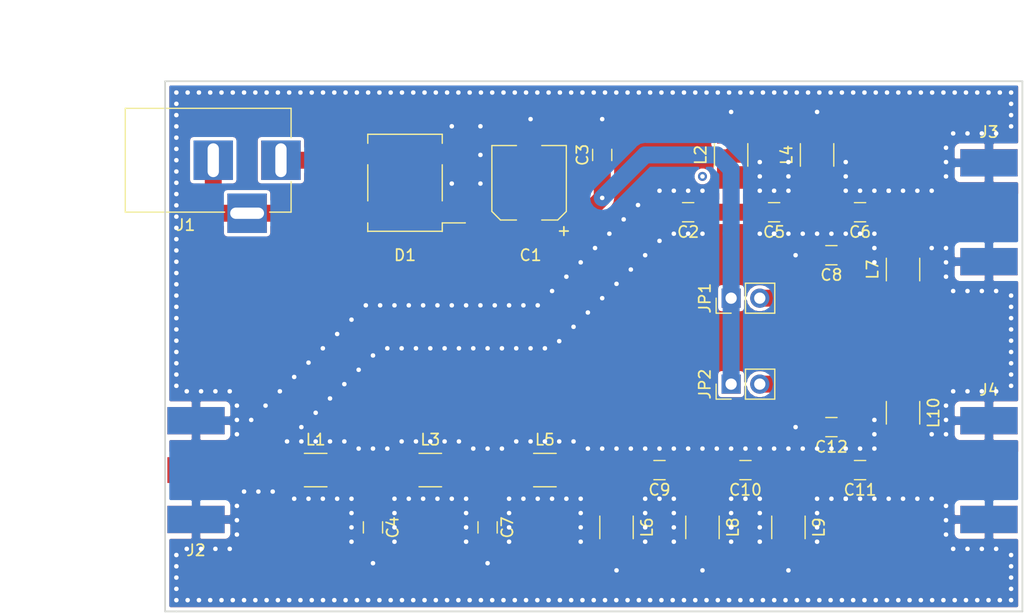
<source format=kicad_pcb>
(kicad_pcb (version 20171130) (host pcbnew "(6.0.0-rc1-dev)")

  (general
    (thickness 1.6)
    (drawings 15)
    (tracks 532)
    (zones 0)
    (modules 29)
    (nets 17)
  )

  (page A4)
  (layers
    (0 F.Cu signal hide)
    (31 B.Cu signal hide)
    (32 B.Adhes user)
    (33 F.Adhes user hide)
    (34 B.Paste user)
    (35 F.Paste user)
    (36 B.SilkS user)
    (37 F.SilkS user)
    (38 B.Mask user)
    (39 F.Mask user)
    (40 Dwgs.User user)
    (41 Cmts.User user)
    (42 Eco1.User user)
    (43 Eco2.User user)
    (44 Edge.Cuts user)
    (45 Margin user)
    (46 B.CrtYd user)
    (47 F.CrtYd user)
    (48 B.Fab user)
    (49 F.Fab user)
  )

  (setup
    (last_trace_width 1.5)
    (user_trace_width 1)
    (user_trace_width 1.25)
    (user_trace_width 1.5)
    (trace_clearance 0.3)
    (zone_clearance 0.3)
    (zone_45_only no)
    (trace_min 0.2)
    (segment_width 0.2)
    (edge_width 0.15)
    (via_size 0.8)
    (via_drill 0.4)
    (via_min_size 0.4)
    (via_min_drill 0.3)
    (uvia_size 0.3)
    (uvia_drill 0.1)
    (uvias_allowed no)
    (uvia_min_size 0.2)
    (uvia_min_drill 0.1)
    (pcb_text_width 0.3)
    (pcb_text_size 1.5 1.5)
    (mod_edge_width 0.15)
    (mod_text_size 1 1)
    (mod_text_width 0.15)
    (pad_size 1.5 1.5)
    (pad_drill 0)
    (pad_to_mask_clearance 0.2)
    (aux_axis_origin 0 0)
    (visible_elements FFFFFF7F)
    (pcbplotparams
      (layerselection 0x010fc_ffffffff)
      (usegerberextensions false)
      (usegerberattributes false)
      (usegerberadvancedattributes false)
      (creategerberjobfile false)
      (excludeedgelayer true)
      (linewidth 0.100000)
      (plotframeref false)
      (viasonmask false)
      (mode 1)
      (useauxorigin false)
      (hpglpennumber 1)
      (hpglpenspeed 20)
      (hpglpendiameter 15.000000)
      (psnegative false)
      (psa4output false)
      (plotreference true)
      (plotvalue true)
      (plotinvisibletext false)
      (padsonsilk false)
      (subtractmaskfromsilk false)
      (outputformat 1)
      (mirror false)
      (drillshape 1)
      (scaleselection 1)
      (outputdirectory ""))
  )

  (net 0 "")
  (net 1 VCC)
  (net 2 GND)
  (net 3 "Net-(C2-Pad2)")
  (net 4 "Net-(C2-Pad1)")
  (net 5 "Net-(C4-Pad1)")
  (net 6 "Net-(C5-Pad1)")
  (net 7 "Net-(C6-Pad1)")
  (net 8 "Net-(C7-Pad1)")
  (net 9 "Net-(C10-Pad2)")
  (net 10 "Net-(C9-Pad2)")
  (net 11 "Net-(C10-Pad1)")
  (net 12 "Net-(C11-Pad1)")
  (net 13 "Net-(D1-Pad3)")
  (net 14 "Net-(D1-Pad4)")
  (net 15 "Net-(C8-Pad1)")
  (net 16 "Net-(C12-Pad1)")

  (net_class Default "This is the default net class."
    (clearance 0.3)
    (trace_width 1.5)
    (via_dia 0.8)
    (via_drill 0.4)
    (uvia_dia 0.3)
    (uvia_drill 0.1)
    (add_net GND)
    (add_net "Net-(C10-Pad1)")
    (add_net "Net-(C10-Pad2)")
    (add_net "Net-(C11-Pad1)")
    (add_net "Net-(C12-Pad1)")
    (add_net "Net-(C2-Pad1)")
    (add_net "Net-(C2-Pad2)")
    (add_net "Net-(C4-Pad1)")
    (add_net "Net-(C5-Pad1)")
    (add_net "Net-(C6-Pad1)")
    (add_net "Net-(C7-Pad1)")
    (add_net "Net-(C8-Pad1)")
    (add_net "Net-(C9-Pad2)")
    (add_net "Net-(D1-Pad3)")
    (add_net "Net-(D1-Pad4)")
    (add_net VCC)
  )

  (module lib:SMA_Jack_Edge_Mount (layer F.Cu) (tedit 5B60BD49) (tstamp 5B60D65D)
    (at 124.46 77.47)
    (descr "Molex SMA Jack, Edge Mount, http://www.molex.com/pdm_docs/sd/732511150_sd.pdf")
    (tags "sma edge")
    (path /5B5A0E5F)
    (attr smd)
    (fp_text reference J2 (at -1.72 7.11) (layer F.SilkS)
      (effects (font (size 1 1) (thickness 0.15)))
    )
    (fp_text value Conn_Coaxial (at -1.72 -7.11) (layer F.Fab)
      (effects (font (size 1 1) (thickness 0.15)))
    )
    (fp_line (start -4.76 -0.38) (end 0.49 -0.38) (layer F.Fab) (width 0.1))
    (fp_line (start -4.76 0.38) (end 0.49 0.38) (layer F.Fab) (width 0.1))
    (fp_line (start 0.49 -0.38) (end 0.49 0.38) (layer F.Fab) (width 0.1))
    (fp_line (start 0.49 3.75) (end 0.49 4.76) (layer F.Fab) (width 0.1))
    (fp_line (start 0.49 -4.76) (end 0.49 -3.75) (layer F.Fab) (width 0.1))
    (fp_line (start -14.29 -6.09) (end -14.29 6.09) (layer F.CrtYd) (width 0.05))
    (fp_line (start -14.29 6.09) (end 2.71 6.09) (layer F.CrtYd) (width 0.05))
    (fp_line (start 2.71 -6.09) (end 2.71 6.09) (layer B.CrtYd) (width 0.05))
    (fp_line (start -14.29 -6.09) (end 2.71 -6.09) (layer B.CrtYd) (width 0.05))
    (fp_line (start -14.29 -6.09) (end -14.29 6.09) (layer B.CrtYd) (width 0.05))
    (fp_line (start -14.29 6.09) (end 2.71 6.09) (layer B.CrtYd) (width 0.05))
    (fp_line (start 2.71 -6.09) (end 2.71 6.09) (layer F.CrtYd) (width 0.05))
    (fp_line (start 2.71 -6.09) (end -14.29 -6.09) (layer F.CrtYd) (width 0.05))
    (fp_line (start -4.76 -3.75) (end 0.49 -3.75) (layer F.Fab) (width 0.1))
    (fp_line (start -4.76 3.75) (end 0.49 3.75) (layer F.Fab) (width 0.1))
    (fp_line (start -13.79 -2.65) (end -5.91 -2.65) (layer F.Fab) (width 0.1))
    (fp_line (start -13.79 -2.65) (end -13.79 2.65) (layer F.Fab) (width 0.1))
    (fp_line (start -13.79 2.65) (end -5.91 2.65) (layer F.Fab) (width 0.1))
    (fp_line (start -4.76 -3.75) (end -4.76 3.75) (layer F.Fab) (width 0.1))
    (fp_line (start 0.49 -4.76) (end -5.91 -4.76) (layer F.Fab) (width 0.1))
    (fp_line (start -5.91 -4.76) (end -5.91 4.76) (layer F.Fab) (width 0.1))
    (fp_line (start -5.91 4.76) (end 0.49 4.76) (layer F.Fab) (width 0.1))
    (pad 1 smd rect (at -1.72 0) (size 5.08 2.29) (layers F.Cu F.Paste F.Mask)
      (net 3 "Net-(C2-Pad2)"))
    (pad 2 smd rect (at -1.72 -4.38) (size 5.08 2.42) (layers F.Cu F.Paste F.Mask)
      (net 2 GND))
    (pad 2 smd rect (at -1.72 4.38) (size 5.08 2.42) (layers F.Cu F.Paste F.Mask)
      (net 2 GND))
    (pad 2 smd rect (at -1.72 -4.38) (size 5.08 2.42) (layers B.Cu B.Paste B.Mask)
      (net 2 GND))
    (pad 2 smd rect (at -1.72 4.38) (size 5.08 2.42) (layers B.Cu B.Paste B.Mask)
      (net 2 GND))
    (model ${KISYS3DMOD}/Connectors_Molex.3dshapes/Molex_SMA_Jack_Edge_Mount.wrl
      (at (xyz 0 0 0))
      (scale (xyz 1 1 1))
      (rotate (xyz 0 0 0))
    )
  )

  (module lib:SMA_Jack_Edge_Mount (layer F.Cu) (tedit 5B60BD49) (tstamp 5B60D63F)
    (at 191.32 54.61 180)
    (descr "Molex SMA Jack, Edge Mount, http://www.molex.com/pdm_docs/sd/732511150_sd.pdf")
    (tags "sma edge")
    (path /5B5AAEF0)
    (attr smd)
    (fp_text reference J3 (at -1.72 7.11 180) (layer F.SilkS)
      (effects (font (size 1 1) (thickness 0.15)))
    )
    (fp_text value Conn_Coaxial (at -1.72 -7.11 180) (layer F.Fab)
      (effects (font (size 1 1) (thickness 0.15)))
    )
    (fp_line (start -5.91 4.76) (end 0.49 4.76) (layer F.Fab) (width 0.1))
    (fp_line (start -5.91 -4.76) (end -5.91 4.76) (layer F.Fab) (width 0.1))
    (fp_line (start 0.49 -4.76) (end -5.91 -4.76) (layer F.Fab) (width 0.1))
    (fp_line (start -4.76 -3.75) (end -4.76 3.75) (layer F.Fab) (width 0.1))
    (fp_line (start -13.79 2.65) (end -5.91 2.65) (layer F.Fab) (width 0.1))
    (fp_line (start -13.79 -2.65) (end -13.79 2.65) (layer F.Fab) (width 0.1))
    (fp_line (start -13.79 -2.65) (end -5.91 -2.65) (layer F.Fab) (width 0.1))
    (fp_line (start -4.76 3.75) (end 0.49 3.75) (layer F.Fab) (width 0.1))
    (fp_line (start -4.76 -3.75) (end 0.49 -3.75) (layer F.Fab) (width 0.1))
    (fp_line (start 2.71 -6.09) (end -14.29 -6.09) (layer F.CrtYd) (width 0.05))
    (fp_line (start 2.71 -6.09) (end 2.71 6.09) (layer F.CrtYd) (width 0.05))
    (fp_line (start -14.29 6.09) (end 2.71 6.09) (layer B.CrtYd) (width 0.05))
    (fp_line (start -14.29 -6.09) (end -14.29 6.09) (layer B.CrtYd) (width 0.05))
    (fp_line (start -14.29 -6.09) (end 2.71 -6.09) (layer B.CrtYd) (width 0.05))
    (fp_line (start 2.71 -6.09) (end 2.71 6.09) (layer B.CrtYd) (width 0.05))
    (fp_line (start -14.29 6.09) (end 2.71 6.09) (layer F.CrtYd) (width 0.05))
    (fp_line (start -14.29 -6.09) (end -14.29 6.09) (layer F.CrtYd) (width 0.05))
    (fp_line (start 0.49 -4.76) (end 0.49 -3.75) (layer F.Fab) (width 0.1))
    (fp_line (start 0.49 3.75) (end 0.49 4.76) (layer F.Fab) (width 0.1))
    (fp_line (start 0.49 -0.38) (end 0.49 0.38) (layer F.Fab) (width 0.1))
    (fp_line (start -4.76 0.38) (end 0.49 0.38) (layer F.Fab) (width 0.1))
    (fp_line (start -4.76 -0.38) (end 0.49 -0.38) (layer F.Fab) (width 0.1))
    (pad 2 smd rect (at -1.72 4.38 180) (size 5.08 2.42) (layers B.Cu B.Paste B.Mask)
      (net 2 GND))
    (pad 2 smd rect (at -1.72 -4.38 180) (size 5.08 2.42) (layers B.Cu B.Paste B.Mask)
      (net 2 GND))
    (pad 2 smd rect (at -1.72 4.38 180) (size 5.08 2.42) (layers F.Cu F.Paste F.Mask)
      (net 2 GND))
    (pad 2 smd rect (at -1.72 -4.38 180) (size 5.08 2.42) (layers F.Cu F.Paste F.Mask)
      (net 2 GND))
    (pad 1 smd rect (at -1.72 0 180) (size 5.08 2.29) (layers F.Cu F.Paste F.Mask)
      (net 7 "Net-(C6-Pad1)"))
    (model ${KISYS3DMOD}/Connectors_Molex.3dshapes/Molex_SMA_Jack_Edge_Mount.wrl
      (at (xyz 0 0 0))
      (scale (xyz 1 1 1))
      (rotate (xyz 0 0 0))
    )
  )

  (module lib:SMA_Jack_Edge_Mount (layer F.Cu) (tedit 5B60BD49) (tstamp 5B60D621)
    (at 191.32 77.47 180)
    (descr "Molex SMA Jack, Edge Mount, http://www.molex.com/pdm_docs/sd/732511150_sd.pdf")
    (tags "sma edge")
    (path /5B5B00F6)
    (attr smd)
    (fp_text reference J4 (at -1.72 7.11 180) (layer F.SilkS)
      (effects (font (size 1 1) (thickness 0.15)))
    )
    (fp_text value Conn_Coaxial (at -1.72 -7.11 180) (layer F.Fab)
      (effects (font (size 1 1) (thickness 0.15)))
    )
    (fp_line (start -4.76 -0.38) (end 0.49 -0.38) (layer F.Fab) (width 0.1))
    (fp_line (start -4.76 0.38) (end 0.49 0.38) (layer F.Fab) (width 0.1))
    (fp_line (start 0.49 -0.38) (end 0.49 0.38) (layer F.Fab) (width 0.1))
    (fp_line (start 0.49 3.75) (end 0.49 4.76) (layer F.Fab) (width 0.1))
    (fp_line (start 0.49 -4.76) (end 0.49 -3.75) (layer F.Fab) (width 0.1))
    (fp_line (start -14.29 -6.09) (end -14.29 6.09) (layer F.CrtYd) (width 0.05))
    (fp_line (start -14.29 6.09) (end 2.71 6.09) (layer F.CrtYd) (width 0.05))
    (fp_line (start 2.71 -6.09) (end 2.71 6.09) (layer B.CrtYd) (width 0.05))
    (fp_line (start -14.29 -6.09) (end 2.71 -6.09) (layer B.CrtYd) (width 0.05))
    (fp_line (start -14.29 -6.09) (end -14.29 6.09) (layer B.CrtYd) (width 0.05))
    (fp_line (start -14.29 6.09) (end 2.71 6.09) (layer B.CrtYd) (width 0.05))
    (fp_line (start 2.71 -6.09) (end 2.71 6.09) (layer F.CrtYd) (width 0.05))
    (fp_line (start 2.71 -6.09) (end -14.29 -6.09) (layer F.CrtYd) (width 0.05))
    (fp_line (start -4.76 -3.75) (end 0.49 -3.75) (layer F.Fab) (width 0.1))
    (fp_line (start -4.76 3.75) (end 0.49 3.75) (layer F.Fab) (width 0.1))
    (fp_line (start -13.79 -2.65) (end -5.91 -2.65) (layer F.Fab) (width 0.1))
    (fp_line (start -13.79 -2.65) (end -13.79 2.65) (layer F.Fab) (width 0.1))
    (fp_line (start -13.79 2.65) (end -5.91 2.65) (layer F.Fab) (width 0.1))
    (fp_line (start -4.76 -3.75) (end -4.76 3.75) (layer F.Fab) (width 0.1))
    (fp_line (start 0.49 -4.76) (end -5.91 -4.76) (layer F.Fab) (width 0.1))
    (fp_line (start -5.91 -4.76) (end -5.91 4.76) (layer F.Fab) (width 0.1))
    (fp_line (start -5.91 4.76) (end 0.49 4.76) (layer F.Fab) (width 0.1))
    (pad 1 smd rect (at -1.72 0 180) (size 5.08 2.29) (layers F.Cu F.Paste F.Mask)
      (net 12 "Net-(C11-Pad1)"))
    (pad 2 smd rect (at -1.72 -4.38 180) (size 5.08 2.42) (layers F.Cu F.Paste F.Mask)
      (net 2 GND))
    (pad 2 smd rect (at -1.72 4.38 180) (size 5.08 2.42) (layers F.Cu F.Paste F.Mask)
      (net 2 GND))
    (pad 2 smd rect (at -1.72 -4.38 180) (size 5.08 2.42) (layers B.Cu B.Paste B.Mask)
      (net 2 GND))
    (pad 2 smd rect (at -1.72 4.38 180) (size 5.08 2.42) (layers B.Cu B.Paste B.Mask)
      (net 2 GND))
    (model ${KISYS3DMOD}/Connectors_Molex.3dshapes/Molex_SMA_Jack_Edge_Mount.wrl
      (at (xyz 0 0 0))
      (scale (xyz 1 1 1))
      (rotate (xyz 0 0 0))
    )
  )

  (module Connector_PinHeader_2.54mm:PinHeader_1x02_P2.54mm_Vertical (layer F.Cu) (tedit 59FED5CC) (tstamp 5B6BDA27)
    (at 170.18 69.85 90)
    (descr "Through hole straight pin header, 1x02, 2.54mm pitch, single row")
    (tags "Through hole pin header THT 1x02 2.54mm single row")
    (path /5B60308C)
    (fp_text reference JP2 (at 0 -2.33 90) (layer F.SilkS)
      (effects (font (size 1 1) (thickness 0.15)))
    )
    (fp_text value Jumper (at 0 4.87 90) (layer F.Fab)
      (effects (font (size 1 1) (thickness 0.15)))
    )
    (fp_text user %R (at 0 1.27 180) (layer F.Fab)
      (effects (font (size 1 1) (thickness 0.15)))
    )
    (fp_line (start 1.8 -1.8) (end -1.8 -1.8) (layer F.CrtYd) (width 0.05))
    (fp_line (start 1.8 4.35) (end 1.8 -1.8) (layer F.CrtYd) (width 0.05))
    (fp_line (start -1.8 4.35) (end 1.8 4.35) (layer F.CrtYd) (width 0.05))
    (fp_line (start -1.8 -1.8) (end -1.8 4.35) (layer F.CrtYd) (width 0.05))
    (fp_line (start -1.33 -1.33) (end 0 -1.33) (layer F.SilkS) (width 0.12))
    (fp_line (start -1.33 0) (end -1.33 -1.33) (layer F.SilkS) (width 0.12))
    (fp_line (start -1.33 1.27) (end 1.33 1.27) (layer F.SilkS) (width 0.12))
    (fp_line (start 1.33 1.27) (end 1.33 3.87) (layer F.SilkS) (width 0.12))
    (fp_line (start -1.33 1.27) (end -1.33 3.87) (layer F.SilkS) (width 0.12))
    (fp_line (start -1.33 3.87) (end 1.33 3.87) (layer F.SilkS) (width 0.12))
    (fp_line (start -1.27 -0.635) (end -0.635 -1.27) (layer F.Fab) (width 0.1))
    (fp_line (start -1.27 3.81) (end -1.27 -0.635) (layer F.Fab) (width 0.1))
    (fp_line (start 1.27 3.81) (end -1.27 3.81) (layer F.Fab) (width 0.1))
    (fp_line (start 1.27 -1.27) (end 1.27 3.81) (layer F.Fab) (width 0.1))
    (fp_line (start -0.635 -1.27) (end 1.27 -1.27) (layer F.Fab) (width 0.1))
    (pad 2 thru_hole oval (at 0 2.54 90) (size 1.7 1.7) (drill 1) (layers *.Cu *.Mask)
      (net 16 "Net-(C12-Pad1)"))
    (pad 1 thru_hole rect (at 0 0 90) (size 1.7 1.7) (drill 1) (layers *.Cu *.Mask)
      (net 1 VCC))
    (model ${KISYS3DMOD}/Connector_PinHeader_2.54mm.3dshapes/PinHeader_1x02_P2.54mm_Vertical.wrl
      (at (xyz 0 0 0))
      (scale (xyz 1 1 1))
      (rotate (xyz 0 0 0))
    )
  )

  (module Connector_PinHeader_2.54mm:PinHeader_1x02_P2.54mm_Vertical (layer F.Cu) (tedit 59FED5CC) (tstamp 5B6BDA11)
    (at 170.18 62.23 90)
    (descr "Through hole straight pin header, 1x02, 2.54mm pitch, single row")
    (tags "Through hole pin header THT 1x02 2.54mm single row")
    (path /5B607ECF)
    (fp_text reference JP1 (at 0 -2.33 90) (layer F.SilkS)
      (effects (font (size 1 1) (thickness 0.15)))
    )
    (fp_text value Jumper (at 0 4.87 90) (layer F.Fab)
      (effects (font (size 1 1) (thickness 0.15)))
    )
    (fp_line (start -0.635 -1.27) (end 1.27 -1.27) (layer F.Fab) (width 0.1))
    (fp_line (start 1.27 -1.27) (end 1.27 3.81) (layer F.Fab) (width 0.1))
    (fp_line (start 1.27 3.81) (end -1.27 3.81) (layer F.Fab) (width 0.1))
    (fp_line (start -1.27 3.81) (end -1.27 -0.635) (layer F.Fab) (width 0.1))
    (fp_line (start -1.27 -0.635) (end -0.635 -1.27) (layer F.Fab) (width 0.1))
    (fp_line (start -1.33 3.87) (end 1.33 3.87) (layer F.SilkS) (width 0.12))
    (fp_line (start -1.33 1.27) (end -1.33 3.87) (layer F.SilkS) (width 0.12))
    (fp_line (start 1.33 1.27) (end 1.33 3.87) (layer F.SilkS) (width 0.12))
    (fp_line (start -1.33 1.27) (end 1.33 1.27) (layer F.SilkS) (width 0.12))
    (fp_line (start -1.33 0) (end -1.33 -1.33) (layer F.SilkS) (width 0.12))
    (fp_line (start -1.33 -1.33) (end 0 -1.33) (layer F.SilkS) (width 0.12))
    (fp_line (start -1.8 -1.8) (end -1.8 4.35) (layer F.CrtYd) (width 0.05))
    (fp_line (start -1.8 4.35) (end 1.8 4.35) (layer F.CrtYd) (width 0.05))
    (fp_line (start 1.8 4.35) (end 1.8 -1.8) (layer F.CrtYd) (width 0.05))
    (fp_line (start 1.8 -1.8) (end -1.8 -1.8) (layer F.CrtYd) (width 0.05))
    (fp_text user %R (at 0 0.714999 180) (layer F.Fab)
      (effects (font (size 1 1) (thickness 0.15)))
    )
    (pad 1 thru_hole rect (at 0 0 90) (size 1.7 1.7) (drill 1) (layers *.Cu *.Mask)
      (net 1 VCC))
    (pad 2 thru_hole oval (at 0 2.54 90) (size 1.7 1.7) (drill 1) (layers *.Cu *.Mask)
      (net 15 "Net-(C8-Pad1)"))
    (model ${KISYS3DMOD}/Connector_PinHeader_2.54mm.3dshapes/PinHeader_1x02_P2.54mm_Vertical.wrl
      (at (xyz 0 0 0))
      (scale (xyz 1 1 1))
      (rotate (xyz 0 0 0))
    )
  )

  (module Capacitors_SMD:CP_Elec_6.3x5.3 (layer F.Cu) (tedit 58AA8B2D) (tstamp 5B645AF9)
    (at 152.27 52 90)
    (descr "SMT capacitor, aluminium electrolytic, 6.3x5.3")
    (path /5B5CF05F)
    (attr smd)
    (fp_text reference C1 (at -6.42 0.13 180) (layer F.SilkS)
      (effects (font (size 1 1) (thickness 0.15)))
    )
    (fp_text value 47uF (at 0 -4.56 90) (layer F.Fab)
      (effects (font (size 1 1) (thickness 0.15)))
    )
    (fp_circle (center 0 0) (end 0.6 3) (layer F.Fab) (width 0.1))
    (fp_text user + (at -1.75 -0.08 90) (layer F.Fab)
      (effects (font (size 1 1) (thickness 0.15)))
    )
    (fp_text user + (at -4.28 3.01 90) (layer F.SilkS)
      (effects (font (size 1 1) (thickness 0.15)))
    )
    (fp_text user %R (at 0 4.56 90) (layer F.Fab)
      (effects (font (size 1 1) (thickness 0.15)))
    )
    (fp_line (start 3.15 3.15) (end 3.15 -3.15) (layer F.Fab) (width 0.1))
    (fp_line (start -2.48 3.15) (end 3.15 3.15) (layer F.Fab) (width 0.1))
    (fp_line (start -3.15 2.48) (end -2.48 3.15) (layer F.Fab) (width 0.1))
    (fp_line (start -3.15 -2.48) (end -3.15 2.48) (layer F.Fab) (width 0.1))
    (fp_line (start -2.48 -3.15) (end -3.15 -2.48) (layer F.Fab) (width 0.1))
    (fp_line (start 3.15 -3.15) (end -2.48 -3.15) (layer F.Fab) (width 0.1))
    (fp_line (start 3.3 3.3) (end 3.3 1.12) (layer F.SilkS) (width 0.12))
    (fp_line (start 3.3 -3.3) (end 3.3 -1.12) (layer F.SilkS) (width 0.12))
    (fp_line (start -3.3 2.54) (end -3.3 1.12) (layer F.SilkS) (width 0.12))
    (fp_line (start -3.3 -2.54) (end -3.3 -1.12) (layer F.SilkS) (width 0.12))
    (fp_line (start 3.3 3.3) (end -2.54 3.3) (layer F.SilkS) (width 0.12))
    (fp_line (start -2.54 3.3) (end -3.3 2.54) (layer F.SilkS) (width 0.12))
    (fp_line (start -3.3 -2.54) (end -2.54 -3.3) (layer F.SilkS) (width 0.12))
    (fp_line (start -2.54 -3.3) (end 3.3 -3.3) (layer F.SilkS) (width 0.12))
    (fp_line (start -4.7 -3.4) (end 4.7 -3.4) (layer F.CrtYd) (width 0.05))
    (fp_line (start -4.7 -3.4) (end -4.7 3.4) (layer F.CrtYd) (width 0.05))
    (fp_line (start 4.7 3.4) (end 4.7 -3.4) (layer F.CrtYd) (width 0.05))
    (fp_line (start 4.7 3.4) (end -4.7 3.4) (layer F.CrtYd) (width 0.05))
    (pad 1 smd rect (at -2.7 0 270) (size 3.5 1.6) (layers F.Cu F.Paste F.Mask)
      (net 1 VCC))
    (pad 2 smd rect (at 2.7 0 270) (size 3.5 1.6) (layers F.Cu F.Paste F.Mask)
      (net 2 GND))
    (model Capacitors_SMD.3dshapes/CP_Elec_6.3x5.3.wrl
      (at (xyz 0 0 0))
      (scale (xyz 1 1 1))
      (rotate (xyz 0 0 180))
    )
  )

  (module Capacitors_SMD:C_0805_HandSoldering (layer F.Cu) (tedit 58AA84A8) (tstamp 5B645B0A)
    (at 166.37 54.61 180)
    (descr "Capacitor SMD 0805, hand soldering")
    (tags "capacitor 0805")
    (path /5B5A10F8)
    (attr smd)
    (fp_text reference C2 (at 0 -1.75 180) (layer F.SilkS)
      (effects (font (size 1 1) (thickness 0.15)))
    )
    (fp_text value 4.7pF (at 0 1.75 180) (layer F.Fab)
      (effects (font (size 1 1) (thickness 0.15)))
    )
    (fp_line (start 2.25 0.87) (end -2.25 0.87) (layer F.CrtYd) (width 0.05))
    (fp_line (start 2.25 0.87) (end 2.25 -0.88) (layer F.CrtYd) (width 0.05))
    (fp_line (start -2.25 -0.88) (end -2.25 0.87) (layer F.CrtYd) (width 0.05))
    (fp_line (start -2.25 -0.88) (end 2.25 -0.88) (layer F.CrtYd) (width 0.05))
    (fp_line (start -0.5 0.85) (end 0.5 0.85) (layer F.SilkS) (width 0.12))
    (fp_line (start 0.5 -0.85) (end -0.5 -0.85) (layer F.SilkS) (width 0.12))
    (fp_line (start -1 -0.62) (end 1 -0.62) (layer F.Fab) (width 0.1))
    (fp_line (start 1 -0.62) (end 1 0.62) (layer F.Fab) (width 0.1))
    (fp_line (start 1 0.62) (end -1 0.62) (layer F.Fab) (width 0.1))
    (fp_line (start -1 0.62) (end -1 -0.62) (layer F.Fab) (width 0.1))
    (fp_text user %R (at 0 -1.75 180) (layer F.Fab)
      (effects (font (size 1 1) (thickness 0.15)))
    )
    (pad 2 smd rect (at 1.25 0 180) (size 1.5 1.5) (layers F.Cu F.Paste F.Mask)
      (net 3 "Net-(C2-Pad2)"))
    (pad 1 smd rect (at -1.25 0 180) (size 1.5 1.5) (layers F.Cu F.Paste F.Mask)
      (net 4 "Net-(C2-Pad1)"))
    (model Capacitors_SMD.3dshapes/C_0805.wrl
      (at (xyz 0 0 0))
      (scale (xyz 1 1 1))
      (rotate (xyz 0 0 0))
    )
  )

  (module Capacitors_SMD:C_0805_HandSoldering (layer F.Cu) (tedit 58AA84A8) (tstamp 5B645B1B)
    (at 158.75 49.53 90)
    (descr "Capacitor SMD 0805, hand soldering")
    (tags "capacitor 0805")
    (path /5B5BBC94)
    (attr smd)
    (fp_text reference C3 (at 0 -1.75 90) (layer F.SilkS)
      (effects (font (size 1 1) (thickness 0.15)))
    )
    (fp_text value 100nF (at 0 1.75 90) (layer F.Fab)
      (effects (font (size 1 1) (thickness 0.15)))
    )
    (fp_text user %R (at 0 -1.75 90) (layer F.Fab)
      (effects (font (size 1 1) (thickness 0.15)))
    )
    (fp_line (start -1 0.62) (end -1 -0.62) (layer F.Fab) (width 0.1))
    (fp_line (start 1 0.62) (end -1 0.62) (layer F.Fab) (width 0.1))
    (fp_line (start 1 -0.62) (end 1 0.62) (layer F.Fab) (width 0.1))
    (fp_line (start -1 -0.62) (end 1 -0.62) (layer F.Fab) (width 0.1))
    (fp_line (start 0.5 -0.85) (end -0.5 -0.85) (layer F.SilkS) (width 0.12))
    (fp_line (start -0.5 0.85) (end 0.5 0.85) (layer F.SilkS) (width 0.12))
    (fp_line (start -2.25 -0.88) (end 2.25 -0.88) (layer F.CrtYd) (width 0.05))
    (fp_line (start -2.25 -0.88) (end -2.25 0.87) (layer F.CrtYd) (width 0.05))
    (fp_line (start 2.25 0.87) (end 2.25 -0.88) (layer F.CrtYd) (width 0.05))
    (fp_line (start 2.25 0.87) (end -2.25 0.87) (layer F.CrtYd) (width 0.05))
    (pad 1 smd rect (at -1.25 0 90) (size 1.5 1.5) (layers F.Cu F.Paste F.Mask)
      (net 1 VCC))
    (pad 2 smd rect (at 1.25 0 90) (size 1.5 1.5) (layers F.Cu F.Paste F.Mask)
      (net 2 GND))
    (model Capacitors_SMD.3dshapes/C_0805.wrl
      (at (xyz 0 0 0))
      (scale (xyz 1 1 1))
      (rotate (xyz 0 0 0))
    )
  )

  (module Capacitors_SMD:C_0805_HandSoldering (layer F.Cu) (tedit 58AA84A8) (tstamp 5B6BE2D3)
    (at 138.43 82.55 270)
    (descr "Capacitor SMD 0805, hand soldering")
    (tags "capacitor 0805")
    (path /5B5A2064)
    (attr smd)
    (fp_text reference C4 (at 0 -1.75 270) (layer F.SilkS)
      (effects (font (size 1 1) (thickness 0.15)))
    )
    (fp_text value 18pF (at 0 1.75 270) (layer F.Fab)
      (effects (font (size 1 1) (thickness 0.15)))
    )
    (fp_text user %R (at 0 -1.75 270) (layer F.Fab)
      (effects (font (size 1 1) (thickness 0.15)))
    )
    (fp_line (start -1 0.62) (end -1 -0.62) (layer F.Fab) (width 0.1))
    (fp_line (start 1 0.62) (end -1 0.62) (layer F.Fab) (width 0.1))
    (fp_line (start 1 -0.62) (end 1 0.62) (layer F.Fab) (width 0.1))
    (fp_line (start -1 -0.62) (end 1 -0.62) (layer F.Fab) (width 0.1))
    (fp_line (start 0.5 -0.85) (end -0.5 -0.85) (layer F.SilkS) (width 0.12))
    (fp_line (start -0.5 0.85) (end 0.5 0.85) (layer F.SilkS) (width 0.12))
    (fp_line (start -2.25 -0.88) (end 2.25 -0.88) (layer F.CrtYd) (width 0.05))
    (fp_line (start -2.25 -0.88) (end -2.25 0.87) (layer F.CrtYd) (width 0.05))
    (fp_line (start 2.25 0.87) (end 2.25 -0.88) (layer F.CrtYd) (width 0.05))
    (fp_line (start 2.25 0.87) (end -2.25 0.87) (layer F.CrtYd) (width 0.05))
    (pad 1 smd rect (at -1.25 0 270) (size 1.5 1.5) (layers F.Cu F.Paste F.Mask)
      (net 5 "Net-(C4-Pad1)"))
    (pad 2 smd rect (at 1.25 0 270) (size 1.5 1.5) (layers F.Cu F.Paste F.Mask)
      (net 2 GND))
    (model Capacitors_SMD.3dshapes/C_0805.wrl
      (at (xyz 0 0 0))
      (scale (xyz 1 1 1))
      (rotate (xyz 0 0 0))
    )
  )

  (module Capacitors_SMD:C_0805_HandSoldering (layer F.Cu) (tedit 58AA84A8) (tstamp 5B645B3D)
    (at 173.99 54.61 180)
    (descr "Capacitor SMD 0805, hand soldering")
    (tags "capacitor 0805")
    (path /5B5A115F)
    (attr smd)
    (fp_text reference C5 (at 0 -1.75 180) (layer F.SilkS)
      (effects (font (size 1 1) (thickness 0.15)))
    )
    (fp_text value 2.7pF (at 0 1.75 180) (layer F.Fab)
      (effects (font (size 1 1) (thickness 0.15)))
    )
    (fp_text user %R (at 0 -1.75 180) (layer F.Fab)
      (effects (font (size 1 1) (thickness 0.15)))
    )
    (fp_line (start -1 0.62) (end -1 -0.62) (layer F.Fab) (width 0.1))
    (fp_line (start 1 0.62) (end -1 0.62) (layer F.Fab) (width 0.1))
    (fp_line (start 1 -0.62) (end 1 0.62) (layer F.Fab) (width 0.1))
    (fp_line (start -1 -0.62) (end 1 -0.62) (layer F.Fab) (width 0.1))
    (fp_line (start 0.5 -0.85) (end -0.5 -0.85) (layer F.SilkS) (width 0.12))
    (fp_line (start -0.5 0.85) (end 0.5 0.85) (layer F.SilkS) (width 0.12))
    (fp_line (start -2.25 -0.88) (end 2.25 -0.88) (layer F.CrtYd) (width 0.05))
    (fp_line (start -2.25 -0.88) (end -2.25 0.87) (layer F.CrtYd) (width 0.05))
    (fp_line (start 2.25 0.87) (end 2.25 -0.88) (layer F.CrtYd) (width 0.05))
    (fp_line (start 2.25 0.87) (end -2.25 0.87) (layer F.CrtYd) (width 0.05))
    (pad 1 smd rect (at -1.25 0 180) (size 1.5 1.5) (layers F.Cu F.Paste F.Mask)
      (net 6 "Net-(C5-Pad1)"))
    (pad 2 smd rect (at 1.25 0 180) (size 1.5 1.5) (layers F.Cu F.Paste F.Mask)
      (net 4 "Net-(C2-Pad1)"))
    (model Capacitors_SMD.3dshapes/C_0805.wrl
      (at (xyz 0 0 0))
      (scale (xyz 1 1 1))
      (rotate (xyz 0 0 0))
    )
  )

  (module Capacitors_SMD:C_0805_HandSoldering (layer F.Cu) (tedit 58AA84A8) (tstamp 5B645B4E)
    (at 181.61 54.61 180)
    (descr "Capacitor SMD 0805, hand soldering")
    (tags "capacitor 0805")
    (path /5B5A11B7)
    (attr smd)
    (fp_text reference C6 (at 0 -1.75 180) (layer F.SilkS)
      (effects (font (size 1 1) (thickness 0.15)))
    )
    (fp_text value 4.7pF (at 0 1.75 180) (layer F.Fab)
      (effects (font (size 1 1) (thickness 0.15)))
    )
    (fp_line (start 2.25 0.87) (end -2.25 0.87) (layer F.CrtYd) (width 0.05))
    (fp_line (start 2.25 0.87) (end 2.25 -0.88) (layer F.CrtYd) (width 0.05))
    (fp_line (start -2.25 -0.88) (end -2.25 0.87) (layer F.CrtYd) (width 0.05))
    (fp_line (start -2.25 -0.88) (end 2.25 -0.88) (layer F.CrtYd) (width 0.05))
    (fp_line (start -0.5 0.85) (end 0.5 0.85) (layer F.SilkS) (width 0.12))
    (fp_line (start 0.5 -0.85) (end -0.5 -0.85) (layer F.SilkS) (width 0.12))
    (fp_line (start -1 -0.62) (end 1 -0.62) (layer F.Fab) (width 0.1))
    (fp_line (start 1 -0.62) (end 1 0.62) (layer F.Fab) (width 0.1))
    (fp_line (start 1 0.62) (end -1 0.62) (layer F.Fab) (width 0.1))
    (fp_line (start -1 0.62) (end -1 -0.62) (layer F.Fab) (width 0.1))
    (fp_text user %R (at 0 -1.75 180) (layer F.Fab)
      (effects (font (size 1 1) (thickness 0.15)))
    )
    (pad 2 smd rect (at 1.25 0 180) (size 1.5 1.5) (layers F.Cu F.Paste F.Mask)
      (net 6 "Net-(C5-Pad1)"))
    (pad 1 smd rect (at -1.25 0 180) (size 1.5 1.5) (layers F.Cu F.Paste F.Mask)
      (net 7 "Net-(C6-Pad1)"))
    (model Capacitors_SMD.3dshapes/C_0805.wrl
      (at (xyz 0 0 0))
      (scale (xyz 1 1 1))
      (rotate (xyz 0 0 0))
    )
  )

  (module Capacitors_SMD:C_0805_HandSoldering (layer F.Cu) (tedit 5B5F8E0E) (tstamp 5B6BE36C)
    (at 148.59 82.55 270)
    (descr "Capacitor SMD 0805, hand soldering")
    (tags "capacitor 0805")
    (path /5B5A20F9)
    (attr smd)
    (fp_text reference C7 (at 0 -1.75 270) (layer F.SilkS)
      (effects (font (size 1 1) (thickness 0.15)))
    )
    (fp_text value 18pF (at 0 1.75 270) (layer F.Fab)
      (effects (font (size 1 1) (thickness 0.15)))
    )
    (fp_line (start 2.25 0.87) (end -2.25 0.87) (layer F.CrtYd) (width 0.05))
    (fp_line (start 2.25 0.87) (end 2.25 -0.88) (layer F.CrtYd) (width 0.05))
    (fp_line (start -2.25 -0.88) (end -2.25 0.87) (layer F.CrtYd) (width 0.05))
    (fp_line (start -2.25 -0.88) (end 2.25 -0.88) (layer F.CrtYd) (width 0.05))
    (fp_line (start -0.5 0.85) (end 0.5 0.85) (layer F.SilkS) (width 0.12))
    (fp_line (start 0.5 -0.85) (end -0.5 -0.85) (layer F.SilkS) (width 0.12))
    (fp_line (start -1 -0.62) (end 1 -0.62) (layer F.Fab) (width 0.1))
    (fp_line (start 1 -0.62) (end 1 0.62) (layer F.Fab) (width 0.1))
    (fp_line (start 1 0.62) (end -1 0.62) (layer F.Fab) (width 0.1))
    (fp_line (start -1 0.62) (end -1 -0.62) (layer F.Fab) (width 0.1))
    (fp_text user %R (at 0 -1.75 270) (layer F.Fab)
      (effects (font (size 1 1) (thickness 0.15)))
    )
    (pad 2 smd rect (at 1.25 0 270) (size 1.5 1.5) (layers F.Cu F.Paste F.Mask)
      (net 2 GND))
    (pad 1 smd rect (at -1.25 0 270) (size 1.5 1.5) (layers F.Cu F.Paste F.Mask)
      (net 8 "Net-(C7-Pad1)"))
    (model Capacitors_SMD.3dshapes/C_0805.wrl
      (at (xyz 0 0 0))
      (scale (xyz 1 1 1))
      (rotate (xyz 0 0 0))
    )
  )

  (module Capacitors_SMD:C_0805_HandSoldering (layer F.Cu) (tedit 58AA84A8) (tstamp 5B645B70)
    (at 179.07 58.42 180)
    (descr "Capacitor SMD 0805, hand soldering")
    (tags "capacitor 0805")
    (path /5B5AB8F2)
    (attr smd)
    (fp_text reference C8 (at 0 -1.75 180) (layer F.SilkS)
      (effects (font (size 1 1) (thickness 0.15)))
    )
    (fp_text value 10nF (at 0 1.75 180) (layer F.Fab)
      (effects (font (size 1 1) (thickness 0.15)))
    )
    (fp_text user %R (at 0 -1.75 180) (layer F.Fab)
      (effects (font (size 1 1) (thickness 0.15)))
    )
    (fp_line (start -1 0.62) (end -1 -0.62) (layer F.Fab) (width 0.1))
    (fp_line (start 1 0.62) (end -1 0.62) (layer F.Fab) (width 0.1))
    (fp_line (start 1 -0.62) (end 1 0.62) (layer F.Fab) (width 0.1))
    (fp_line (start -1 -0.62) (end 1 -0.62) (layer F.Fab) (width 0.1))
    (fp_line (start 0.5 -0.85) (end -0.5 -0.85) (layer F.SilkS) (width 0.12))
    (fp_line (start -0.5 0.85) (end 0.5 0.85) (layer F.SilkS) (width 0.12))
    (fp_line (start -2.25 -0.88) (end 2.25 -0.88) (layer F.CrtYd) (width 0.05))
    (fp_line (start -2.25 -0.88) (end -2.25 0.87) (layer F.CrtYd) (width 0.05))
    (fp_line (start 2.25 0.87) (end 2.25 -0.88) (layer F.CrtYd) (width 0.05))
    (fp_line (start 2.25 0.87) (end -2.25 0.87) (layer F.CrtYd) (width 0.05))
    (pad 1 smd rect (at -1.25 0 180) (size 1.5 1.5) (layers F.Cu F.Paste F.Mask)
      (net 15 "Net-(C8-Pad1)"))
    (pad 2 smd rect (at 1.25 0 180) (size 1.5 1.5) (layers F.Cu F.Paste F.Mask)
      (net 2 GND))
    (model Capacitors_SMD.3dshapes/C_0805.wrl
      (at (xyz 0 0 0))
      (scale (xyz 1 1 1))
      (rotate (xyz 0 0 0))
    )
  )

  (module Capacitors_SMD:C_0805_HandSoldering (layer F.Cu) (tedit 58AA84A8) (tstamp 5B645B81)
    (at 163.83 77.47 180)
    (descr "Capacitor SMD 0805, hand soldering")
    (tags "capacitor 0805")
    (path /5B5A44DC)
    (attr smd)
    (fp_text reference C9 (at 0 -1.75 180) (layer F.SilkS)
      (effects (font (size 1 1) (thickness 0.15)))
    )
    (fp_text value 27pF (at 0 1.75 180) (layer F.Fab)
      (effects (font (size 1 1) (thickness 0.15)))
    )
    (fp_text user %R (at 0 -1.75 180) (layer F.Fab)
      (effects (font (size 1 1) (thickness 0.15)))
    )
    (fp_line (start -1 0.62) (end -1 -0.62) (layer F.Fab) (width 0.1))
    (fp_line (start 1 0.62) (end -1 0.62) (layer F.Fab) (width 0.1))
    (fp_line (start 1 -0.62) (end 1 0.62) (layer F.Fab) (width 0.1))
    (fp_line (start -1 -0.62) (end 1 -0.62) (layer F.Fab) (width 0.1))
    (fp_line (start 0.5 -0.85) (end -0.5 -0.85) (layer F.SilkS) (width 0.12))
    (fp_line (start -0.5 0.85) (end 0.5 0.85) (layer F.SilkS) (width 0.12))
    (fp_line (start -2.25 -0.88) (end 2.25 -0.88) (layer F.CrtYd) (width 0.05))
    (fp_line (start -2.25 -0.88) (end -2.25 0.87) (layer F.CrtYd) (width 0.05))
    (fp_line (start 2.25 0.87) (end 2.25 -0.88) (layer F.CrtYd) (width 0.05))
    (fp_line (start 2.25 0.87) (end -2.25 0.87) (layer F.CrtYd) (width 0.05))
    (pad 1 smd rect (at -1.25 0 180) (size 1.5 1.5) (layers F.Cu F.Paste F.Mask)
      (net 9 "Net-(C10-Pad2)"))
    (pad 2 smd rect (at 1.25 0 180) (size 1.5 1.5) (layers F.Cu F.Paste F.Mask)
      (net 10 "Net-(C9-Pad2)"))
    (model Capacitors_SMD.3dshapes/C_0805.wrl
      (at (xyz 0 0 0))
      (scale (xyz 1 1 1))
      (rotate (xyz 0 0 0))
    )
  )

  (module Capacitors_SMD:C_0805_HandSoldering (layer F.Cu) (tedit 58AA84A8) (tstamp 5B645B92)
    (at 171.45 77.47 180)
    (descr "Capacitor SMD 0805, hand soldering")
    (tags "capacitor 0805")
    (path /5B5A44E2)
    (attr smd)
    (fp_text reference C10 (at 0 -1.75 180) (layer F.SilkS)
      (effects (font (size 1 1) (thickness 0.15)))
    )
    (fp_text value 27pF (at 0 1.75 180) (layer F.Fab)
      (effects (font (size 1 1) (thickness 0.15)))
    )
    (fp_line (start 2.25 0.87) (end -2.25 0.87) (layer F.CrtYd) (width 0.05))
    (fp_line (start 2.25 0.87) (end 2.25 -0.88) (layer F.CrtYd) (width 0.05))
    (fp_line (start -2.25 -0.88) (end -2.25 0.87) (layer F.CrtYd) (width 0.05))
    (fp_line (start -2.25 -0.88) (end 2.25 -0.88) (layer F.CrtYd) (width 0.05))
    (fp_line (start -0.5 0.85) (end 0.5 0.85) (layer F.SilkS) (width 0.12))
    (fp_line (start 0.5 -0.85) (end -0.5 -0.85) (layer F.SilkS) (width 0.12))
    (fp_line (start -1 -0.62) (end 1 -0.62) (layer F.Fab) (width 0.1))
    (fp_line (start 1 -0.62) (end 1 0.62) (layer F.Fab) (width 0.1))
    (fp_line (start 1 0.62) (end -1 0.62) (layer F.Fab) (width 0.1))
    (fp_line (start -1 0.62) (end -1 -0.62) (layer F.Fab) (width 0.1))
    (fp_text user %R (at 0 -1.75 180) (layer F.Fab)
      (effects (font (size 1 1) (thickness 0.15)))
    )
    (pad 2 smd rect (at 1.25 0 180) (size 1.5 1.5) (layers F.Cu F.Paste F.Mask)
      (net 9 "Net-(C10-Pad2)"))
    (pad 1 smd rect (at -1.25 0 180) (size 1.5 1.5) (layers F.Cu F.Paste F.Mask)
      (net 11 "Net-(C10-Pad1)"))
    (model Capacitors_SMD.3dshapes/C_0805.wrl
      (at (xyz 0 0 0))
      (scale (xyz 1 1 1))
      (rotate (xyz 0 0 0))
    )
  )

  (module Capacitors_SMD:C_0805_HandSoldering (layer F.Cu) (tedit 58AA84A8) (tstamp 5B645BA3)
    (at 181.61 77.47 180)
    (descr "Capacitor SMD 0805, hand soldering")
    (tags "capacitor 0805")
    (path /5B5B0B59)
    (attr smd)
    (fp_text reference C11 (at 0 -1.75 180) (layer F.SilkS)
      (effects (font (size 1 1) (thickness 0.15)))
    )
    (fp_text value 1nF (at 0 1.75 180) (layer F.Fab)
      (effects (font (size 1 1) (thickness 0.15)))
    )
    (fp_line (start 2.25 0.87) (end -2.25 0.87) (layer F.CrtYd) (width 0.05))
    (fp_line (start 2.25 0.87) (end 2.25 -0.88) (layer F.CrtYd) (width 0.05))
    (fp_line (start -2.25 -0.88) (end -2.25 0.87) (layer F.CrtYd) (width 0.05))
    (fp_line (start -2.25 -0.88) (end 2.25 -0.88) (layer F.CrtYd) (width 0.05))
    (fp_line (start -0.5 0.85) (end 0.5 0.85) (layer F.SilkS) (width 0.12))
    (fp_line (start 0.5 -0.85) (end -0.5 -0.85) (layer F.SilkS) (width 0.12))
    (fp_line (start -1 -0.62) (end 1 -0.62) (layer F.Fab) (width 0.1))
    (fp_line (start 1 -0.62) (end 1 0.62) (layer F.Fab) (width 0.1))
    (fp_line (start 1 0.62) (end -1 0.62) (layer F.Fab) (width 0.1))
    (fp_line (start -1 0.62) (end -1 -0.62) (layer F.Fab) (width 0.1))
    (fp_text user %R (at 0 -1.75 180) (layer F.Fab)
      (effects (font (size 1 1) (thickness 0.15)))
    )
    (pad 2 smd rect (at 1.25 0 180) (size 1.5 1.5) (layers F.Cu F.Paste F.Mask)
      (net 11 "Net-(C10-Pad1)"))
    (pad 1 smd rect (at -1.25 0 180) (size 1.5 1.5) (layers F.Cu F.Paste F.Mask)
      (net 12 "Net-(C11-Pad1)"))
    (model Capacitors_SMD.3dshapes/C_0805.wrl
      (at (xyz 0 0 0))
      (scale (xyz 1 1 1))
      (rotate (xyz 0 0 0))
    )
  )

  (module Capacitors_SMD:C_0805_HandSoldering (layer F.Cu) (tedit 58AA84A8) (tstamp 5B645BB4)
    (at 179.07 73.66 180)
    (descr "Capacitor SMD 0805, hand soldering")
    (tags "capacitor 0805")
    (path /5B5B0104)
    (attr smd)
    (fp_text reference C12 (at 0 -1.75 180) (layer F.SilkS)
      (effects (font (size 1 1) (thickness 0.15)))
    )
    (fp_text value 10nF (at 0 1.75 180) (layer F.Fab)
      (effects (font (size 1 1) (thickness 0.15)))
    )
    (fp_text user %R (at 0 -1.75 180) (layer F.Fab)
      (effects (font (size 1 1) (thickness 0.15)))
    )
    (fp_line (start -1 0.62) (end -1 -0.62) (layer F.Fab) (width 0.1))
    (fp_line (start 1 0.62) (end -1 0.62) (layer F.Fab) (width 0.1))
    (fp_line (start 1 -0.62) (end 1 0.62) (layer F.Fab) (width 0.1))
    (fp_line (start -1 -0.62) (end 1 -0.62) (layer F.Fab) (width 0.1))
    (fp_line (start 0.5 -0.85) (end -0.5 -0.85) (layer F.SilkS) (width 0.12))
    (fp_line (start -0.5 0.85) (end 0.5 0.85) (layer F.SilkS) (width 0.12))
    (fp_line (start -2.25 -0.88) (end 2.25 -0.88) (layer F.CrtYd) (width 0.05))
    (fp_line (start -2.25 -0.88) (end -2.25 0.87) (layer F.CrtYd) (width 0.05))
    (fp_line (start 2.25 0.87) (end 2.25 -0.88) (layer F.CrtYd) (width 0.05))
    (fp_line (start 2.25 0.87) (end -2.25 0.87) (layer F.CrtYd) (width 0.05))
    (pad 1 smd rect (at -1.25 0 180) (size 1.5 1.5) (layers F.Cu F.Paste F.Mask)
      (net 16 "Net-(C12-Pad1)"))
    (pad 2 smd rect (at 1.25 0 180) (size 1.5 1.5) (layers F.Cu F.Paste F.Mask)
      (net 2 GND))
    (model Capacitors_SMD.3dshapes/C_0805.wrl
      (at (xyz 0 0 0))
      (scale (xyz 1 1 1))
      (rotate (xyz 0 0 0))
    )
  )

  (module Diodes_SMD:Diode_Bridge_DFS (layer F.Cu) (tedit 59362E4E) (tstamp 5B64653B)
    (at 141.27 52 180)
    (descr "SMD diode bridge DFS, see http://www.vishay.com/docs/88854/padlayouts.pdf")
    (tags DFS)
    (path /5B5B67EB)
    (attr smd)
    (fp_text reference D1 (at 0 -6.42 180) (layer F.SilkS)
      (effects (font (size 1 1) (thickness 0.15)))
    )
    (fp_text value D_Bridge_+-AA (at 0 5.2 180) (layer F.Fab)
      (effects (font (size 1 1) (thickness 0.15)))
    )
    (fp_line (start 3.302 -4.318) (end 3.302 -4.318) (layer F.SilkS) (width 0.12))
    (fp_line (start 3.302 -3.556) (end 3.302 -4.318) (layer F.SilkS) (width 0.12))
    (fp_line (start -5.334 -3.556) (end -5.334 -3.556) (layer F.SilkS) (width 0.12))
    (fp_line (start -3.302 -3.556) (end -5.334 -3.556) (layer F.SilkS) (width 0.12))
    (fp_line (start -3.302 -4.318) (end -3.302 -3.556) (layer F.SilkS) (width 0.12))
    (fp_text user %R (at 0 -0.065 180) (layer F.Fab)
      (effects (font (size 1 1) (thickness 0.15)))
    )
    (fp_line (start -3.3 3.5) (end -3.3 4.3) (layer F.SilkS) (width 0.12))
    (fp_line (start -3.3 4.3) (end 3.3 4.3) (layer F.SilkS) (width 0.12))
    (fp_line (start 3.3 4.3) (end 3.3 3.5) (layer F.SilkS) (width 0.12))
    (fp_line (start -3.3 -1.6) (end -3.3 1.6) (layer F.SilkS) (width 0.12))
    (fp_line (start 3.3 -1.6) (end 3.3 1.6) (layer F.SilkS) (width 0.12))
    (fp_line (start -3.3 -4.3) (end 3.3 -4.3) (layer F.SilkS) (width 0.12))
    (fp_line (start 3.2 -4.2) (end 3.2 4.2) (layer F.Fab) (width 0.12))
    (fp_line (start 3.2 4.2) (end -3.2 4.2) (layer F.Fab) (width 0.12))
    (fp_line (start -3.2 4.2) (end -3.2 -3.3) (layer F.Fab) (width 0.12))
    (fp_line (start -3.2 -3.3) (end -2.3 -4.2) (layer F.Fab) (width 0.12))
    (fp_line (start -2.3 -4.2) (end 3.2 -4.2) (layer F.Fab) (width 0.12))
    (fp_line (start -5.62 -4.45) (end 5.62 -4.45) (layer F.CrtYd) (width 0.05))
    (fp_line (start -5.62 -4.45) (end -5.62 4.45) (layer F.CrtYd) (width 0.05))
    (fp_line (start 5.62 4.45) (end 5.62 -4.45) (layer F.CrtYd) (width 0.05))
    (fp_line (start 5.62 4.45) (end -5.62 4.45) (layer F.CrtYd) (width 0.05))
    (pad 1 smd rect (at -4.37 -2.55 180) (size 2 1.5) (layers F.Cu F.Paste F.Mask)
      (net 1 VCC))
    (pad 2 smd rect (at -4.37 2.55 180) (size 2 1.5) (layers F.Cu F.Paste F.Mask)
      (net 2 GND))
    (pad 3 smd rect (at 4.37 2.55 180) (size 2 1.5) (layers F.Cu F.Paste F.Mask)
      (net 13 "Net-(D1-Pad3)"))
    (pad 4 smd rect (at 4.37 -2.55 180) (size 2 1.5) (layers F.Cu F.Paste F.Mask)
      (net 14 "Net-(D1-Pad4)"))
    (model ${KISYS3DMOD}/Diodes_SMD.3dshapes/Diode_Bridge_DFS.wrl
      (offset (xyz 0 0.01500000025472259 0))
      (scale (xyz 1 1 1))
      (rotate (xyz 0 0 0))
    )
  )

  (module Connectors:BARREL_JACK (layer F.Cu) (tedit 5861378E) (tstamp 5B645BF0)
    (at 130.27 50)
    (descr "DC Barrel Jack")
    (tags "Power Jack")
    (path /5B5B4D98)
    (fp_text reference J1 (at -8.45 5.75 180) (layer F.SilkS)
      (effects (font (size 1 1) (thickness 0.15)))
    )
    (fp_text value Barrel_Jack (at -6.2 -5.5) (layer F.Fab)
      (effects (font (size 1 1) (thickness 0.15)))
    )
    (fp_line (start 1 -4.5) (end 1 -4.75) (layer F.CrtYd) (width 0.05))
    (fp_line (start 1 -4.75) (end -14 -4.75) (layer F.CrtYd) (width 0.05))
    (fp_line (start 1 -4.5) (end 1 -2) (layer F.CrtYd) (width 0.05))
    (fp_line (start 1 -2) (end 2 -2) (layer F.CrtYd) (width 0.05))
    (fp_line (start 2 -2) (end 2 2) (layer F.CrtYd) (width 0.05))
    (fp_line (start 2 2) (end 1 2) (layer F.CrtYd) (width 0.05))
    (fp_line (start 1 2) (end 1 4.75) (layer F.CrtYd) (width 0.05))
    (fp_line (start 1 4.75) (end -1 4.75) (layer F.CrtYd) (width 0.05))
    (fp_line (start -1 4.75) (end -1 6.75) (layer F.CrtYd) (width 0.05))
    (fp_line (start -1 6.75) (end -5 6.75) (layer F.CrtYd) (width 0.05))
    (fp_line (start -5 6.75) (end -5 4.75) (layer F.CrtYd) (width 0.05))
    (fp_line (start -5 4.75) (end -14 4.75) (layer F.CrtYd) (width 0.05))
    (fp_line (start -14 4.75) (end -14 -4.75) (layer F.CrtYd) (width 0.05))
    (fp_line (start -5 4.6) (end -13.8 4.6) (layer F.SilkS) (width 0.12))
    (fp_line (start -13.8 4.6) (end -13.8 -4.6) (layer F.SilkS) (width 0.12))
    (fp_line (start 0.9 1.9) (end 0.9 4.6) (layer F.SilkS) (width 0.12))
    (fp_line (start 0.9 4.6) (end -1 4.6) (layer F.SilkS) (width 0.12))
    (fp_line (start -13.8 -4.6) (end 0.9 -4.6) (layer F.SilkS) (width 0.12))
    (fp_line (start 0.9 -4.6) (end 0.9 -2) (layer F.SilkS) (width 0.12))
    (fp_line (start -10.2 -4.5) (end -10.2 4.5) (layer F.Fab) (width 0.1))
    (fp_line (start -13.7 -4.5) (end -13.7 4.5) (layer F.Fab) (width 0.1))
    (fp_line (start -13.7 4.5) (end 0.8 4.5) (layer F.Fab) (width 0.1))
    (fp_line (start 0.8 4.5) (end 0.8 -4.5) (layer F.Fab) (width 0.1))
    (fp_line (start 0.8 -4.5) (end -13.7 -4.5) (layer F.Fab) (width 0.1))
    (pad 1 thru_hole rect (at 0 0) (size 3.5 3.5) (drill oval 1 3) (layers *.Cu *.Mask)
      (net 13 "Net-(D1-Pad3)"))
    (pad 2 thru_hole rect (at -6 0) (size 3.5 3.5) (drill oval 1 3) (layers *.Cu *.Mask)
      (net 14 "Net-(D1-Pad4)"))
    (pad 3 thru_hole rect (at -3 4.7) (size 3.5 3.5) (drill oval 3 1) (layers *.Cu *.Mask)
      (net 14 "Net-(D1-Pad4)"))
  )

  (module Inductors_SMD:L_1210_HandSoldering (layer F.Cu) (tedit 58307C8D) (tstamp 5B6BE303)
    (at 133.35 77.47)
    (descr "Resistor SMD 1210, hand soldering")
    (tags "resistor 1210")
    (path /5B5A1BEF)
    (attr smd)
    (fp_text reference L1 (at 0 -2.7) (layer F.SilkS)
      (effects (font (size 1 1) (thickness 0.15)))
    )
    (fp_text value 68nH (at 0 2.7) (layer F.Fab)
      (effects (font (size 1 1) (thickness 0.15)))
    )
    (fp_line (start -1 -1.48) (end 1 -1.48) (layer F.SilkS) (width 0.12))
    (fp_line (start 1 1.48) (end -1 1.48) (layer F.SilkS) (width 0.12))
    (fp_line (start 3.3 -1.6) (end 3.3 1.6) (layer F.CrtYd) (width 0.05))
    (fp_line (start -3.3 -1.6) (end -3.3 1.6) (layer F.CrtYd) (width 0.05))
    (fp_line (start -3.3 1.6) (end 3.3 1.6) (layer F.CrtYd) (width 0.05))
    (fp_line (start -3.3 -1.6) (end 3.3 -1.6) (layer F.CrtYd) (width 0.05))
    (fp_line (start -1.6 -1.25) (end 1.6 -1.25) (layer F.Fab) (width 0.1))
    (fp_line (start 1.6 -1.25) (end 1.6 1.25) (layer F.Fab) (width 0.1))
    (fp_line (start 1.6 1.25) (end -1.6 1.25) (layer F.Fab) (width 0.1))
    (fp_line (start -1.6 1.25) (end -1.6 -1.25) (layer F.Fab) (width 0.1))
    (fp_text user %R (at 0 0) (layer F.Fab)
      (effects (font (size 0.5 0.5) (thickness 0.075)))
    )
    (pad 2 smd rect (at 2 0) (size 2 2.5) (layers F.Cu F.Paste F.Mask)
      (net 5 "Net-(C4-Pad1)"))
    (pad 1 smd rect (at -2 0) (size 2 2.5) (layers F.Cu F.Paste F.Mask)
      (net 3 "Net-(C2-Pad2)"))
    (model ${KISYS3DMOD}/Inductors_SMD.3dshapes/L_1210.wrl
      (at (xyz 0 0 0))
      (scale (xyz 1 1 1))
      (rotate (xyz 0 0 0))
    )
  )

  (module Inductors_SMD:L_1210_HandSoldering (layer F.Cu) (tedit 58307C8D) (tstamp 5B645C81)
    (at 170.18 49.53 90)
    (descr "Resistor SMD 1210, hand soldering")
    (tags "resistor 1210")
    (path /5B5A1275)
    (attr smd)
    (fp_text reference L2 (at 0 -2.7 90) (layer F.SilkS)
      (effects (font (size 1 1) (thickness 0.15)))
    )
    (fp_text value 15nH (at 0 2.7 90) (layer F.Fab)
      (effects (font (size 1 1) (thickness 0.15)))
    )
    (fp_line (start -1 -1.48) (end 1 -1.48) (layer F.SilkS) (width 0.12))
    (fp_line (start 1 1.48) (end -1 1.48) (layer F.SilkS) (width 0.12))
    (fp_line (start 3.3 -1.6) (end 3.3 1.6) (layer F.CrtYd) (width 0.05))
    (fp_line (start -3.3 -1.6) (end -3.3 1.6) (layer F.CrtYd) (width 0.05))
    (fp_line (start -3.3 1.6) (end 3.3 1.6) (layer F.CrtYd) (width 0.05))
    (fp_line (start -3.3 -1.6) (end 3.3 -1.6) (layer F.CrtYd) (width 0.05))
    (fp_line (start -1.6 -1.25) (end 1.6 -1.25) (layer F.Fab) (width 0.1))
    (fp_line (start 1.6 -1.25) (end 1.6 1.25) (layer F.Fab) (width 0.1))
    (fp_line (start 1.6 1.25) (end -1.6 1.25) (layer F.Fab) (width 0.1))
    (fp_line (start -1.6 1.25) (end -1.6 -1.25) (layer F.Fab) (width 0.1))
    (fp_text user %R (at 0 0 90) (layer F.Fab)
      (effects (font (size 0.5 0.5) (thickness 0.075)))
    )
    (pad 2 smd rect (at 2 0 90) (size 2 2.5) (layers F.Cu F.Paste F.Mask)
      (net 2 GND))
    (pad 1 smd rect (at -2 0 90) (size 2 2.5) (layers F.Cu F.Paste F.Mask)
      (net 4 "Net-(C2-Pad1)"))
    (model ${KISYS3DMOD}/Inductors_SMD.3dshapes/L_1210.wrl
      (at (xyz 0 0 0))
      (scale (xyz 1 1 1))
      (rotate (xyz 0 0 0))
    )
  )

  (module Inductors_SMD:L_1210_HandSoldering (layer F.Cu) (tedit 58307C8D) (tstamp 5B6BE33C)
    (at 143.51 77.47)
    (descr "Resistor SMD 1210, hand soldering")
    (tags "resistor 1210")
    (path /5B5A1CD7)
    (attr smd)
    (fp_text reference L3 (at 0 -2.7) (layer F.SilkS)
      (effects (font (size 1 1) (thickness 0.15)))
    )
    (fp_text value 100nH (at 0 2.7) (layer F.Fab)
      (effects (font (size 1 1) (thickness 0.15)))
    )
    (fp_text user %R (at 0 0) (layer F.Fab)
      (effects (font (size 0.5 0.5) (thickness 0.075)))
    )
    (fp_line (start -1.6 1.25) (end -1.6 -1.25) (layer F.Fab) (width 0.1))
    (fp_line (start 1.6 1.25) (end -1.6 1.25) (layer F.Fab) (width 0.1))
    (fp_line (start 1.6 -1.25) (end 1.6 1.25) (layer F.Fab) (width 0.1))
    (fp_line (start -1.6 -1.25) (end 1.6 -1.25) (layer F.Fab) (width 0.1))
    (fp_line (start -3.3 -1.6) (end 3.3 -1.6) (layer F.CrtYd) (width 0.05))
    (fp_line (start -3.3 1.6) (end 3.3 1.6) (layer F.CrtYd) (width 0.05))
    (fp_line (start -3.3 -1.6) (end -3.3 1.6) (layer F.CrtYd) (width 0.05))
    (fp_line (start 3.3 -1.6) (end 3.3 1.6) (layer F.CrtYd) (width 0.05))
    (fp_line (start 1 1.48) (end -1 1.48) (layer F.SilkS) (width 0.12))
    (fp_line (start -1 -1.48) (end 1 -1.48) (layer F.SilkS) (width 0.12))
    (pad 1 smd rect (at -2 0) (size 2 2.5) (layers F.Cu F.Paste F.Mask)
      (net 5 "Net-(C4-Pad1)"))
    (pad 2 smd rect (at 2 0) (size 2 2.5) (layers F.Cu F.Paste F.Mask)
      (net 8 "Net-(C7-Pad1)"))
    (model ${KISYS3DMOD}/Inductors_SMD.3dshapes/L_1210.wrl
      (at (xyz 0 0 0))
      (scale (xyz 1 1 1))
      (rotate (xyz 0 0 0))
    )
  )

  (module Inductors_SMD:L_1210_HandSoldering (layer F.Cu) (tedit 58307C8D) (tstamp 5B645CA3)
    (at 177.8 49.53 90)
    (descr "Resistor SMD 1210, hand soldering")
    (tags "resistor 1210")
    (path /5B5A1338)
    (attr smd)
    (fp_text reference L4 (at 0 -2.7 90) (layer F.SilkS)
      (effects (font (size 1 1) (thickness 0.15)))
    )
    (fp_text value 15nH (at 0 2.7 90) (layer F.Fab)
      (effects (font (size 1 1) (thickness 0.15)))
    )
    (fp_text user %R (at 0 0 90) (layer F.Fab)
      (effects (font (size 0.5 0.5) (thickness 0.075)))
    )
    (fp_line (start -1.6 1.25) (end -1.6 -1.25) (layer F.Fab) (width 0.1))
    (fp_line (start 1.6 1.25) (end -1.6 1.25) (layer F.Fab) (width 0.1))
    (fp_line (start 1.6 -1.25) (end 1.6 1.25) (layer F.Fab) (width 0.1))
    (fp_line (start -1.6 -1.25) (end 1.6 -1.25) (layer F.Fab) (width 0.1))
    (fp_line (start -3.3 -1.6) (end 3.3 -1.6) (layer F.CrtYd) (width 0.05))
    (fp_line (start -3.3 1.6) (end 3.3 1.6) (layer F.CrtYd) (width 0.05))
    (fp_line (start -3.3 -1.6) (end -3.3 1.6) (layer F.CrtYd) (width 0.05))
    (fp_line (start 3.3 -1.6) (end 3.3 1.6) (layer F.CrtYd) (width 0.05))
    (fp_line (start 1 1.48) (end -1 1.48) (layer F.SilkS) (width 0.12))
    (fp_line (start -1 -1.48) (end 1 -1.48) (layer F.SilkS) (width 0.12))
    (pad 1 smd rect (at -2 0 90) (size 2 2.5) (layers F.Cu F.Paste F.Mask)
      (net 6 "Net-(C5-Pad1)"))
    (pad 2 smd rect (at 2 0 90) (size 2 2.5) (layers F.Cu F.Paste F.Mask)
      (net 2 GND))
    (model ${KISYS3DMOD}/Inductors_SMD.3dshapes/L_1210.wrl
      (at (xyz 0 0 0))
      (scale (xyz 1 1 1))
      (rotate (xyz 0 0 0))
    )
  )

  (module Inductors_SMD:L_1210_HandSoldering (layer F.Cu) (tedit 58307C8D) (tstamp 5B6BE29A)
    (at 153.67 77.47)
    (descr "Resistor SMD 1210, hand soldering")
    (tags "resistor 1210")
    (path /5B5A1DFD)
    (attr smd)
    (fp_text reference L5 (at 0 -2.7) (layer F.SilkS)
      (effects (font (size 1 1) (thickness 0.15)))
    )
    (fp_text value 68nH (at 0 2.7) (layer F.Fab)
      (effects (font (size 1 1) (thickness 0.15)))
    )
    (fp_line (start -1 -1.48) (end 1 -1.48) (layer F.SilkS) (width 0.12))
    (fp_line (start 1 1.48) (end -1 1.48) (layer F.SilkS) (width 0.12))
    (fp_line (start 3.3 -1.6) (end 3.3 1.6) (layer F.CrtYd) (width 0.05))
    (fp_line (start -3.3 -1.6) (end -3.3 1.6) (layer F.CrtYd) (width 0.05))
    (fp_line (start -3.3 1.6) (end 3.3 1.6) (layer F.CrtYd) (width 0.05))
    (fp_line (start -3.3 -1.6) (end 3.3 -1.6) (layer F.CrtYd) (width 0.05))
    (fp_line (start -1.6 -1.25) (end 1.6 -1.25) (layer F.Fab) (width 0.1))
    (fp_line (start 1.6 -1.25) (end 1.6 1.25) (layer F.Fab) (width 0.1))
    (fp_line (start 1.6 1.25) (end -1.6 1.25) (layer F.Fab) (width 0.1))
    (fp_line (start -1.6 1.25) (end -1.6 -1.25) (layer F.Fab) (width 0.1))
    (fp_text user %R (at 0 0) (layer F.Fab)
      (effects (font (size 0.5 0.5) (thickness 0.075)))
    )
    (pad 2 smd rect (at 2 0) (size 2 2.5) (layers F.Cu F.Paste F.Mask)
      (net 10 "Net-(C9-Pad2)"))
    (pad 1 smd rect (at -2 0) (size 2 2.5) (layers F.Cu F.Paste F.Mask)
      (net 8 "Net-(C7-Pad1)"))
    (model ${KISYS3DMOD}/Inductors_SMD.3dshapes/L_1210.wrl
      (at (xyz 0 0 0))
      (scale (xyz 1 1 1))
      (rotate (xyz 0 0 0))
    )
  )

  (module Inductors_SMD:L_1210_HandSoldering (layer F.Cu) (tedit 58307C8D) (tstamp 5B645CC5)
    (at 160.02 82.55 270)
    (descr "Resistor SMD 1210, hand soldering")
    (tags "resistor 1210")
    (path /5B5A44EA)
    (attr smd)
    (fp_text reference L6 (at 0 -2.7 270) (layer F.SilkS)
      (effects (font (size 1 1) (thickness 0.15)))
    )
    (fp_text value 33nH (at 0 2.7 270) (layer F.Fab)
      (effects (font (size 1 1) (thickness 0.15)))
    )
    (fp_line (start -1 -1.48) (end 1 -1.48) (layer F.SilkS) (width 0.12))
    (fp_line (start 1 1.48) (end -1 1.48) (layer F.SilkS) (width 0.12))
    (fp_line (start 3.3 -1.6) (end 3.3 1.6) (layer F.CrtYd) (width 0.05))
    (fp_line (start -3.3 -1.6) (end -3.3 1.6) (layer F.CrtYd) (width 0.05))
    (fp_line (start -3.3 1.6) (end 3.3 1.6) (layer F.CrtYd) (width 0.05))
    (fp_line (start -3.3 -1.6) (end 3.3 -1.6) (layer F.CrtYd) (width 0.05))
    (fp_line (start -1.6 -1.25) (end 1.6 -1.25) (layer F.Fab) (width 0.1))
    (fp_line (start 1.6 -1.25) (end 1.6 1.25) (layer F.Fab) (width 0.1))
    (fp_line (start 1.6 1.25) (end -1.6 1.25) (layer F.Fab) (width 0.1))
    (fp_line (start -1.6 1.25) (end -1.6 -1.25) (layer F.Fab) (width 0.1))
    (fp_text user %R (at 0 0 270) (layer F.Fab)
      (effects (font (size 0.5 0.5) (thickness 0.075)))
    )
    (pad 2 smd rect (at 2 0 270) (size 2 2.5) (layers F.Cu F.Paste F.Mask)
      (net 2 GND))
    (pad 1 smd rect (at -2 0 270) (size 2 2.5) (layers F.Cu F.Paste F.Mask)
      (net 10 "Net-(C9-Pad2)"))
    (model ${KISYS3DMOD}/Inductors_SMD.3dshapes/L_1210.wrl
      (at (xyz 0 0 0))
      (scale (xyz 1 1 1))
      (rotate (xyz 0 0 0))
    )
  )

  (module Inductors_SMD:L_1210_HandSoldering (layer F.Cu) (tedit 58307C8D) (tstamp 5B645CD6)
    (at 185.42 59.69 90)
    (descr "Resistor SMD 1210, hand soldering")
    (tags "resistor 1210")
    (path /5B5A911E)
    (attr smd)
    (fp_text reference L7 (at 0 -2.7 90) (layer F.SilkS)
      (effects (font (size 1 1) (thickness 0.15)))
    )
    (fp_text value 1.5uH (at 0 2.7 90) (layer F.Fab)
      (effects (font (size 1 1) (thickness 0.15)))
    )
    (fp_text user %R (at 0 0 90) (layer F.Fab)
      (effects (font (size 0.5 0.5) (thickness 0.075)))
    )
    (fp_line (start -1.6 1.25) (end -1.6 -1.25) (layer F.Fab) (width 0.1))
    (fp_line (start 1.6 1.25) (end -1.6 1.25) (layer F.Fab) (width 0.1))
    (fp_line (start 1.6 -1.25) (end 1.6 1.25) (layer F.Fab) (width 0.1))
    (fp_line (start -1.6 -1.25) (end 1.6 -1.25) (layer F.Fab) (width 0.1))
    (fp_line (start -3.3 -1.6) (end 3.3 -1.6) (layer F.CrtYd) (width 0.05))
    (fp_line (start -3.3 1.6) (end 3.3 1.6) (layer F.CrtYd) (width 0.05))
    (fp_line (start -3.3 -1.6) (end -3.3 1.6) (layer F.CrtYd) (width 0.05))
    (fp_line (start 3.3 -1.6) (end 3.3 1.6) (layer F.CrtYd) (width 0.05))
    (fp_line (start 1 1.48) (end -1 1.48) (layer F.SilkS) (width 0.12))
    (fp_line (start -1 -1.48) (end 1 -1.48) (layer F.SilkS) (width 0.12))
    (pad 1 smd rect (at -2 0 90) (size 2 2.5) (layers F.Cu F.Paste F.Mask)
      (net 15 "Net-(C8-Pad1)"))
    (pad 2 smd rect (at 2 0 90) (size 2 2.5) (layers F.Cu F.Paste F.Mask)
      (net 7 "Net-(C6-Pad1)"))
    (model ${KISYS3DMOD}/Inductors_SMD.3dshapes/L_1210.wrl
      (at (xyz 0 0 0))
      (scale (xyz 1 1 1))
      (rotate (xyz 0 0 0))
    )
  )

  (module Inductors_SMD:L_1210_HandSoldering (layer F.Cu) (tedit 58307C8D) (tstamp 5B645CE7)
    (at 167.64 82.55 270)
    (descr "Resistor SMD 1210, hand soldering")
    (tags "resistor 1210")
    (path /5B5A44F0)
    (attr smd)
    (fp_text reference L8 (at 0 -2.7 270) (layer F.SilkS)
      (effects (font (size 1 1) (thickness 0.15)))
    )
    (fp_text value 22nH (at 0 2.7 270) (layer F.Fab)
      (effects (font (size 1 1) (thickness 0.15)))
    )
    (fp_text user %R (at 0 0 270) (layer F.Fab)
      (effects (font (size 0.5 0.5) (thickness 0.075)))
    )
    (fp_line (start -1.6 1.25) (end -1.6 -1.25) (layer F.Fab) (width 0.1))
    (fp_line (start 1.6 1.25) (end -1.6 1.25) (layer F.Fab) (width 0.1))
    (fp_line (start 1.6 -1.25) (end 1.6 1.25) (layer F.Fab) (width 0.1))
    (fp_line (start -1.6 -1.25) (end 1.6 -1.25) (layer F.Fab) (width 0.1))
    (fp_line (start -3.3 -1.6) (end 3.3 -1.6) (layer F.CrtYd) (width 0.05))
    (fp_line (start -3.3 1.6) (end 3.3 1.6) (layer F.CrtYd) (width 0.05))
    (fp_line (start -3.3 -1.6) (end -3.3 1.6) (layer F.CrtYd) (width 0.05))
    (fp_line (start 3.3 -1.6) (end 3.3 1.6) (layer F.CrtYd) (width 0.05))
    (fp_line (start 1 1.48) (end -1 1.48) (layer F.SilkS) (width 0.12))
    (fp_line (start -1 -1.48) (end 1 -1.48) (layer F.SilkS) (width 0.12))
    (pad 1 smd rect (at -2 0 270) (size 2 2.5) (layers F.Cu F.Paste F.Mask)
      (net 9 "Net-(C10-Pad2)"))
    (pad 2 smd rect (at 2 0 270) (size 2 2.5) (layers F.Cu F.Paste F.Mask)
      (net 2 GND))
    (model ${KISYS3DMOD}/Inductors_SMD.3dshapes/L_1210.wrl
      (at (xyz 0 0 0))
      (scale (xyz 1 1 1))
      (rotate (xyz 0 0 0))
    )
  )

  (module Inductors_SMD:L_1210_HandSoldering (layer F.Cu) (tedit 58307C8D) (tstamp 5B645CF8)
    (at 175.26 82.55 270)
    (descr "Resistor SMD 1210, hand soldering")
    (tags "resistor 1210")
    (path /5B5A4928)
    (attr smd)
    (fp_text reference L9 (at 0 -2.7 270) (layer F.SilkS)
      (effects (font (size 1 1) (thickness 0.15)))
    )
    (fp_text value 33nH (at 0 2.7 270) (layer F.Fab)
      (effects (font (size 1 1) (thickness 0.15)))
    )
    (fp_line (start -1 -1.48) (end 1 -1.48) (layer F.SilkS) (width 0.12))
    (fp_line (start 1 1.48) (end -1 1.48) (layer F.SilkS) (width 0.12))
    (fp_line (start 3.3 -1.6) (end 3.3 1.6) (layer F.CrtYd) (width 0.05))
    (fp_line (start -3.3 -1.6) (end -3.3 1.6) (layer F.CrtYd) (width 0.05))
    (fp_line (start -3.3 1.6) (end 3.3 1.6) (layer F.CrtYd) (width 0.05))
    (fp_line (start -3.3 -1.6) (end 3.3 -1.6) (layer F.CrtYd) (width 0.05))
    (fp_line (start -1.6 -1.25) (end 1.6 -1.25) (layer F.Fab) (width 0.1))
    (fp_line (start 1.6 -1.25) (end 1.6 1.25) (layer F.Fab) (width 0.1))
    (fp_line (start 1.6 1.25) (end -1.6 1.25) (layer F.Fab) (width 0.1))
    (fp_line (start -1.6 1.25) (end -1.6 -1.25) (layer F.Fab) (width 0.1))
    (fp_text user %R (at 0 0 270) (layer F.Fab)
      (effects (font (size 0.5 0.5) (thickness 0.075)))
    )
    (pad 2 smd rect (at 2 0 270) (size 2 2.5) (layers F.Cu F.Paste F.Mask)
      (net 2 GND))
    (pad 1 smd rect (at -2 0 270) (size 2 2.5) (layers F.Cu F.Paste F.Mask)
      (net 11 "Net-(C10-Pad1)"))
    (model ${KISYS3DMOD}/Inductors_SMD.3dshapes/L_1210.wrl
      (at (xyz 0 0 0))
      (scale (xyz 1 1 1))
      (rotate (xyz 0 0 0))
    )
  )

  (module Inductors_SMD:L_1210_HandSoldering (layer F.Cu) (tedit 58307C8D) (tstamp 5B645D09)
    (at 185.42 72.39 270)
    (descr "Resistor SMD 1210, hand soldering")
    (tags "resistor 1210")
    (path /5B5B00EC)
    (attr smd)
    (fp_text reference L10 (at 0 -2.7 270) (layer F.SilkS)
      (effects (font (size 1 1) (thickness 0.15)))
    )
    (fp_text value 1.5uH (at 0 2.7 270) (layer F.Fab)
      (effects (font (size 1 1) (thickness 0.15)))
    )
    (fp_text user %R (at 0 0 270) (layer F.Fab)
      (effects (font (size 0.5 0.5) (thickness 0.075)))
    )
    (fp_line (start -1.6 1.25) (end -1.6 -1.25) (layer F.Fab) (width 0.1))
    (fp_line (start 1.6 1.25) (end -1.6 1.25) (layer F.Fab) (width 0.1))
    (fp_line (start 1.6 -1.25) (end 1.6 1.25) (layer F.Fab) (width 0.1))
    (fp_line (start -1.6 -1.25) (end 1.6 -1.25) (layer F.Fab) (width 0.1))
    (fp_line (start -3.3 -1.6) (end 3.3 -1.6) (layer F.CrtYd) (width 0.05))
    (fp_line (start -3.3 1.6) (end 3.3 1.6) (layer F.CrtYd) (width 0.05))
    (fp_line (start -3.3 -1.6) (end -3.3 1.6) (layer F.CrtYd) (width 0.05))
    (fp_line (start 3.3 -1.6) (end 3.3 1.6) (layer F.CrtYd) (width 0.05))
    (fp_line (start 1 1.48) (end -1 1.48) (layer F.SilkS) (width 0.12))
    (fp_line (start -1 -1.48) (end 1 -1.48) (layer F.SilkS) (width 0.12))
    (pad 1 smd rect (at -2 0 270) (size 2 2.5) (layers F.Cu F.Paste F.Mask)
      (net 16 "Net-(C12-Pad1)"))
    (pad 2 smd rect (at 2 0 270) (size 2 2.5) (layers F.Cu F.Paste F.Mask)
      (net 12 "Net-(C11-Pad1)"))
    (model ${KISYS3DMOD}/Inductors_SMD.3dshapes/L_1210.wrl
      (at (xyz 0 0 0))
      (scale (xyz 1 1 1))
      (rotate (xyz 0 0 0))
    )
  )

  (dimension 47 (width 0.3) (layer Cmts.User)
    (gr_text "47.000 mm" (at 110.9 66.5 270) (layer Cmts.User)
      (effects (font (size 1.5 1.5) (thickness 0.3)))
    )
    (feature1 (pts (xy 119 90) (xy 112.413579 90)))
    (feature2 (pts (xy 119 43) (xy 112.413579 43)))
    (crossbar (pts (xy 113 43) (xy 113 90)))
    (arrow1a (pts (xy 113 90) (xy 112.413579 88.873496)))
    (arrow1b (pts (xy 113 90) (xy 113.586421 88.873496)))
    (arrow2a (pts (xy 113 43) (xy 112.413579 44.126504)))
    (arrow2b (pts (xy 113 43) (xy 113.586421 44.126504)))
  )
  (dimension 76 (width 0.3) (layer Cmts.User)
    (gr_text "76.000 mm" (at 158 36.9) (layer Cmts.User)
      (effects (font (size 1.5 1.5) (thickness 0.3)))
    )
    (feature1 (pts (xy 196 42) (xy 196 38.413579)))
    (feature2 (pts (xy 120 42) (xy 120 38.413579)))
    (crossbar (pts (xy 120 39) (xy 196 39)))
    (arrow1a (pts (xy 196 39) (xy 194.873496 39.586421)))
    (arrow1b (pts (xy 196 39) (xy 194.873496 38.413579)))
    (arrow2a (pts (xy 120 39) (xy 121.126504 39.586421)))
    (arrow2b (pts (xy 120 39) (xy 121.126504 38.413579)))
  )
  (gr_line (start 120 43) (end 120 90) (layer Edge.Cuts) (width 0.15))
  (gr_line (start 196 43) (end 196 90) (layer Edge.Cuts) (width 0.15))
  (gr_line (start 196 90) (end 121 90) (layer Edge.Cuts) (width 0.15))
  (gr_line (start 121 90) (end 120 90) (layer Edge.Cuts) (width 0.15))
  (gr_poly (pts (xy 120 43) (xy 122 43) (xy 122 90) (xy 120 90)) (layer B.Mask) (width 0.15) (tstamp 5B60ADA3))
  (gr_poly (pts (xy 120 90) (xy 196 90) (xy 196 88) (xy 120 88)) (layer B.Mask) (width 0.15) (tstamp 5B60ADA2))
  (gr_poly (pts (xy 196 90) (xy 194 90) (xy 194 43) (xy 196 43)) (layer B.Mask) (width 0.15) (tstamp 5B60ADA1))
  (gr_poly (pts (xy 120 45) (xy 196 45) (xy 196 43) (xy 120 43)) (layer B.Mask) (width 0.15) (tstamp 5B60ADA0))
  (gr_poly (pts (xy 196 90) (xy 194 90) (xy 194 43) (xy 196 43)) (layer F.Mask) (width 0.15))
  (gr_poly (pts (xy 120 90) (xy 196 90) (xy 196 88) (xy 120 88)) (layer F.Mask) (width 0.15))
  (gr_poly (pts (xy 120 43) (xy 122 43) (xy 122 90) (xy 120 90)) (layer F.Mask) (width 0.15))
  (gr_poly (pts (xy 120 45) (xy 196 45) (xy 196 43) (xy 120 43)) (layer F.Mask) (width 0.15))
  (gr_line (start 120 43) (end 196 43) (layer Edge.Cuts) (width 0.15))

  (via (at 167.64 51.435) (size 0.8) (drill 0.4) (layers F.Cu B.Cu) (net 0))
  (segment (start 152.12 54.55) (end 152.27 54.7) (width 1.25) (layer F.Cu) (net 1))
  (segment (start 145.64 54.55) (end 152.12 54.55) (width 1.5) (layer F.Cu) (net 1))
  (segment (start 152.27 54.7) (end 157.39 54.7) (width 1.5) (layer F.Cu) (net 1))
  (segment (start 158.75 53.34) (end 158.75 50.78) (width 1.5) (layer F.Cu) (net 1))
  (segment (start 157.39 54.7) (end 158.75 53.34) (width 1.5) (layer F.Cu) (net 1))
  (segment (start 170.18 62.23) (end 170.18 69.85) (width 1.5) (layer B.Cu) (net 1))
  (via (at 158.75 53.34) (size 0.8) (drill 0.4) (layers F.Cu B.Cu) (net 1))
  (segment (start 170.18 50.8) (end 170.18 56.515) (width 1.5) (layer B.Cu) (net 1))
  (segment (start 168.91 49.53) (end 170.18 50.8) (width 1.5) (layer B.Cu) (net 1))
  (segment (start 158.75 53.34) (end 162.56 49.53) (width 1.5) (layer B.Cu) (net 1))
  (segment (start 170.18 56.515) (end 170.18 62.23) (width 1.5) (layer B.Cu) (net 1))
  (segment (start 162.56 49.53) (end 168.91 49.53) (width 1.5) (layer B.Cu) (net 1))
  (via (at 121 44) (size 0.8) (drill 0.4) (layers F.Cu B.Cu) (net 2))
  (via (at 122 44) (size 0.8) (drill 0.4) (layers F.Cu B.Cu) (net 2) (tstamp 5B60BA94))
  (via (at 123 44) (size 0.8) (drill 0.4) (layers F.Cu B.Cu) (net 2) (tstamp 5B60BA95))
  (via (at 124 44) (size 0.8) (drill 0.4) (layers F.Cu B.Cu) (net 2) (tstamp 5B60BA96))
  (via (at 125 44) (size 0.8) (drill 0.4) (layers F.Cu B.Cu) (net 2) (tstamp 5B60BA97))
  (via (at 126 44) (size 0.8) (drill 0.4) (layers F.Cu B.Cu) (net 2) (tstamp 5B60BA98))
  (via (at 127 44) (size 0.8) (drill 0.4) (layers F.Cu B.Cu) (net 2) (tstamp 5B60BA99))
  (via (at 128 44) (size 0.8) (drill 0.4) (layers F.Cu B.Cu) (net 2) (tstamp 5B60BA9A))
  (via (at 129 44) (size 0.8) (drill 0.4) (layers F.Cu B.Cu) (net 2) (tstamp 5B60BA9B))
  (via (at 130 44) (size 0.8) (drill 0.4) (layers F.Cu B.Cu) (net 2) (tstamp 5B60BA9C))
  (via (at 131 44) (size 0.8) (drill 0.4) (layers F.Cu B.Cu) (net 2) (tstamp 5B60BA9D))
  (via (at 132 44) (size 0.8) (drill 0.4) (layers F.Cu B.Cu) (net 2) (tstamp 5B60BA9E))
  (via (at 133 44) (size 0.8) (drill 0.4) (layers F.Cu B.Cu) (net 2) (tstamp 5B60BA9F))
  (via (at 134 44) (size 0.8) (drill 0.4) (layers F.Cu B.Cu) (net 2) (tstamp 5B60BAA0))
  (via (at 135 44) (size 0.8) (drill 0.4) (layers F.Cu B.Cu) (net 2) (tstamp 5B60BAA1))
  (via (at 136 44) (size 0.8) (drill 0.4) (layers F.Cu B.Cu) (net 2) (tstamp 5B60BAA2))
  (via (at 137 44) (size 0.8) (drill 0.4) (layers F.Cu B.Cu) (net 2) (tstamp 5B60BAA3))
  (via (at 138 44) (size 0.8) (drill 0.4) (layers F.Cu B.Cu) (net 2) (tstamp 5B60BAA4))
  (via (at 139 44) (size 0.8) (drill 0.4) (layers F.Cu B.Cu) (net 2) (tstamp 5B60BAA5))
  (via (at 140 44) (size 0.8) (drill 0.4) (layers F.Cu B.Cu) (net 2) (tstamp 5B60BAA6))
  (via (at 141 44) (size 0.8) (drill 0.4) (layers F.Cu B.Cu) (net 2) (tstamp 5B60BAA7))
  (via (at 142 44) (size 0.8) (drill 0.4) (layers F.Cu B.Cu) (net 2) (tstamp 5B60BAA8))
  (via (at 143 44) (size 0.8) (drill 0.4) (layers F.Cu B.Cu) (net 2) (tstamp 5B60BAA9))
  (via (at 144 44) (size 0.8) (drill 0.4) (layers F.Cu B.Cu) (net 2) (tstamp 5B60BAAA))
  (via (at 145 44) (size 0.8) (drill 0.4) (layers F.Cu B.Cu) (net 2) (tstamp 5B60BAAB))
  (via (at 146 44) (size 0.8) (drill 0.4) (layers F.Cu B.Cu) (net 2) (tstamp 5B60BAAC))
  (via (at 147 44) (size 0.8) (drill 0.4) (layers F.Cu B.Cu) (net 2) (tstamp 5B60BAAD))
  (via (at 148 44) (size 0.8) (drill 0.4) (layers F.Cu B.Cu) (net 2) (tstamp 5B60BAAE))
  (via (at 149 44) (size 0.8) (drill 0.4) (layers F.Cu B.Cu) (net 2) (tstamp 5B60BAAF))
  (via (at 150 44) (size 0.8) (drill 0.4) (layers F.Cu B.Cu) (net 2) (tstamp 5B60BAB0))
  (via (at 151 44) (size 0.8) (drill 0.4) (layers F.Cu B.Cu) (net 2) (tstamp 5B60BAB1))
  (via (at 152 44) (size 0.8) (drill 0.4) (layers F.Cu B.Cu) (net 2) (tstamp 5B60BAB2))
  (via (at 153 44) (size 0.8) (drill 0.4) (layers F.Cu B.Cu) (net 2) (tstamp 5B60BAB3))
  (via (at 154 44) (size 0.8) (drill 0.4) (layers F.Cu B.Cu) (net 2) (tstamp 5B60BAB4))
  (via (at 155 44) (size 0.8) (drill 0.4) (layers F.Cu B.Cu) (net 2) (tstamp 5B60BAB5))
  (via (at 156 44) (size 0.8) (drill 0.4) (layers F.Cu B.Cu) (net 2) (tstamp 5B60BAB6))
  (via (at 157 44) (size 0.8) (drill 0.4) (layers F.Cu B.Cu) (net 2) (tstamp 5B60BAB7))
  (via (at 158 44) (size 0.8) (drill 0.4) (layers F.Cu B.Cu) (net 2) (tstamp 5B60BAB8))
  (via (at 159 44) (size 0.8) (drill 0.4) (layers F.Cu B.Cu) (net 2) (tstamp 5B60BAB9))
  (via (at 160 44) (size 0.8) (drill 0.4) (layers F.Cu B.Cu) (net 2) (tstamp 5B60BABA))
  (via (at 161 44) (size 0.8) (drill 0.4) (layers F.Cu B.Cu) (net 2) (tstamp 5B60BABB))
  (via (at 162 44) (size 0.8) (drill 0.4) (layers F.Cu B.Cu) (net 2) (tstamp 5B60BABC))
  (via (at 163 44) (size 0.8) (drill 0.4) (layers F.Cu B.Cu) (net 2) (tstamp 5B60BABD))
  (via (at 164 44) (size 0.8) (drill 0.4) (layers F.Cu B.Cu) (net 2) (tstamp 5B60BABE))
  (via (at 165 44) (size 0.8) (drill 0.4) (layers F.Cu B.Cu) (net 2) (tstamp 5B60BABF))
  (via (at 166 44) (size 0.8) (drill 0.4) (layers F.Cu B.Cu) (net 2) (tstamp 5B60BAC0))
  (via (at 167 44) (size 0.8) (drill 0.4) (layers F.Cu B.Cu) (net 2) (tstamp 5B60BAC1))
  (via (at 168 44) (size 0.8) (drill 0.4) (layers F.Cu B.Cu) (net 2) (tstamp 5B60BAC2))
  (via (at 169 44) (size 0.8) (drill 0.4) (layers F.Cu B.Cu) (net 2) (tstamp 5B60BAC3))
  (via (at 170 44) (size 0.8) (drill 0.4) (layers F.Cu B.Cu) (net 2) (tstamp 5B60BAC4))
  (via (at 171 44) (size 0.8) (drill 0.4) (layers F.Cu B.Cu) (net 2) (tstamp 5B60BAC5))
  (via (at 172 44) (size 0.8) (drill 0.4) (layers F.Cu B.Cu) (net 2) (tstamp 5B60BAC6))
  (via (at 173 44) (size 0.8) (drill 0.4) (layers F.Cu B.Cu) (net 2) (tstamp 5B60BAC7))
  (via (at 174 44) (size 0.8) (drill 0.4) (layers F.Cu B.Cu) (net 2) (tstamp 5B60BAC8))
  (via (at 175 44) (size 0.8) (drill 0.4) (layers F.Cu B.Cu) (net 2) (tstamp 5B60BAC9))
  (via (at 176 44) (size 0.8) (drill 0.4) (layers F.Cu B.Cu) (net 2) (tstamp 5B60BACA))
  (via (at 177 44) (size 0.8) (drill 0.4) (layers F.Cu B.Cu) (net 2) (tstamp 5B60BACB))
  (via (at 178 44) (size 0.8) (drill 0.4) (layers F.Cu B.Cu) (net 2) (tstamp 5B60BACC))
  (via (at 179 44) (size 0.8) (drill 0.4) (layers F.Cu B.Cu) (net 2) (tstamp 5B60BACD))
  (via (at 180 44) (size 0.8) (drill 0.4) (layers F.Cu B.Cu) (net 2) (tstamp 5B60BACE))
  (via (at 181 44) (size 0.8) (drill 0.4) (layers F.Cu B.Cu) (net 2) (tstamp 5B60BACF))
  (via (at 182 44) (size 0.8) (drill 0.4) (layers F.Cu B.Cu) (net 2) (tstamp 5B60BAD0))
  (via (at 183 44) (size 0.8) (drill 0.4) (layers F.Cu B.Cu) (net 2) (tstamp 5B60BAD1))
  (via (at 184 44) (size 0.8) (drill 0.4) (layers F.Cu B.Cu) (net 2) (tstamp 5B60BAD2))
  (via (at 185 44) (size 0.8) (drill 0.4) (layers F.Cu B.Cu) (net 2) (tstamp 5B60BAD3))
  (via (at 186 44) (size 0.8) (drill 0.4) (layers F.Cu B.Cu) (net 2) (tstamp 5B60BAD4))
  (via (at 187 44) (size 0.8) (drill 0.4) (layers F.Cu B.Cu) (net 2) (tstamp 5B60BAD5))
  (via (at 188 44) (size 0.8) (drill 0.4) (layers F.Cu B.Cu) (net 2) (tstamp 5B60BAD6))
  (via (at 189 44) (size 0.8) (drill 0.4) (layers F.Cu B.Cu) (net 2) (tstamp 5B60BAD7))
  (via (at 190 44) (size 0.8) (drill 0.4) (layers F.Cu B.Cu) (net 2) (tstamp 5B60BAD8))
  (via (at 191 44) (size 0.8) (drill 0.4) (layers F.Cu B.Cu) (net 2) (tstamp 5B60BAD9))
  (via (at 192 44) (size 0.8) (drill 0.4) (layers F.Cu B.Cu) (net 2) (tstamp 5B60BADA))
  (via (at 193 44) (size 0.8) (drill 0.4) (layers F.Cu B.Cu) (net 2) (tstamp 5B60BADB))
  (via (at 194 44) (size 0.8) (drill 0.4) (layers F.Cu B.Cu) (net 2) (tstamp 5B60BADC))
  (via (at 121 89) (size 0.8) (drill 0.4) (layers F.Cu B.Cu) (net 2) (tstamp 5B60BADD))
  (via (at 122 89) (size 0.8) (drill 0.4) (layers F.Cu B.Cu) (net 2) (tstamp 5B60BADE))
  (via (at 123 89) (size 0.8) (drill 0.4) (layers F.Cu B.Cu) (net 2) (tstamp 5B60BADF))
  (via (at 124 89) (size 0.8) (drill 0.4) (layers F.Cu B.Cu) (net 2) (tstamp 5B60BAE0))
  (via (at 125 89) (size 0.8) (drill 0.4) (layers F.Cu B.Cu) (net 2) (tstamp 5B60BAE1))
  (via (at 126 89) (size 0.8) (drill 0.4) (layers F.Cu B.Cu) (net 2) (tstamp 5B60BAE2))
  (via (at 127 89) (size 0.8) (drill 0.4) (layers F.Cu B.Cu) (net 2) (tstamp 5B60BAE3))
  (via (at 128 89) (size 0.8) (drill 0.4) (layers F.Cu B.Cu) (net 2) (tstamp 5B60BAE4))
  (via (at 129 89) (size 0.8) (drill 0.4) (layers F.Cu B.Cu) (net 2) (tstamp 5B60BAE5))
  (via (at 130 89) (size 0.8) (drill 0.4) (layers F.Cu B.Cu) (net 2) (tstamp 5B60BAE6))
  (via (at 131 89) (size 0.8) (drill 0.4) (layers F.Cu B.Cu) (net 2) (tstamp 5B60BAE7))
  (via (at 132 89) (size 0.8) (drill 0.4) (layers F.Cu B.Cu) (net 2) (tstamp 5B60BAE8))
  (via (at 133 89) (size 0.8) (drill 0.4) (layers F.Cu B.Cu) (net 2) (tstamp 5B60BAE9))
  (via (at 134 89) (size 0.8) (drill 0.4) (layers F.Cu B.Cu) (net 2) (tstamp 5B60BAEA))
  (via (at 135 89) (size 0.8) (drill 0.4) (layers F.Cu B.Cu) (net 2) (tstamp 5B60BAEB))
  (via (at 136 89) (size 0.8) (drill 0.4) (layers F.Cu B.Cu) (net 2) (tstamp 5B60BAEC))
  (via (at 137 89) (size 0.8) (drill 0.4) (layers F.Cu B.Cu) (net 2) (tstamp 5B60BAED))
  (via (at 138 89) (size 0.8) (drill 0.4) (layers F.Cu B.Cu) (net 2) (tstamp 5B60BAEE))
  (via (at 139 89) (size 0.8) (drill 0.4) (layers F.Cu B.Cu) (net 2) (tstamp 5B60BAEF))
  (via (at 140 89) (size 0.8) (drill 0.4) (layers F.Cu B.Cu) (net 2) (tstamp 5B60BAF0))
  (via (at 141 89) (size 0.8) (drill 0.4) (layers F.Cu B.Cu) (net 2) (tstamp 5B60BAF1))
  (via (at 142 89) (size 0.8) (drill 0.4) (layers F.Cu B.Cu) (net 2) (tstamp 5B60BAF2))
  (via (at 143 89) (size 0.8) (drill 0.4) (layers F.Cu B.Cu) (net 2) (tstamp 5B60BAF3))
  (via (at 144 89) (size 0.8) (drill 0.4) (layers F.Cu B.Cu) (net 2) (tstamp 5B60BAF4))
  (via (at 145 89) (size 0.8) (drill 0.4) (layers F.Cu B.Cu) (net 2) (tstamp 5B60BAF5))
  (via (at 146 89) (size 0.8) (drill 0.4) (layers F.Cu B.Cu) (net 2) (tstamp 5B60BAF6))
  (via (at 147 89) (size 0.8) (drill 0.4) (layers F.Cu B.Cu) (net 2) (tstamp 5B60BAF7))
  (via (at 148 89) (size 0.8) (drill 0.4) (layers F.Cu B.Cu) (net 2) (tstamp 5B60BAF8))
  (via (at 149 89) (size 0.8) (drill 0.4) (layers F.Cu B.Cu) (net 2) (tstamp 5B60BAF9))
  (via (at 150 89) (size 0.8) (drill 0.4) (layers F.Cu B.Cu) (net 2) (tstamp 5B60BAFA))
  (via (at 151 89) (size 0.8) (drill 0.4) (layers F.Cu B.Cu) (net 2) (tstamp 5B60BAFB))
  (via (at 152 89) (size 0.8) (drill 0.4) (layers F.Cu B.Cu) (net 2) (tstamp 5B60BAFC))
  (via (at 153 89) (size 0.8) (drill 0.4) (layers F.Cu B.Cu) (net 2) (tstamp 5B60BAFD))
  (via (at 154 89) (size 0.8) (drill 0.4) (layers F.Cu B.Cu) (net 2) (tstamp 5B60BAFE))
  (via (at 155 89) (size 0.8) (drill 0.4) (layers F.Cu B.Cu) (net 2) (tstamp 5B60BAFF))
  (via (at 156 89) (size 0.8) (drill 0.4) (layers F.Cu B.Cu) (net 2) (tstamp 5B60BB00))
  (via (at 157 89) (size 0.8) (drill 0.4) (layers F.Cu B.Cu) (net 2) (tstamp 5B60BB01))
  (via (at 158 89) (size 0.8) (drill 0.4) (layers F.Cu B.Cu) (net 2) (tstamp 5B60BB02))
  (via (at 159 89) (size 0.8) (drill 0.4) (layers F.Cu B.Cu) (net 2) (tstamp 5B60BB03))
  (via (at 160 89) (size 0.8) (drill 0.4) (layers F.Cu B.Cu) (net 2) (tstamp 5B60BB04))
  (via (at 161 89) (size 0.8) (drill 0.4) (layers F.Cu B.Cu) (net 2) (tstamp 5B60BB05))
  (via (at 162 89) (size 0.8) (drill 0.4) (layers F.Cu B.Cu) (net 2) (tstamp 5B60BB06))
  (via (at 163 89) (size 0.8) (drill 0.4) (layers F.Cu B.Cu) (net 2) (tstamp 5B60BB07))
  (via (at 164 89) (size 0.8) (drill 0.4) (layers F.Cu B.Cu) (net 2) (tstamp 5B60BB08))
  (via (at 165 89) (size 0.8) (drill 0.4) (layers F.Cu B.Cu) (net 2) (tstamp 5B60BB09))
  (via (at 166 89) (size 0.8) (drill 0.4) (layers F.Cu B.Cu) (net 2) (tstamp 5B60BB0A))
  (via (at 167 89) (size 0.8) (drill 0.4) (layers F.Cu B.Cu) (net 2) (tstamp 5B60BB0B))
  (via (at 168 89) (size 0.8) (drill 0.4) (layers F.Cu B.Cu) (net 2) (tstamp 5B60BB0C))
  (via (at 169 89) (size 0.8) (drill 0.4) (layers F.Cu B.Cu) (net 2) (tstamp 5B60BB0D))
  (via (at 170 89) (size 0.8) (drill 0.4) (layers F.Cu B.Cu) (net 2) (tstamp 5B60BB0E))
  (via (at 171 89) (size 0.8) (drill 0.4) (layers F.Cu B.Cu) (net 2) (tstamp 5B60BB0F))
  (via (at 172 89) (size 0.8) (drill 0.4) (layers F.Cu B.Cu) (net 2) (tstamp 5B60BB10))
  (via (at 173 89) (size 0.8) (drill 0.4) (layers F.Cu B.Cu) (net 2) (tstamp 5B60BB11))
  (via (at 174 89) (size 0.8) (drill 0.4) (layers F.Cu B.Cu) (net 2) (tstamp 5B60BB12))
  (via (at 175 89) (size 0.8) (drill 0.4) (layers F.Cu B.Cu) (net 2) (tstamp 5B60BB13))
  (via (at 176 89) (size 0.8) (drill 0.4) (layers F.Cu B.Cu) (net 2) (tstamp 5B60BB14))
  (via (at 177 89) (size 0.8) (drill 0.4) (layers F.Cu B.Cu) (net 2) (tstamp 5B60BB15))
  (via (at 178 89) (size 0.8) (drill 0.4) (layers F.Cu B.Cu) (net 2) (tstamp 5B60BB16))
  (via (at 179 89) (size 0.8) (drill 0.4) (layers F.Cu B.Cu) (net 2) (tstamp 5B60BB17))
  (via (at 180 89) (size 0.8) (drill 0.4) (layers F.Cu B.Cu) (net 2) (tstamp 5B60BB18))
  (via (at 181 89) (size 0.8) (drill 0.4) (layers F.Cu B.Cu) (net 2) (tstamp 5B60BB19))
  (via (at 182 89) (size 0.8) (drill 0.4) (layers F.Cu B.Cu) (net 2) (tstamp 5B60BB1A))
  (via (at 183 89) (size 0.8) (drill 0.4) (layers F.Cu B.Cu) (net 2) (tstamp 5B60BB1B))
  (via (at 184 89) (size 0.8) (drill 0.4) (layers F.Cu B.Cu) (net 2) (tstamp 5B60BB1C))
  (via (at 185 89) (size 0.8) (drill 0.4) (layers F.Cu B.Cu) (net 2) (tstamp 5B60BB1D))
  (via (at 186 89) (size 0.8) (drill 0.4) (layers F.Cu B.Cu) (net 2) (tstamp 5B60BB1E))
  (via (at 187 89) (size 0.8) (drill 0.4) (layers F.Cu B.Cu) (net 2) (tstamp 5B60BB1F))
  (via (at 188 89) (size 0.8) (drill 0.4) (layers F.Cu B.Cu) (net 2) (tstamp 5B60BB20))
  (via (at 189 89) (size 0.8) (drill 0.4) (layers F.Cu B.Cu) (net 2) (tstamp 5B60BB21))
  (via (at 190 89) (size 0.8) (drill 0.4) (layers F.Cu B.Cu) (net 2) (tstamp 5B60BB22))
  (via (at 191 89) (size 0.8) (drill 0.4) (layers F.Cu B.Cu) (net 2) (tstamp 5B60BB23))
  (via (at 192 89) (size 0.8) (drill 0.4) (layers F.Cu B.Cu) (net 2) (tstamp 5B60BB24))
  (via (at 193 89) (size 0.8) (drill 0.4) (layers F.Cu B.Cu) (net 2) (tstamp 5B60BB25))
  (via (at 194 89) (size 0.8) (drill 0.4) (layers F.Cu B.Cu) (net 2) (tstamp 5B60BB26))
  (via (at 121 45) (size 0.8) (drill 0.4) (layers F.Cu B.Cu) (net 2))
  (via (at 121 46) (size 0.8) (drill 0.4) (layers F.Cu B.Cu) (net 2))
  (via (at 121 47) (size 0.8) (drill 0.4) (layers F.Cu B.Cu) (net 2))
  (via (at 121 48) (size 0.8) (drill 0.4) (layers F.Cu B.Cu) (net 2))
  (via (at 121 49) (size 0.8) (drill 0.4) (layers F.Cu B.Cu) (net 2))
  (via (at 121 51) (size 0.8) (drill 0.4) (layers F.Cu B.Cu) (net 2))
  (via (at 121 50) (size 0.8) (drill 0.4) (layers F.Cu B.Cu) (net 2))
  (via (at 121 52) (size 0.8) (drill 0.4) (layers F.Cu B.Cu) (net 2))
  (via (at 121 53) (size 0.8) (drill 0.4) (layers F.Cu B.Cu) (net 2))
  (via (at 121 54) (size 0.8) (drill 0.4) (layers F.Cu B.Cu) (net 2))
  (via (at 121 55) (size 0.8) (drill 0.4) (layers F.Cu B.Cu) (net 2))
  (via (at 121 56) (size 0.8) (drill 0.4) (layers F.Cu B.Cu) (net 2))
  (via (at 121 57) (size 0.8) (drill 0.4) (layers F.Cu B.Cu) (net 2))
  (via (at 121 58) (size 0.8) (drill 0.4) (layers F.Cu B.Cu) (net 2))
  (via (at 121 59) (size 0.8) (drill 0.4) (layers F.Cu B.Cu) (net 2))
  (via (at 121 60) (size 0.8) (drill 0.4) (layers F.Cu B.Cu) (net 2))
  (via (at 121 61) (size 0.8) (drill 0.4) (layers F.Cu B.Cu) (net 2))
  (via (at 121 62) (size 0.8) (drill 0.4) (layers F.Cu B.Cu) (net 2))
  (via (at 121 63) (size 0.8) (drill 0.4) (layers F.Cu B.Cu) (net 2))
  (via (at 121 64) (size 0.8) (drill 0.4) (layers F.Cu B.Cu) (net 2))
  (via (at 121 65) (size 0.8) (drill 0.4) (layers F.Cu B.Cu) (net 2))
  (via (at 121 66) (size 0.8) (drill 0.4) (layers F.Cu B.Cu) (net 2))
  (via (at 121 68) (size 0.8) (drill 0.4) (layers F.Cu B.Cu) (net 2))
  (via (at 121 67) (size 0.8) (drill 0.4) (layers F.Cu B.Cu) (net 2))
  (via (at 121 69) (size 0.8) (drill 0.4) (layers F.Cu B.Cu) (net 2))
  (via (at 121 70) (size 0.8) (drill 0.4) (layers F.Cu B.Cu) (net 2))
  (via (at 121 85) (size 0.8) (drill 0.4) (layers F.Cu B.Cu) (net 2))
  (via (at 121 86) (size 0.8) (drill 0.4) (layers F.Cu B.Cu) (net 2))
  (via (at 121 87) (size 0.8) (drill 0.4) (layers F.Cu B.Cu) (net 2))
  (via (at 195 44) (size 0.8) (drill 0.4) (layers F.Cu B.Cu) (net 2))
  (via (at 195 45) (size 0.8) (drill 0.4) (layers F.Cu B.Cu) (net 2))
  (via (at 195 46) (size 0.8) (drill 0.4) (layers F.Cu B.Cu) (net 2))
  (via (at 195 47) (size 0.8) (drill 0.4) (layers F.Cu B.Cu) (net 2))
  (via (at 195 62) (size 0.8) (drill 0.4) (layers F.Cu B.Cu) (net 2))
  (via (at 195 63) (size 0.8) (drill 0.4) (layers F.Cu B.Cu) (net 2))
  (via (at 195 64) (size 0.8) (drill 0.4) (layers F.Cu B.Cu) (net 2))
  (via (at 195 65) (size 0.8) (drill 0.4) (layers F.Cu B.Cu) (net 2))
  (via (at 195 66) (size 0.8) (drill 0.4) (layers F.Cu B.Cu) (net 2))
  (via (at 195 67) (size 0.8) (drill 0.4) (layers F.Cu B.Cu) (net 2))
  (via (at 195 68) (size 0.8) (drill 0.4) (layers F.Cu B.Cu) (net 2))
  (via (at 195 69) (size 0.8) (drill 0.4) (layers F.Cu B.Cu) (net 2))
  (via (at 195 70) (size 0.8) (drill 0.4) (layers F.Cu B.Cu) (net 2))
  (via (at 195 86) (size 0.8) (drill 0.4) (layers F.Cu B.Cu) (net 2))
  (via (at 195 85) (size 0.8) (drill 0.4) (layers F.Cu B.Cu) (net 2))
  (via (at 195 87) (size 0.8) (drill 0.4) (layers F.Cu B.Cu) (net 2))
  (via (at 195 89) (size 0.8) (drill 0.4) (layers F.Cu B.Cu) (net 2))
  (via (at 193.675 47.625) (size 0.8) (drill 0.4) (layers F.Cu B.Cu) (net 2))
  (via (at 192.405 47.625) (size 0.8) (drill 0.4) (layers F.Cu B.Cu) (net 2))
  (via (at 191.135 47.625) (size 0.8) (drill 0.4) (layers F.Cu B.Cu) (net 2))
  (via (at 189.865 47.625) (size 0.8) (drill 0.4) (layers F.Cu B.Cu) (net 2))
  (via (at 193.675 61.595) (size 0.8) (drill 0.4) (layers F.Cu B.Cu) (net 2))
  (via (at 192.405 61.595) (size 0.8) (drill 0.4) (layers F.Cu B.Cu) (net 2))
  (via (at 191.135 61.595) (size 0.8) (drill 0.4) (layers F.Cu B.Cu) (net 2))
  (via (at 189.865 61.595) (size 0.8) (drill 0.4) (layers F.Cu B.Cu) (net 2))
  (via (at 193.675 70.485) (size 0.8) (drill 0.4) (layers F.Cu B.Cu) (net 2))
  (via (at 192.405 70.485) (size 0.8) (drill 0.4) (layers F.Cu B.Cu) (net 2))
  (via (at 191.135 70.485) (size 0.8) (drill 0.4) (layers F.Cu B.Cu) (net 2))
  (via (at 189.865 70.485) (size 0.8) (drill 0.4) (layers F.Cu B.Cu) (net 2))
  (via (at 189.23 60.325) (size 0.8) (drill 0.4) (layers F.Cu B.Cu) (net 2))
  (via (at 189.23 59.055) (size 0.8) (drill 0.4) (layers F.Cu B.Cu) (net 2))
  (via (at 189.23 57.785) (size 0.8) (drill 0.4) (layers F.Cu B.Cu) (net 2))
  (via (at 189.23 48.895) (size 0.8) (drill 0.4) (layers F.Cu B.Cu) (net 2))
  (via (at 189.23 50.165) (size 0.8) (drill 0.4) (layers F.Cu B.Cu) (net 2))
  (via (at 189.23 51.435) (size 0.8) (drill 0.4) (layers F.Cu B.Cu) (net 2))
  (via (at 189.23 71.755) (size 0.8) (drill 0.4) (layers F.Cu B.Cu) (net 2))
  (via (at 189.23 73.025) (size 0.8) (drill 0.4) (layers F.Cu B.Cu) (net 2))
  (via (at 189.23 74.295) (size 0.8) (drill 0.4) (layers F.Cu B.Cu) (net 2))
  (via (at 193.675 84.455) (size 0.8) (drill 0.4) (layers F.Cu B.Cu) (net 2))
  (via (at 192.405 84.455) (size 0.8) (drill 0.4) (layers F.Cu B.Cu) (net 2))
  (via (at 191.135 84.455) (size 0.8) (drill 0.4) (layers F.Cu B.Cu) (net 2))
  (via (at 189.865 84.455) (size 0.8) (drill 0.4) (layers F.Cu B.Cu) (net 2))
  (via (at 189.23 83.185) (size 0.8) (drill 0.4) (layers F.Cu B.Cu) (net 2))
  (via (at 189.23 81.915) (size 0.8) (drill 0.4) (layers F.Cu B.Cu) (net 2))
  (via (at 189.23 80.645) (size 0.8) (drill 0.4) (layers F.Cu B.Cu) (net 2))
  (via (at 121.92 84.455) (size 0.8) (drill 0.4) (layers F.Cu B.Cu) (net 2))
  (via (at 123.19 84.455) (size 0.8) (drill 0.4) (layers F.Cu B.Cu) (net 2))
  (via (at 124.46 84.455) (size 0.8) (drill 0.4) (layers F.Cu B.Cu) (net 2))
  (via (at 125.73 84.455) (size 0.8) (drill 0.4) (layers F.Cu B.Cu) (net 2))
  (via (at 126.365 83.185) (size 0.8) (drill 0.4) (layers F.Cu B.Cu) (net 2))
  (via (at 126.365 81.915) (size 0.8) (drill 0.4) (layers F.Cu B.Cu) (net 2))
  (via (at 126.365 80.645) (size 0.8) (drill 0.4) (layers F.Cu B.Cu) (net 2))
  (via (at 121.92 70.485) (size 0.8) (drill 0.4) (layers F.Cu B.Cu) (net 2))
  (via (at 123.19 70.485) (size 0.8) (drill 0.4) (layers F.Cu B.Cu) (net 2))
  (via (at 124.46 70.485) (size 0.8) (drill 0.4) (layers F.Cu B.Cu) (net 2))
  (via (at 125.73 70.485) (size 0.8) (drill 0.4) (layers F.Cu B.Cu) (net 2))
  (via (at 126.365 71.755) (size 0.8) (drill 0.4) (layers F.Cu B.Cu) (net 2))
  (via (at 126.365 73.025) (size 0.8) (drill 0.4) (layers F.Cu B.Cu) (net 2))
  (via (at 126.365 74.295) (size 0.8) (drill 0.4) (layers F.Cu B.Cu) (net 2))
  (via (at 170.18 45.72) (size 0.8) (drill 0.4) (layers F.Cu B.Cu) (net 2))
  (via (at 177.8 45.72) (size 0.8) (drill 0.4) (layers F.Cu B.Cu) (net 2))
  (via (at 175.26 86.36) (size 0.8) (drill 0.4) (layers F.Cu B.Cu) (net 2))
  (via (at 167.64 86.36) (size 0.8) (drill 0.4) (layers F.Cu B.Cu) (net 2))
  (via (at 160.02 86.36) (size 0.8) (drill 0.4) (layers F.Cu B.Cu) (net 2))
  (via (at 148.59 85.725) (size 0.8) (drill 0.4) (layers F.Cu B.Cu) (net 2))
  (via (at 138.43 85.725) (size 0.8) (drill 0.4) (layers F.Cu B.Cu) (net 2))
  (via (at 175.895 58.42) (size 0.8) (drill 0.4) (layers F.Cu B.Cu) (net 2))
  (via (at 139.065 62.865) (size 0.8) (drill 0.4) (layers F.Cu B.Cu) (net 2))
  (via (at 140.335 62.865) (size 0.8) (drill 0.4) (layers F.Cu B.Cu) (net 2))
  (via (at 141.605 62.865) (size 0.8) (drill 0.4) (layers F.Cu B.Cu) (net 2))
  (via (at 142.875 62.865) (size 0.8) (drill 0.4) (layers F.Cu B.Cu) (net 2))
  (via (at 144.145 62.865) (size 0.8) (drill 0.4) (layers F.Cu B.Cu) (net 2))
  (via (at 145.415 62.865) (size 0.8) (drill 0.4) (layers F.Cu B.Cu) (net 2))
  (via (at 146.685 62.865) (size 0.8) (drill 0.4) (layers F.Cu B.Cu) (net 2))
  (via (at 147.955 62.865) (size 0.8) (drill 0.4) (layers F.Cu B.Cu) (net 2))
  (via (at 149.225 62.865) (size 0.8) (drill 0.4) (layers F.Cu B.Cu) (net 2))
  (via (at 150.495 62.865) (size 0.8) (drill 0.4) (layers F.Cu B.Cu) (net 2))
  (via (at 151.765 62.865) (size 0.8) (drill 0.4) (layers F.Cu B.Cu) (net 2))
  (via (at 153.035 62.865) (size 0.8) (drill 0.4) (layers F.Cu B.Cu) (net 2))
  (via (at 154.305 61.595) (size 0.8) (drill 0.4) (layers F.Cu B.Cu) (net 2))
  (via (at 155.575 60.325) (size 0.8) (drill 0.4) (layers F.Cu B.Cu) (net 2))
  (via (at 156.845 59.055) (size 0.8) (drill 0.4) (layers F.Cu B.Cu) (net 2))
  (via (at 158.115 57.785) (size 0.8) (drill 0.4) (layers F.Cu B.Cu) (net 2))
  (via (at 159.385 56.515) (size 0.8) (drill 0.4) (layers F.Cu B.Cu) (net 2))
  (via (at 160.655 55.245) (size 0.8) (drill 0.4) (layers F.Cu B.Cu) (net 2))
  (via (at 137.795 62.865) (size 0.8) (drill 0.4) (layers F.Cu B.Cu) (net 2))
  (via (at 136.525 64.135) (size 0.8) (drill 0.4) (layers F.Cu B.Cu) (net 2))
  (via (at 135.255 65.405) (size 0.8) (drill 0.4) (layers F.Cu B.Cu) (net 2))
  (via (at 133.985 66.675) (size 0.8) (drill 0.4) (layers F.Cu B.Cu) (net 2))
  (via (at 132.715 67.945) (size 0.8) (drill 0.4) (layers F.Cu B.Cu) (net 2))
  (via (at 131.445 69.215) (size 0.8) (drill 0.4) (layers F.Cu B.Cu) (net 2))
  (via (at 130.175 70.485) (size 0.8) (drill 0.4) (layers F.Cu B.Cu) (net 2))
  (via (at 128.905 71.755) (size 0.8) (drill 0.4) (layers F.Cu B.Cu) (net 2))
  (via (at 127.635 73.025) (size 0.8) (drill 0.4) (layers F.Cu B.Cu) (net 2))
  (via (at 130.81 74.93) (size 0.8) (drill 0.4) (layers F.Cu B.Cu) (net 2))
  (via (at 132.08 73.66) (size 0.8) (drill 0.4) (layers F.Cu B.Cu) (net 2))
  (via (at 133.35 72.39) (size 0.8) (drill 0.4) (layers F.Cu B.Cu) (net 2))
  (via (at 134.62 71.12) (size 0.8) (drill 0.4) (layers F.Cu B.Cu) (net 2))
  (via (at 135.89 69.85) (size 0.8) (drill 0.4) (layers F.Cu B.Cu) (net 2))
  (via (at 137.16 68.58) (size 0.8) (drill 0.4) (layers F.Cu B.Cu) (net 2))
  (via (at 138.43 67.31) (size 0.8) (drill 0.4) (layers F.Cu B.Cu) (net 2))
  (via (at 139.7 66.675) (size 0.8) (drill 0.4) (layers F.Cu B.Cu) (net 2))
  (via (at 140.97 66.675) (size 0.8) (drill 0.4) (layers F.Cu B.Cu) (net 2))
  (via (at 142.24 66.675) (size 0.8) (drill 0.4) (layers F.Cu B.Cu) (net 2))
  (via (at 143.51 66.675) (size 0.8) (drill 0.4) (layers F.Cu B.Cu) (net 2))
  (via (at 144.78 66.675) (size 0.8) (drill 0.4) (layers F.Cu B.Cu) (net 2))
  (via (at 146.05 66.675) (size 0.8) (drill 0.4) (layers F.Cu B.Cu) (net 2))
  (via (at 147.32 66.675) (size 0.8) (drill 0.4) (layers F.Cu B.Cu) (net 2))
  (via (at 148.59 66.675) (size 0.8) (drill 0.4) (layers F.Cu B.Cu) (net 2))
  (via (at 149.86 66.675) (size 0.8) (drill 0.4) (layers F.Cu B.Cu) (net 2))
  (via (at 151.13 66.675) (size 0.8) (drill 0.4) (layers F.Cu B.Cu) (net 2))
  (via (at 152.4 66.675) (size 0.8) (drill 0.4) (layers F.Cu B.Cu) (net 2))
  (via (at 153.67 66.675) (size 0.8) (drill 0.4) (layers F.Cu B.Cu) (net 2))
  (via (at 154.94 66.04) (size 0.8) (drill 0.4) (layers F.Cu B.Cu) (net 2))
  (via (at 156.21 64.77) (size 0.8) (drill 0.4) (layers F.Cu B.Cu) (net 2))
  (via (at 157.48 63.5) (size 0.8) (drill 0.4) (layers F.Cu B.Cu) (net 2))
  (via (at 158.75 62.23) (size 0.8) (drill 0.4) (layers F.Cu B.Cu) (net 2))
  (via (at 160.02 60.96) (size 0.8) (drill 0.4) (layers F.Cu B.Cu) (net 2))
  (via (at 161.29 59.69) (size 0.8) (drill 0.4) (layers F.Cu B.Cu) (net 2))
  (via (at 162.56 58.42) (size 0.8) (drill 0.4) (layers F.Cu B.Cu) (net 2))
  (via (at 163.83 57.15) (size 0.8) (drill 0.4) (layers F.Cu B.Cu) (net 2))
  (via (at 127 79.375) (size 0.8) (drill 0.4) (layers F.Cu B.Cu) (net 2))
  (via (at 128.27 79.375) (size 0.8) (drill 0.4) (layers F.Cu B.Cu) (net 2))
  (via (at 129.54 79.375) (size 0.8) (drill 0.4) (layers F.Cu B.Cu) (net 2))
  (via (at 137.16 75.565) (size 0.8) (drill 0.4) (layers F.Cu B.Cu) (net 2))
  (via (at 138.43 75.565) (size 0.8) (drill 0.4) (layers F.Cu B.Cu) (net 2))
  (via (at 139.7 75.565) (size 0.8) (drill 0.4) (layers F.Cu B.Cu) (net 2))
  (via (at 136.525 80.01) (size 0.8) (drill 0.4) (layers F.Cu B.Cu) (net 2))
  (via (at 140.335 80.01) (size 0.8) (drill 0.4) (layers F.Cu B.Cu) (net 2))
  (via (at 147.32 75.565) (size 0.8) (drill 0.4) (layers F.Cu B.Cu) (net 2))
  (via (at 148.59 75.565) (size 0.8) (drill 0.4) (layers F.Cu B.Cu) (net 2))
  (via (at 149.86 75.565) (size 0.8) (drill 0.4) (layers F.Cu B.Cu) (net 2))
  (via (at 146.685 80.01) (size 0.8) (drill 0.4) (layers F.Cu B.Cu) (net 2))
  (via (at 150.495 80.01) (size 0.8) (drill 0.4) (layers F.Cu B.Cu) (net 2))
  (via (at 157.48 75.565) (size 0.8) (drill 0.4) (layers F.Cu B.Cu) (net 2))
  (via (at 158.75 75.565) (size 0.8) (drill 0.4) (layers F.Cu B.Cu) (net 2))
  (via (at 160.02 75.565) (size 0.8) (drill 0.4) (layers F.Cu B.Cu) (net 2))
  (via (at 162.56 80.01) (size 0.8) (drill 0.4) (layers F.Cu B.Cu) (net 2))
  (via (at 140.97 74.93) (size 0.8) (drill 0.4) (layers F.Cu B.Cu) (net 2))
  (via (at 142.24 74.93) (size 0.8) (drill 0.4) (layers F.Cu B.Cu) (net 2))
  (via (at 144.78 74.93) (size 0.8) (drill 0.4) (layers F.Cu B.Cu) (net 2))
  (via (at 146.05 74.93) (size 0.8) (drill 0.4) (layers F.Cu B.Cu) (net 2))
  (via (at 145.415 80.01) (size 0.8) (drill 0.4) (layers F.Cu B.Cu) (net 2))
  (via (at 141.605 80.01) (size 0.8) (drill 0.4) (layers F.Cu B.Cu) (net 2))
  (via (at 142.875 80.01) (size 0.8) (drill 0.4) (layers F.Cu B.Cu) (net 2))
  (via (at 144.145 80.01) (size 0.8) (drill 0.4) (layers F.Cu B.Cu) (net 2))
  (via (at 143.51 74.93) (size 0.8) (drill 0.4) (layers F.Cu B.Cu) (net 2))
  (via (at 135.255 80.01) (size 0.8) (drill 0.4) (layers F.Cu B.Cu) (net 2))
  (via (at 133.985 80.01) (size 0.8) (drill 0.4) (layers F.Cu B.Cu) (net 2))
  (via (at 132.715 80.01) (size 0.8) (drill 0.4) (layers F.Cu B.Cu) (net 2))
  (via (at 131.445 80.01) (size 0.8) (drill 0.4) (layers F.Cu B.Cu) (net 2))
  (via (at 135.89 74.93) (size 0.8) (drill 0.4) (layers F.Cu B.Cu) (net 2))
  (via (at 134.62 74.93) (size 0.8) (drill 0.4) (layers F.Cu B.Cu) (net 2))
  (via (at 133.35 74.93) (size 0.8) (drill 0.4) (layers F.Cu B.Cu) (net 2))
  (via (at 132.08 74.93) (size 0.8) (drill 0.4) (layers F.Cu B.Cu) (net 2))
  (via (at 151.13 74.93) (size 0.8) (drill 0.4) (layers F.Cu B.Cu) (net 2))
  (via (at 152.4 74.93) (size 0.8) (drill 0.4) (layers F.Cu B.Cu) (net 2))
  (via (at 153.67 74.93) (size 0.8) (drill 0.4) (layers F.Cu B.Cu) (net 2))
  (via (at 154.94 74.93) (size 0.8) (drill 0.4) (layers F.Cu B.Cu) (net 2))
  (via (at 156.21 74.93) (size 0.8) (drill 0.4) (layers F.Cu B.Cu) (net 2))
  (via (at 151.765 80.01) (size 0.8) (drill 0.4) (layers F.Cu B.Cu) (net 2))
  (via (at 153.035 80.01) (size 0.8) (drill 0.4) (layers F.Cu B.Cu) (net 2))
  (via (at 154.305 80.01) (size 0.8) (drill 0.4) (layers F.Cu B.Cu) (net 2))
  (via (at 155.575 80.01) (size 0.8) (drill 0.4) (layers F.Cu B.Cu) (net 2))
  (via (at 156.845 80.01) (size 0.8) (drill 0.4) (layers F.Cu B.Cu) (net 2))
  (via (at 156.845 81.28) (size 0.8) (drill 0.4) (layers F.Cu B.Cu) (net 2))
  (via (at 156.845 82.55) (size 0.8) (drill 0.4) (layers F.Cu B.Cu) (net 2))
  (via (at 150.495 81.28) (size 0.8) (drill 0.4) (layers F.Cu B.Cu) (net 2))
  (via (at 150.495 82.55) (size 0.8) (drill 0.4) (layers F.Cu B.Cu) (net 2))
  (via (at 156.845 83.82) (size 0.8) (drill 0.4) (layers F.Cu B.Cu) (net 2))
  (via (at 150.495 83.82) (size 0.8) (drill 0.4) (layers F.Cu B.Cu) (net 2))
  (via (at 146.685 81.28) (size 0.8) (drill 0.4) (layers F.Cu B.Cu) (net 2))
  (via (at 146.685 82.55) (size 0.8) (drill 0.4) (layers F.Cu B.Cu) (net 2))
  (via (at 146.685 83.82) (size 0.8) (drill 0.4) (layers F.Cu B.Cu) (net 2))
  (via (at 136.525 81.28) (size 0.8) (drill 0.4) (layers F.Cu B.Cu) (net 2))
  (via (at 136.525 82.55) (size 0.8) (drill 0.4) (layers F.Cu B.Cu) (net 2))
  (via (at 136.525 83.82) (size 0.8) (drill 0.4) (layers F.Cu B.Cu) (net 2))
  (via (at 140.335 81.28) (size 0.8) (drill 0.4) (layers F.Cu B.Cu) (net 2))
  (via (at 140.335 82.55) (size 0.8) (drill 0.4) (layers F.Cu B.Cu) (net 2))
  (via (at 140.335 83.82) (size 0.8) (drill 0.4) (layers F.Cu B.Cu) (net 2))
  (via (at 162.56 81.28) (size 0.8) (drill 0.4) (layers F.Cu B.Cu) (net 2))
  (via (at 162.56 82.55) (size 0.8) (drill 0.4) (layers F.Cu B.Cu) (net 2))
  (via (at 162.56 83.82) (size 0.8) (drill 0.4) (layers F.Cu B.Cu) (net 2))
  (via (at 163.83 80.01) (size 0.8) (drill 0.4) (layers F.Cu B.Cu) (net 2))
  (via (at 165.1 80.01) (size 0.8) (drill 0.4) (layers F.Cu B.Cu) (net 2))
  (via (at 165.1 81.28) (size 0.8) (drill 0.4) (layers F.Cu B.Cu) (net 2))
  (via (at 165.1 82.55) (size 0.8) (drill 0.4) (layers F.Cu B.Cu) (net 2))
  (via (at 165.1 83.82) (size 0.8) (drill 0.4) (layers F.Cu B.Cu) (net 2))
  (via (at 161.29 75.565) (size 0.8) (drill 0.4) (layers F.Cu B.Cu) (net 2))
  (via (at 162.56 75.565) (size 0.8) (drill 0.4) (layers F.Cu B.Cu) (net 2))
  (via (at 163.83 75.565) (size 0.8) (drill 0.4) (layers F.Cu B.Cu) (net 2))
  (via (at 165.1 75.565) (size 0.8) (drill 0.4) (layers F.Cu B.Cu) (net 2))
  (via (at 166.37 75.565) (size 0.8) (drill 0.4) (layers F.Cu B.Cu) (net 2))
  (via (at 167.64 75.565) (size 0.8) (drill 0.4) (layers F.Cu B.Cu) (net 2))
  (via (at 168.91 75.565) (size 0.8) (drill 0.4) (layers F.Cu B.Cu) (net 2))
  (via (at 170.18 75.565) (size 0.8) (drill 0.4) (layers F.Cu B.Cu) (net 2))
  (via (at 171.45 75.565) (size 0.8) (drill 0.4) (layers F.Cu B.Cu) (net 2))
  (via (at 172.72 75.565) (size 0.8) (drill 0.4) (layers F.Cu B.Cu) (net 2))
  (via (at 173.99 75.565) (size 0.8) (drill 0.4) (layers F.Cu B.Cu) (net 2))
  (via (at 175.26 75.565) (size 0.8) (drill 0.4) (layers F.Cu B.Cu) (net 2))
  (via (at 176.53 75.565) (size 0.8) (drill 0.4) (layers F.Cu B.Cu) (net 2))
  (via (at 177.8 75.565) (size 0.8) (drill 0.4) (layers F.Cu B.Cu) (net 2))
  (via (at 179.07 75.565) (size 0.8) (drill 0.4) (layers F.Cu B.Cu) (net 2))
  (via (at 180.34 75.565) (size 0.8) (drill 0.4) (layers F.Cu B.Cu) (net 2))
  (via (at 181.61 75.565) (size 0.8) (drill 0.4) (layers F.Cu B.Cu) (net 2))
  (via (at 182.88 74.295) (size 0.8) (drill 0.4) (layers F.Cu B.Cu) (net 2))
  (via (at 182.88 73.025) (size 0.8) (drill 0.4) (layers F.Cu B.Cu) (net 2))
  (via (at 170.18 83.82) (size 0.8) (drill 0.4) (layers F.Cu B.Cu) (net 2))
  (via (at 170.18 82.55) (size 0.8) (drill 0.4) (layers F.Cu B.Cu) (net 2))
  (via (at 170.18 82.55) (size 0.8) (drill 0.4) (layers F.Cu B.Cu) (net 2) (tstamp 5B60E2E4))
  (via (at 170.18 82.55) (size 0.8) (drill 0.4) (layers F.Cu B.Cu) (net 2))
  (via (at 170.18 81.28) (size 0.8) (drill 0.4) (layers F.Cu B.Cu) (net 2))
  (via (at 170.18 80.01) (size 0.8) (drill 0.4) (layers F.Cu B.Cu) (net 2))
  (via (at 171.45 80.01) (size 0.8) (drill 0.4) (layers F.Cu B.Cu) (net 2))
  (via (at 172.72 80.01) (size 0.8) (drill 0.4) (layers F.Cu B.Cu) (net 2))
  (via (at 172.72 81.28) (size 0.8) (drill 0.4) (layers F.Cu B.Cu) (net 2))
  (via (at 172.72 82.55) (size 0.8) (drill 0.4) (layers F.Cu B.Cu) (net 2))
  (via (at 172.72 83.82) (size 0.8) (drill 0.4) (layers F.Cu B.Cu) (net 2))
  (via (at 177.8 83.82) (size 0.8) (drill 0.4) (layers F.Cu B.Cu) (net 2))
  (via (at 177.8 82.55) (size 0.8) (drill 0.4) (layers F.Cu B.Cu) (net 2))
  (via (at 177.8 81.28) (size 0.8) (drill 0.4) (layers F.Cu B.Cu) (net 2))
  (via (at 177.8 80.01) (size 0.8) (drill 0.4) (layers F.Cu B.Cu) (net 2))
  (via (at 179.07 80.01) (size 0.8) (drill 0.4) (layers F.Cu B.Cu) (net 2))
  (via (at 180.34 80.01) (size 0.8) (drill 0.4) (layers F.Cu B.Cu) (net 2))
  (via (at 180.34 80.01) (size 0.8) (drill 0.4) (layers F.Cu B.Cu) (net 2) (tstamp 5B60E356))
  (via (at 180.34 80.01) (size 0.8) (drill 0.4) (layers F.Cu B.Cu) (net 2))
  (via (at 181.61 80.01) (size 0.8) (drill 0.4) (layers F.Cu B.Cu) (net 2))
  (via (at 182.88 80.01) (size 0.8) (drill 0.4) (layers F.Cu B.Cu) (net 2))
  (via (at 184.15 80.01) (size 0.8) (drill 0.4) (layers F.Cu B.Cu) (net 2))
  (via (at 185.42 80.01) (size 0.8) (drill 0.4) (layers F.Cu B.Cu) (net 2))
  (via (at 186.69 80.01) (size 0.8) (drill 0.4) (layers F.Cu B.Cu) (net 2))
  (via (at 187.96 80.01) (size 0.8) (drill 0.4) (layers F.Cu B.Cu) (net 2))
  (via (at 187.96 74.295) (size 0.8) (drill 0.4) (layers F.Cu B.Cu) (net 2))
  (via (at 165.1 52.705) (size 0.8) (drill 0.4) (layers F.Cu B.Cu) (net 2))
  (via (at 166.37 52.705) (size 0.8) (drill 0.4) (layers F.Cu B.Cu) (net 2))
  (via (at 167.64 52.705) (size 0.8) (drill 0.4) (layers F.Cu B.Cu) (net 2))
  (via (at 172.72 52.705) (size 0.8) (drill 0.4) (layers F.Cu B.Cu) (net 2))
  (via (at 173.99 52.705) (size 0.8) (drill 0.4) (layers F.Cu B.Cu) (net 2))
  (via (at 175.26 52.705) (size 0.8) (drill 0.4) (layers F.Cu B.Cu) (net 2))
  (via (at 172.72 51.435) (size 0.8) (drill 0.4) (layers F.Cu B.Cu) (net 2))
  (via (at 172.72 50.165) (size 0.8) (drill 0.4) (layers F.Cu B.Cu) (net 2))
  (via (at 175.26 51.435) (size 0.8) (drill 0.4) (layers F.Cu B.Cu) (net 2))
  (via (at 175.26 50.165) (size 0.8) (drill 0.4) (layers F.Cu B.Cu) (net 2))
  (via (at 180.34 50.165) (size 0.8) (drill 0.4) (layers F.Cu B.Cu) (net 2))
  (via (at 180.34 51.435) (size 0.8) (drill 0.4) (layers F.Cu B.Cu) (net 2))
  (via (at 180.34 52.705) (size 0.8) (drill 0.4) (layers F.Cu B.Cu) (net 2))
  (via (at 181.61 52.705) (size 0.8) (drill 0.4) (layers F.Cu B.Cu) (net 2))
  (via (at 182.88 52.705) (size 0.8) (drill 0.4) (layers F.Cu B.Cu) (net 2))
  (via (at 184.15 52.705) (size 0.8) (drill 0.4) (layers F.Cu B.Cu) (net 2))
  (via (at 184.15 52.705) (size 0.8) (drill 0.4) (layers F.Cu B.Cu) (net 2) (tstamp 5B60E4CA))
  (via (at 184.15 52.705) (size 0.8) (drill 0.4) (layers F.Cu B.Cu) (net 2))
  (via (at 185.42 52.705) (size 0.8) (drill 0.4) (layers F.Cu B.Cu) (net 2))
  (via (at 186.69 52.705) (size 0.8) (drill 0.4) (layers F.Cu B.Cu) (net 2))
  (via (at 187.96 52.705) (size 0.8) (drill 0.4) (layers F.Cu B.Cu) (net 2))
  (via (at 187.96 57.785) (size 0.8) (drill 0.4) (layers F.Cu B.Cu) (net 2))
  (via (at 182.88 56.515) (size 0.8) (drill 0.4) (layers F.Cu B.Cu) (net 2))
  (via (at 181.61 56.515) (size 0.8) (drill 0.4) (layers F.Cu B.Cu) (net 2))
  (via (at 182.88 57.785) (size 0.8) (drill 0.4) (layers F.Cu B.Cu) (net 2))
  (via (at 180.34 56.515) (size 0.8) (drill 0.4) (layers F.Cu B.Cu) (net 2))
  (via (at 179.07 56.515) (size 0.8) (drill 0.4) (layers F.Cu B.Cu) (net 2))
  (via (at 177.8 56.515) (size 0.8) (drill 0.4) (layers F.Cu B.Cu) (net 2))
  (via (at 176.53 56.515) (size 0.8) (drill 0.4) (layers F.Cu B.Cu) (net 2))
  (via (at 175.26 56.515) (size 0.8) (drill 0.4) (layers F.Cu B.Cu) (net 2))
  (via (at 173.99 56.515) (size 0.8) (drill 0.4) (layers F.Cu B.Cu) (net 2))
  (via (at 173.99 56.515) (size 0.8) (drill 0.4) (layers F.Cu B.Cu) (net 2) (tstamp 5B60E53C))
  (via (at 173.99 56.515) (size 0.8) (drill 0.4) (layers F.Cu B.Cu) (net 2))
  (via (at 172.72 56.515) (size 0.8) (drill 0.4) (layers F.Cu B.Cu) (net 2))
  (via (at 167.64 56.515) (size 0.8) (drill 0.4) (layers F.Cu B.Cu) (net 2))
  (via (at 166.37 56.515) (size 0.8) (drill 0.4) (layers F.Cu B.Cu) (net 2))
  (via (at 165.1 56.515) (size 0.8) (drill 0.4) (layers F.Cu B.Cu) (net 2))
  (via (at 161.925 53.975) (size 0.8) (drill 0.4) (layers F.Cu B.Cu) (net 2))
  (via (at 175.895 73.66) (size 0.8) (drill 0.4) (layers F.Cu B.Cu) (net 2))
  (via (at 152.4 46.355) (size 0.8) (drill 0.4) (layers F.Cu B.Cu) (net 2))
  (via (at 158.75 46.355) (size 0.8) (drill 0.4) (layers F.Cu B.Cu) (net 2))
  (via (at 147.955 49.53) (size 0.8) (drill 0.4) (layers F.Cu B.Cu) (net 2))
  (via (at 182.88 59.055) (size 0.8) (drill 0.4) (layers F.Cu B.Cu) (net 2))
  (via (at 182.88 75.565) (size 0.8) (drill 0.4) (layers F.Cu B.Cu) (net 2))
  (via (at 163.83 52.705) (size 0.8) (drill 0.4) (layers F.Cu B.Cu) (net 2))
  (via (at 145.415 46.99) (size 0.8) (drill 0.4) (layers F.Cu B.Cu) (net 2))
  (via (at 147.955 46.99) (size 0.8) (drill 0.4) (layers F.Cu B.Cu) (net 2))
  (via (at 147.955 52.07) (size 0.8) (drill 0.4) (layers F.Cu B.Cu) (net 2))
  (via (at 145.415 52.07) (size 0.8) (drill 0.4) (layers F.Cu B.Cu) (net 2))
  (via (at 195 88) (size 0.8) (drill 0.4) (layers F.Cu B.Cu) (net 2))
  (via (at 121 88) (size 0.8) (drill 0.4) (layers F.Cu B.Cu) (net 2))
  (segment (start 163.83 54.61) (end 165.12 54.61) (width 1.5) (layer F.Cu) (net 3))
  (segment (start 128.27 74.93) (end 138.43 64.77) (width 1.5) (layer F.Cu) (net 3))
  (segment (start 138.43 64.77) (end 153.67 64.77) (width 1.5) (layer F.Cu) (net 3))
  (segment (start 128.27 77.47) (end 128.27 74.93) (width 1.5) (layer F.Cu) (net 3))
  (segment (start 153.67 64.77) (end 163.83 54.61) (width 1.5) (layer F.Cu) (net 3))
  (segment (start 128.27 77.47) (end 131.35 77.47) (width 1.5) (layer F.Cu) (net 3))
  (segment (start 122.74 77.47) (end 128.27 77.47) (width 1.5) (layer F.Cu) (net 3))
  (segment (start 170.18 51.53) (end 170.18 54.61) (width 1.5) (layer F.Cu) (net 4))
  (segment (start 172.74 54.61) (end 170.18 54.61) (width 1.5) (layer F.Cu) (net 4))
  (segment (start 170.18 54.61) (end 167.62 54.61) (width 1.5) (layer F.Cu) (net 4))
  (segment (start 138.43 81.3) (end 138.43 77.47) (width 1.5) (layer F.Cu) (net 5) (tstamp 5B6BE2C1))
  (segment (start 138.43 77.47) (end 141.51 77.47) (width 1.5) (layer F.Cu) (net 5) (tstamp 5B6BE2BE))
  (segment (start 138.43 77.47) (end 135.35 77.47) (width 1.5) (layer F.Cu) (net 5) (tstamp 5B6BE2BB))
  (segment (start 180.36 54.61) (end 177.8 54.61) (width 1.5) (layer F.Cu) (net 6))
  (segment (start 177.8 51.53) (end 177.8 54.61) (width 1.5) (layer F.Cu) (net 6))
  (segment (start 177.8 54.61) (end 175.24 54.61) (width 1.5) (layer F.Cu) (net 6))
  (segment (start 185.42 57.69) (end 185.42 54.61) (width 1.5) (layer F.Cu) (net 7))
  (segment (start 193.49 54.61) (end 185.42 54.61) (width 1.5) (layer F.Cu) (net 7))
  (segment (start 185.42 54.61) (end 182.86 54.61) (width 1.5) (layer F.Cu) (net 7))
  (segment (start 148.59 81.3) (end 148.59 77.47) (width 1.5) (layer F.Cu) (net 8) (tstamp 5B6BE32A))
  (segment (start 151.67 77.47) (end 148.59 77.47) (width 1.5) (layer F.Cu) (net 8) (tstamp 5B6BE327))
  (segment (start 148.59 77.47) (end 145.51 77.47) (width 1.5) (layer F.Cu) (net 8) (tstamp 5B6BE324))
  (segment (start 167.64 77.47) (end 167.64 80.55) (width 1.5) (layer F.Cu) (net 9))
  (segment (start 167.64 77.47) (end 165.08 77.47) (width 1.5) (layer F.Cu) (net 9))
  (segment (start 170.2 77.47) (end 167.64 77.47) (width 1.5) (layer F.Cu) (net 9))
  (segment (start 160.02 80.55) (end 160.02 77.47) (width 1.5) (layer F.Cu) (net 10))
  (segment (start 155.67 77.47) (end 160.02 77.47) (width 1.5) (layer F.Cu) (net 10))
  (segment (start 160.02 77.47) (end 162.58 77.47) (width 1.5) (layer F.Cu) (net 10))
  (segment (start 175.26 77.47) (end 175.26 80.55) (width 1.5) (layer F.Cu) (net 11))
  (segment (start 175.26 77.47) (end 172.7 77.47) (width 1.5) (layer F.Cu) (net 11))
  (segment (start 180.36 77.47) (end 175.26 77.47) (width 1.5) (layer F.Cu) (net 11))
  (segment (start 185.42 74.39) (end 185.42 77.47) (width 1.5) (layer F.Cu) (net 12))
  (segment (start 192.72 77.47) (end 185.42 77.47) (width 1.5) (layer F.Cu) (net 12))
  (segment (start 185.42 77.47) (end 182.86 77.47) (width 1.5) (layer F.Cu) (net 12))
  (segment (start 133.82 49.45) (end 136.9 49.45) (width 1.5) (layer F.Cu) (net 13))
  (segment (start 130.27 50) (end 133.27 50) (width 1.5) (layer F.Cu) (net 13))
  (segment (start 133.27 50) (end 133.82 49.45) (width 1.5) (layer F.Cu) (net 13))
  (segment (start 136.75 54.7) (end 136.9 54.55) (width 1.25) (layer F.Cu) (net 14))
  (segment (start 136.9 54.55) (end 131.45 54.55) (width 1.5) (layer F.Cu) (net 14))
  (segment (start 131.3 54.7) (end 127.27 54.7) (width 1.5) (layer F.Cu) (net 14))
  (segment (start 131.45 54.55) (end 131.3 54.7) (width 1.5) (layer F.Cu) (net 14))
  (segment (start 124.27 53.25) (end 124.36 53.34) (width 1.5) (layer F.Cu) (net 14))
  (segment (start 124.27 50) (end 124.27 53.25) (width 1.5) (layer F.Cu) (net 14))
  (segment (start 124.36 53.34) (end 124.36 54.51) (width 1.5) (layer F.Cu) (net 14))
  (segment (start 124.55 54.7) (end 127.27 54.7) (width 1.5) (layer F.Cu) (net 14))
  (segment (start 124.36 54.51) (end 124.55 54.7) (width 1.5) (layer F.Cu) (net 14))
  (segment (start 176.53 62.23) (end 172.72 62.23) (width 1.5) (layer F.Cu) (net 15))
  (segment (start 177.07 61.69) (end 176.53 62.23) (width 1.5) (layer F.Cu) (net 15))
  (segment (start 180.32 58.42) (end 180.32 61.67) (width 1.5) (layer F.Cu) (net 15))
  (segment (start 180.32 61.67) (end 180.34 61.69) (width 1.5) (layer F.Cu) (net 15))
  (segment (start 185.42 61.69) (end 180.34 61.69) (width 1.5) (layer F.Cu) (net 15))
  (segment (start 180.34 61.69) (end 177.07 61.69) (width 1.5) (layer F.Cu) (net 15))
  (segment (start 176.53 69.85) (end 172.72 69.85) (width 1.5) (layer F.Cu) (net 16))
  (segment (start 177.07 70.39) (end 176.53 69.85) (width 1.5) (layer F.Cu) (net 16))
  (segment (start 180.32 70.41) (end 180.34 70.39) (width 1.5) (layer F.Cu) (net 16))
  (segment (start 180.32 73.66) (end 180.32 70.41) (width 1.5) (layer F.Cu) (net 16))
  (segment (start 185.42 70.39) (end 180.34 70.39) (width 1.5) (layer F.Cu) (net 16))
  (segment (start 180.34 70.39) (end 177.07 70.39) (width 1.5) (layer F.Cu) (net 16))

  (zone (net 2) (net_name GND) (layer B.Cu) (tstamp 0) (hatch edge 0.508)
    (connect_pads (clearance 0.3))
    (min_thickness 0.254)
    (fill yes (arc_segments 16) (thermal_gap 0.508) (thermal_bridge_width 0.75))
    (polygon
      (pts
        (xy 119.857953 43) (xy 195.857953 43) (xy 196 90) (xy 120 90)
      )
    )
    (filled_polygon
      (pts
        (xy 195.498 48.385) (xy 193.44675 48.385) (xy 193.288 48.54375) (xy 193.288 49.982) (xy 193.308 49.982)
        (xy 193.308 50.478) (xy 193.288 50.478) (xy 193.288 51.91625) (xy 193.44675 52.075) (xy 195.498 52.075)
        (xy 195.498 57.145) (xy 193.44675 57.145) (xy 193.288 57.30375) (xy 193.288 58.742) (xy 193.308 58.742)
        (xy 193.308 59.238) (xy 193.288 59.238) (xy 193.288 60.67625) (xy 193.44675 60.835) (xy 195.498 60.835)
        (xy 195.498001 71.245) (xy 193.44675 71.245) (xy 193.288 71.40375) (xy 193.288 72.842) (xy 193.308 72.842)
        (xy 193.308 73.338) (xy 193.288 73.338) (xy 193.288 74.77625) (xy 193.44675 74.935) (xy 195.498001 74.935)
        (xy 195.498001 80.005) (xy 193.44675 80.005) (xy 193.288 80.16375) (xy 193.288 81.602) (xy 193.308 81.602)
        (xy 193.308 82.098) (xy 193.288 82.098) (xy 193.288 83.53625) (xy 193.44675 83.695) (xy 195.498001 83.695)
        (xy 195.498001 89.498) (xy 120.502 89.498) (xy 120.502 83.695) (xy 122.33325 83.695) (xy 122.492 83.53625)
        (xy 122.492 82.098) (xy 122.988 82.098) (xy 122.988 83.53625) (xy 123.14675 83.695) (xy 125.406309 83.695)
        (xy 125.639698 83.598327) (xy 125.818327 83.419699) (xy 125.915 83.18631) (xy 125.915 82.25675) (xy 189.865 82.25675)
        (xy 189.865 83.18631) (xy 189.961673 83.419699) (xy 190.140302 83.598327) (xy 190.373691 83.695) (xy 192.63325 83.695)
        (xy 192.792 83.53625) (xy 192.792 82.098) (xy 190.02375 82.098) (xy 189.865 82.25675) (xy 125.915 82.25675)
        (xy 125.75625 82.098) (xy 122.988 82.098) (xy 122.492 82.098) (xy 122.472 82.098) (xy 122.472 81.602)
        (xy 122.492 81.602) (xy 122.492 80.16375) (xy 122.988 80.16375) (xy 122.988 81.602) (xy 125.75625 81.602)
        (xy 125.915 81.44325) (xy 125.915 80.51369) (xy 189.865 80.51369) (xy 189.865 81.44325) (xy 190.02375 81.602)
        (xy 192.792 81.602) (xy 192.792 80.16375) (xy 192.63325 80.005) (xy 190.373691 80.005) (xy 190.140302 80.101673)
        (xy 189.961673 80.280301) (xy 189.865 80.51369) (xy 125.915 80.51369) (xy 125.818327 80.280301) (xy 125.639698 80.101673)
        (xy 125.406309 80.005) (xy 123.14675 80.005) (xy 122.988 80.16375) (xy 122.492 80.16375) (xy 122.33325 80.005)
        (xy 120.502 80.005) (xy 120.502 74.935) (xy 122.33325 74.935) (xy 122.492 74.77625) (xy 122.492 73.338)
        (xy 122.988 73.338) (xy 122.988 74.77625) (xy 123.14675 74.935) (xy 125.406309 74.935) (xy 125.639698 74.838327)
        (xy 125.818327 74.659699) (xy 125.915 74.42631) (xy 125.915 73.49675) (xy 189.865 73.49675) (xy 189.865 74.42631)
        (xy 189.961673 74.659699) (xy 190.140302 74.838327) (xy 190.373691 74.935) (xy 192.63325 74.935) (xy 192.792 74.77625)
        (xy 192.792 73.338) (xy 190.02375 73.338) (xy 189.865 73.49675) (xy 125.915 73.49675) (xy 125.75625 73.338)
        (xy 122.988 73.338) (xy 122.492 73.338) (xy 122.472 73.338) (xy 122.472 72.842) (xy 122.492 72.842)
        (xy 122.492 71.40375) (xy 122.988 71.40375) (xy 122.988 72.842) (xy 125.75625 72.842) (xy 125.915 72.68325)
        (xy 125.915 71.75369) (xy 189.865 71.75369) (xy 189.865 72.68325) (xy 190.02375 72.842) (xy 192.792 72.842)
        (xy 192.792 71.40375) (xy 192.63325 71.245) (xy 190.373691 71.245) (xy 190.140302 71.341673) (xy 189.961673 71.520301)
        (xy 189.865 71.75369) (xy 125.915 71.75369) (xy 125.818327 71.520301) (xy 125.639698 71.341673) (xy 125.406309 71.245)
        (xy 123.14675 71.245) (xy 122.988 71.40375) (xy 122.492 71.40375) (xy 122.33325 71.245) (xy 120.502 71.245)
        (xy 120.502 52.95) (xy 125.084635 52.95) (xy 125.084635 56.45) (xy 125.117775 56.616607) (xy 125.21215 56.75785)
        (xy 125.353393 56.852225) (xy 125.52 56.885365) (xy 129.02 56.885365) (xy 129.186607 56.852225) (xy 129.32785 56.75785)
        (xy 129.422225 56.616607) (xy 129.455365 56.45) (xy 129.455365 53.34) (xy 157.549943 53.34) (xy 157.641292 53.799242)
        (xy 157.901431 54.188569) (xy 158.290758 54.448708) (xy 158.75 54.540057) (xy 159.209242 54.448708) (xy 159.500296 54.254232)
        (xy 163.047529 50.707) (xy 167.236492 50.707) (xy 167.171542 50.733903) (xy 166.938903 50.966542) (xy 166.813 51.270499)
        (xy 166.813 51.599501) (xy 166.938903 51.903458) (xy 167.171542 52.136097) (xy 167.475499 52.262) (xy 167.804501 52.262)
        (xy 168.108458 52.136097) (xy 168.341097 51.903458) (xy 168.467 51.599501) (xy 168.467 51.270499) (xy 168.341097 50.966542)
        (xy 168.108458 50.733903) (xy 168.043508 50.707) (xy 168.422471 50.707) (xy 169.003 51.28753) (xy 169.003001 56.399076)
        (xy 169.003 56.399081) (xy 169.003001 61.100809) (xy 168.927775 61.213393) (xy 168.894635 61.38) (xy 168.894635 63.08)
        (xy 168.927775 63.246607) (xy 169.003 63.35919) (xy 169.003001 68.720809) (xy 168.927775 68.833393) (xy 168.894635 69)
        (xy 168.894635 70.7) (xy 168.927775 70.866607) (xy 169.02215 71.00785) (xy 169.163393 71.102225) (xy 169.33 71.135365)
        (xy 171.03 71.135365) (xy 171.196607 71.102225) (xy 171.33785 71.00785) (xy 171.432225 70.866607) (xy 171.465365 70.7)
        (xy 171.465365 70.088206) (xy 171.517093 70.34826) (xy 171.799335 70.770665) (xy 172.22174 71.052907) (xy 172.594231 71.127)
        (xy 172.845769 71.127) (xy 173.21826 71.052907) (xy 173.640665 70.770665) (xy 173.922907 70.34826) (xy 174.022017 69.85)
        (xy 173.922907 69.35174) (xy 173.640665 68.929335) (xy 173.21826 68.647093) (xy 172.845769 68.573) (xy 172.594231 68.573)
        (xy 172.22174 68.647093) (xy 171.799335 68.929335) (xy 171.517093 69.35174) (xy 171.465365 69.611794) (xy 171.465365 69)
        (xy 171.432225 68.833393) (xy 171.357 68.72081) (xy 171.357 63.35919) (xy 171.432225 63.246607) (xy 171.465365 63.08)
        (xy 171.465365 62.468206) (xy 171.517093 62.72826) (xy 171.799335 63.150665) (xy 172.22174 63.432907) (xy 172.594231 63.507)
        (xy 172.845769 63.507) (xy 173.21826 63.432907) (xy 173.640665 63.150665) (xy 173.922907 62.72826) (xy 174.022017 62.23)
        (xy 173.922907 61.73174) (xy 173.640665 61.309335) (xy 173.21826 61.027093) (xy 172.845769 60.953) (xy 172.594231 60.953)
        (xy 172.22174 61.027093) (xy 171.799335 61.309335) (xy 171.517093 61.73174) (xy 171.465365 61.991794) (xy 171.465365 61.38)
        (xy 171.432225 61.213393) (xy 171.357 61.10081) (xy 171.357 59.39675) (xy 189.865 59.39675) (xy 189.865 60.32631)
        (xy 189.961673 60.559699) (xy 190.140302 60.738327) (xy 190.373691 60.835) (xy 192.63325 60.835) (xy 192.792 60.67625)
        (xy 192.792 59.238) (xy 190.02375 59.238) (xy 189.865 59.39675) (xy 171.357 59.39675) (xy 171.357 57.65369)
        (xy 189.865 57.65369) (xy 189.865 58.58325) (xy 190.02375 58.742) (xy 192.792 58.742) (xy 192.792 57.30375)
        (xy 192.63325 57.145) (xy 190.373691 57.145) (xy 190.140302 57.241673) (xy 189.961673 57.420301) (xy 189.865 57.65369)
        (xy 171.357 57.65369) (xy 171.357 50.915915) (xy 171.380057 50.799999) (xy 171.357 50.684084) (xy 171.357 50.68408)
        (xy 171.347586 50.63675) (xy 189.865 50.63675) (xy 189.865 51.56631) (xy 189.961673 51.799699) (xy 190.140302 51.978327)
        (xy 190.373691 52.075) (xy 192.63325 52.075) (xy 192.792 51.91625) (xy 192.792 50.478) (xy 190.02375 50.478)
        (xy 189.865 50.63675) (xy 171.347586 50.63675) (xy 171.288709 50.340758) (xy 171.028569 49.951431) (xy 170.930299 49.885769)
        (xy 169.938219 48.89369) (xy 189.865 48.89369) (xy 189.865 49.82325) (xy 190.02375 49.982) (xy 192.792 49.982)
        (xy 192.792 48.54375) (xy 192.63325 48.385) (xy 190.373691 48.385) (xy 190.140302 48.481673) (xy 189.961673 48.660301)
        (xy 189.865 48.89369) (xy 169.938219 48.89369) (xy 169.824234 48.779706) (xy 169.758569 48.681431) (xy 169.369242 48.421291)
        (xy 169.02592 48.353) (xy 169.025915 48.353) (xy 168.91 48.329943) (xy 168.794085 48.353) (xy 162.67592 48.353)
        (xy 162.56 48.329942) (xy 162.100757 48.421291) (xy 161.917485 48.54375) (xy 161.711431 48.681431) (xy 161.645767 48.779704)
        (xy 157.835768 52.589704) (xy 157.641292 52.880758) (xy 157.549943 53.34) (xy 129.455365 53.34) (xy 129.455365 52.95)
        (xy 129.422225 52.783393) (xy 129.32785 52.64215) (xy 129.186607 52.547775) (xy 129.02 52.514635) (xy 125.52 52.514635)
        (xy 125.353393 52.547775) (xy 125.21215 52.64215) (xy 125.117775 52.783393) (xy 125.084635 52.95) (xy 120.502 52.95)
        (xy 120.502 48.25) (xy 122.084635 48.25) (xy 122.084635 51.75) (xy 122.117775 51.916607) (xy 122.21215 52.05785)
        (xy 122.353393 52.152225) (xy 122.52 52.185365) (xy 126.02 52.185365) (xy 126.186607 52.152225) (xy 126.32785 52.05785)
        (xy 126.422225 51.916607) (xy 126.455365 51.75) (xy 126.455365 48.25) (xy 128.084635 48.25) (xy 128.084635 51.75)
        (xy 128.117775 51.916607) (xy 128.21215 52.05785) (xy 128.353393 52.152225) (xy 128.52 52.185365) (xy 132.02 52.185365)
        (xy 132.186607 52.152225) (xy 132.32785 52.05785) (xy 132.422225 51.916607) (xy 132.455365 51.75) (xy 132.455365 48.25)
        (xy 132.422225 48.083393) (xy 132.32785 47.94215) (xy 132.186607 47.847775) (xy 132.02 47.814635) (xy 128.52 47.814635)
        (xy 128.353393 47.847775) (xy 128.21215 47.94215) (xy 128.117775 48.083393) (xy 128.084635 48.25) (xy 126.455365 48.25)
        (xy 126.422225 48.083393) (xy 126.32785 47.94215) (xy 126.186607 47.847775) (xy 126.02 47.814635) (xy 122.52 47.814635)
        (xy 122.353393 47.847775) (xy 122.21215 47.94215) (xy 122.117775 48.083393) (xy 122.084635 48.25) (xy 120.502 48.25)
        (xy 120.502 43.502) (xy 195.498 43.502)
      )
    )
  )
  (zone (net 2) (net_name GND) (layer F.Cu) (tstamp 5B60C615) (hatch edge 0.508)
    (connect_pads (clearance 0.3))
    (min_thickness 0.254)
    (fill yes (arc_segments 16) (thermal_gap 0.508) (thermal_bridge_width 0.75))
    (polygon
      (pts
        (xy 195.949217 53.07) (xy 189.179217 53.07) (xy 189.179217 58.15) (xy 195.949217 58.15) (xy 195.949217 75.93)
        (xy 189.179217 75.93) (xy 189.179217 81.01) (xy 195.949217 81.01) (xy 196 90) (xy 120 90)
        (xy 119.949217 81.01) (xy 125.679217 81.01) (xy 125.679217 75.93) (xy 119.949217 75.93) (xy 119.949217 43)
        (xy 195.949217 43)
      )
    )
    (filled_polygon
      (pts
        (xy 195.498 48.385) (xy 193.44675 48.385) (xy 193.288 48.54375) (xy 193.288 49.982) (xy 193.308 49.982)
        (xy 193.308 50.478) (xy 193.288 50.478) (xy 193.288 51.91625) (xy 193.44675 52.075) (xy 195.498 52.075)
        (xy 195.498 52.943) (xy 189.179217 52.943) (xy 189.130616 52.952667) (xy 189.089414 52.980197) (xy 189.061884 53.021399)
        (xy 189.052217 53.07) (xy 189.052217 53.433) (xy 185.53592 53.433) (xy 185.42 53.409942) (xy 185.30408 53.433)
        (xy 183.652054 53.433) (xy 183.61 53.424635) (xy 182.11 53.424635) (xy 181.943393 53.457775) (xy 181.80215 53.55215)
        (xy 181.707775 53.693393) (xy 181.674635 53.86) (xy 181.674635 54.536133) (xy 181.659942 54.61) (xy 181.674635 54.683867)
        (xy 181.674635 55.36) (xy 181.707775 55.526607) (xy 181.80215 55.66785) (xy 181.943393 55.762225) (xy 182.11 55.795365)
        (xy 183.61 55.795365) (xy 183.652054 55.787) (xy 184.243001 55.787) (xy 184.243 56.254635) (xy 184.17 56.254635)
        (xy 184.003393 56.287775) (xy 183.86215 56.38215) (xy 183.767775 56.523393) (xy 183.734635 56.69) (xy 183.734635 58.69)
        (xy 183.767775 58.856607) (xy 183.86215 58.99785) (xy 184.003393 59.092225) (xy 184.17 59.125365) (xy 186.67 59.125365)
        (xy 186.836607 59.092225) (xy 186.97785 58.99785) (xy 187.072225 58.856607) (xy 187.105365 58.69) (xy 187.105365 56.69)
        (xy 187.072225 56.523393) (xy 186.97785 56.38215) (xy 186.836607 56.287775) (xy 186.67 56.254635) (xy 186.597 56.254635)
        (xy 186.597 55.787) (xy 189.052217 55.787) (xy 189.052217 58.15) (xy 189.061884 58.198601) (xy 189.089414 58.239803)
        (xy 189.130616 58.267333) (xy 189.179217 58.277) (xy 189.865 58.277) (xy 189.865 58.58325) (xy 190.02375 58.742)
        (xy 192.792 58.742) (xy 192.792 58.722) (xy 193.288 58.722) (xy 193.288 58.742) (xy 193.308 58.742)
        (xy 193.308 59.238) (xy 193.288 59.238) (xy 193.288 60.67625) (xy 193.44675 60.835) (xy 195.498 60.835)
        (xy 195.498001 71.245) (xy 193.44675 71.245) (xy 193.288 71.40375) (xy 193.288 72.842) (xy 193.308 72.842)
        (xy 193.308 73.338) (xy 193.288 73.338) (xy 193.288 74.77625) (xy 193.44675 74.935) (xy 195.498001 74.935)
        (xy 195.498001 75.803) (xy 189.179217 75.803) (xy 189.130616 75.812667) (xy 189.089414 75.840197) (xy 189.061884 75.881399)
        (xy 189.052217 75.93) (xy 189.052217 76.293) (xy 186.597 76.293) (xy 186.597 75.825365) (xy 186.67 75.825365)
        (xy 186.836607 75.792225) (xy 186.97785 75.69785) (xy 187.072225 75.556607) (xy 187.105365 75.39) (xy 187.105365 73.49675)
        (xy 189.865 73.49675) (xy 189.865 74.42631) (xy 189.961673 74.659699) (xy 190.140302 74.838327) (xy 190.373691 74.935)
        (xy 192.63325 74.935) (xy 192.792 74.77625) (xy 192.792 73.338) (xy 190.02375 73.338) (xy 189.865 73.49675)
        (xy 187.105365 73.49675) (xy 187.105365 73.39) (xy 187.072225 73.223393) (xy 186.97785 73.08215) (xy 186.836607 72.987775)
        (xy 186.67 72.954635) (xy 184.17 72.954635) (xy 184.003393 72.987775) (xy 183.86215 73.08215) (xy 183.767775 73.223393)
        (xy 183.734635 73.39) (xy 183.734635 75.39) (xy 183.767775 75.556607) (xy 183.86215 75.69785) (xy 184.003393 75.792225)
        (xy 184.17 75.825365) (xy 184.243 75.825365) (xy 184.243001 76.293) (xy 183.652054 76.293) (xy 183.61 76.284635)
        (xy 182.11 76.284635) (xy 181.943393 76.317775) (xy 181.80215 76.41215) (xy 181.707775 76.553393) (xy 181.674635 76.72)
        (xy 181.674635 77.396133) (xy 181.659942 77.47) (xy 181.674635 77.543867) (xy 181.674635 78.22) (xy 181.707775 78.386607)
        (xy 181.80215 78.52785) (xy 181.943393 78.622225) (xy 182.11 78.655365) (xy 183.61 78.655365) (xy 183.652054 78.647)
        (xy 185.30408 78.647) (xy 185.42 78.670058) (xy 185.53592 78.647) (xy 189.052217 78.647) (xy 189.052217 81.01)
        (xy 189.061884 81.058601) (xy 189.089414 81.099803) (xy 189.130616 81.127333) (xy 189.179217 81.137) (xy 189.865 81.137)
        (xy 189.865 81.44325) (xy 190.02375 81.602) (xy 192.792 81.602) (xy 192.792 81.582) (xy 193.288 81.582)
        (xy 193.288 81.602) (xy 193.308 81.602) (xy 193.308 82.098) (xy 193.288 82.098) (xy 193.288 83.53625)
        (xy 193.44675 83.695) (xy 195.498001 83.695) (xy 195.498001 89.498) (xy 120.502 89.498) (xy 120.502 84.20675)
        (xy 137.045 84.20675) (xy 137.045 84.676309) (xy 137.141673 84.909698) (xy 137.320301 85.088327) (xy 137.55369 85.185)
        (xy 138.02325 85.185) (xy 138.182 85.02625) (xy 138.182 84.048) (xy 138.678 84.048) (xy 138.678 85.02625)
        (xy 138.83675 85.185) (xy 139.30631 85.185) (xy 139.539699 85.088327) (xy 139.718327 84.909698) (xy 139.815 84.676309)
        (xy 139.815 84.20675) (xy 147.205 84.20675) (xy 147.205 84.676309) (xy 147.301673 84.909698) (xy 147.480301 85.088327)
        (xy 147.71369 85.185) (xy 148.18325 85.185) (xy 148.342 85.02625) (xy 148.342 84.048) (xy 148.838 84.048)
        (xy 148.838 85.02625) (xy 148.99675 85.185) (xy 149.46631 85.185) (xy 149.699699 85.088327) (xy 149.831275 84.95675)
        (xy 158.135 84.95675) (xy 158.135 85.676309) (xy 158.231673 85.909698) (xy 158.410301 86.088327) (xy 158.64369 86.185)
        (xy 159.61325 86.185) (xy 159.772 86.02625) (xy 159.772 84.798) (xy 160.268 84.798) (xy 160.268 86.02625)
        (xy 160.42675 86.185) (xy 161.39631 86.185) (xy 161.629699 86.088327) (xy 161.808327 85.909698) (xy 161.905 85.676309)
        (xy 161.905 84.95675) (xy 165.755 84.95675) (xy 165.755 85.676309) (xy 165.851673 85.909698) (xy 166.030301 86.088327)
        (xy 166.26369 86.185) (xy 167.23325 86.185) (xy 167.392 86.02625) (xy 167.392 84.798) (xy 167.888 84.798)
        (xy 167.888 86.02625) (xy 168.04675 86.185) (xy 169.01631 86.185) (xy 169.249699 86.088327) (xy 169.428327 85.909698)
        (xy 169.525 85.676309) (xy 169.525 84.95675) (xy 173.375 84.95675) (xy 173.375 85.676309) (xy 173.471673 85.909698)
        (xy 173.650301 86.088327) (xy 173.88369 86.185) (xy 174.85325 86.185) (xy 175.012 86.02625) (xy 175.012 84.798)
        (xy 175.508 84.798) (xy 175.508 86.02625) (xy 175.66675 86.185) (xy 176.63631 86.185) (xy 176.869699 86.088327)
        (xy 177.048327 85.909698) (xy 177.145 85.676309) (xy 177.145 84.95675) (xy 176.98625 84.798) (xy 175.508 84.798)
        (xy 175.012 84.798) (xy 173.53375 84.798) (xy 173.375 84.95675) (xy 169.525 84.95675) (xy 169.36625 84.798)
        (xy 167.888 84.798) (xy 167.392 84.798) (xy 165.91375 84.798) (xy 165.755 84.95675) (xy 161.905 84.95675)
        (xy 161.74625 84.798) (xy 160.268 84.798) (xy 159.772 84.798) (xy 158.29375 84.798) (xy 158.135 84.95675)
        (xy 149.831275 84.95675) (xy 149.878327 84.909698) (xy 149.975 84.676309) (xy 149.975 84.20675) (xy 149.81625 84.048)
        (xy 148.838 84.048) (xy 148.342 84.048) (xy 147.36375 84.048) (xy 147.205 84.20675) (xy 139.815 84.20675)
        (xy 139.65625 84.048) (xy 138.678 84.048) (xy 138.182 84.048) (xy 137.20375 84.048) (xy 137.045 84.20675)
        (xy 120.502 84.20675) (xy 120.502 83.695) (xy 122.33325 83.695) (xy 122.492 83.53625) (xy 122.492 82.098)
        (xy 122.988 82.098) (xy 122.988 83.53625) (xy 123.14675 83.695) (xy 125.406309 83.695) (xy 125.639698 83.598327)
        (xy 125.818327 83.419699) (xy 125.915 83.18631) (xy 125.915 82.25675) (xy 125.75625 82.098) (xy 122.988 82.098)
        (xy 122.492 82.098) (xy 122.472 82.098) (xy 122.472 81.602) (xy 122.492 81.602) (xy 122.492 81.582)
        (xy 122.988 81.582) (xy 122.988 81.602) (xy 125.75625 81.602) (xy 125.915 81.44325) (xy 125.915 80.51369)
        (xy 125.818327 80.280301) (xy 125.806217 80.268191) (xy 125.806217 78.647) (xy 128.15408 78.647) (xy 128.27 78.670058)
        (xy 128.38592 78.647) (xy 129.914635 78.647) (xy 129.914635 78.72) (xy 129.947775 78.886607) (xy 130.04215 79.02785)
        (xy 130.183393 79.122225) (xy 130.35 79.155365) (xy 132.35 79.155365) (xy 132.516607 79.122225) (xy 132.65785 79.02785)
        (xy 132.752225 78.886607) (xy 132.785365 78.72) (xy 132.785365 76.22) (xy 133.914635 76.22) (xy 133.914635 78.72)
        (xy 133.947775 78.886607) (xy 134.04215 79.02785) (xy 134.183393 79.122225) (xy 134.35 79.155365) (xy 136.35 79.155365)
        (xy 136.516607 79.122225) (xy 136.65785 79.02785) (xy 136.752225 78.886607) (xy 136.785365 78.72) (xy 136.785365 78.647)
        (xy 137.253001 78.647) (xy 137.253 80.507945) (xy 137.244635 80.55) (xy 137.244635 82.05) (xy 137.277775 82.216607)
        (xy 137.37215 82.35785) (xy 137.494423 82.439549) (xy 137.320301 82.511673) (xy 137.141673 82.690302) (xy 137.045 82.923691)
        (xy 137.045 83.39325) (xy 137.20375 83.552) (xy 138.182 83.552) (xy 138.182 83.532) (xy 138.678 83.532)
        (xy 138.678 83.552) (xy 139.65625 83.552) (xy 139.815 83.39325) (xy 139.815 82.923691) (xy 139.718327 82.690302)
        (xy 139.539699 82.511673) (xy 139.365577 82.439549) (xy 139.48785 82.35785) (xy 139.582225 82.216607) (xy 139.615365 82.05)
        (xy 139.615365 80.55) (xy 139.607 80.507946) (xy 139.607 78.647) (xy 140.074635 78.647) (xy 140.074635 78.72)
        (xy 140.107775 78.886607) (xy 140.20215 79.02785) (xy 140.343393 79.122225) (xy 140.51 79.155365) (xy 142.51 79.155365)
        (xy 142.676607 79.122225) (xy 142.81785 79.02785) (xy 142.912225 78.886607) (xy 142.945365 78.72) (xy 142.945365 76.22)
        (xy 144.074635 76.22) (xy 144.074635 78.72) (xy 144.107775 78.886607) (xy 144.20215 79.02785) (xy 144.343393 79.122225)
        (xy 144.51 79.155365) (xy 146.51 79.155365) (xy 146.676607 79.122225) (xy 146.81785 79.02785) (xy 146.912225 78.886607)
        (xy 146.945365 78.72) (xy 146.945365 78.647) (xy 147.413001 78.647) (xy 147.413 80.507945) (xy 147.404635 80.55)
        (xy 147.404635 82.05) (xy 147.437775 82.216607) (xy 147.53215 82.35785) (xy 147.654423 82.439549) (xy 147.480301 82.511673)
        (xy 147.301673 82.690302) (xy 147.205 82.923691) (xy 147.205 83.39325) (xy 147.36375 83.552) (xy 148.342 83.552)
        (xy 148.342 83.532) (xy 148.838 83.532) (xy 148.838 83.552) (xy 149.81625 83.552) (xy 149.944559 83.423691)
        (xy 158.135 83.423691) (xy 158.135 84.14325) (xy 158.29375 84.302) (xy 159.772 84.302) (xy 159.772 83.07375)
        (xy 160.268 83.07375) (xy 160.268 84.302) (xy 161.74625 84.302) (xy 161.905 84.14325) (xy 161.905 83.423691)
        (xy 165.755 83.423691) (xy 165.755 84.14325) (xy 165.91375 84.302) (xy 167.392 84.302) (xy 167.392 83.07375)
        (xy 167.888 83.07375) (xy 167.888 84.302) (xy 169.36625 84.302) (xy 169.525 84.14325) (xy 169.525 83.423691)
        (xy 173.375 83.423691) (xy 173.375 84.14325) (xy 173.53375 84.302) (xy 175.012 84.302) (xy 175.012 83.07375)
        (xy 175.508 83.07375) (xy 175.508 84.302) (xy 176.98625 84.302) (xy 177.145 84.14325) (xy 177.145 83.423691)
        (xy 177.048327 83.190302) (xy 176.869699 83.011673) (xy 176.63631 82.915) (xy 175.66675 82.915) (xy 175.508 83.07375)
        (xy 175.012 83.07375) (xy 174.85325 82.915) (xy 173.88369 82.915) (xy 173.650301 83.011673) (xy 173.471673 83.190302)
        (xy 173.375 83.423691) (xy 169.525 83.423691) (xy 169.428327 83.190302) (xy 169.249699 83.011673) (xy 169.01631 82.915)
        (xy 168.04675 82.915) (xy 167.888 83.07375) (xy 167.392 83.07375) (xy 167.23325 82.915) (xy 166.26369 82.915)
        (xy 166.030301 83.011673) (xy 165.851673 83.190302) (xy 165.755 83.423691) (xy 161.905 83.423691) (xy 161.808327 83.190302)
        (xy 161.629699 83.011673) (xy 161.39631 82.915) (xy 160.42675 82.915) (xy 160.268 83.07375) (xy 159.772 83.07375)
        (xy 159.61325 82.915) (xy 158.64369 82.915) (xy 158.410301 83.011673) (xy 158.231673 83.190302) (xy 158.135 83.423691)
        (xy 149.944559 83.423691) (xy 149.975 83.39325) (xy 149.975 82.923691) (xy 149.878327 82.690302) (xy 149.699699 82.511673)
        (xy 149.525577 82.439549) (xy 149.64785 82.35785) (xy 149.715402 82.25675) (xy 189.865 82.25675) (xy 189.865 83.18631)
        (xy 189.961673 83.419699) (xy 190.140302 83.598327) (xy 190.373691 83.695) (xy 192.63325 83.695) (xy 192.792 83.53625)
        (xy 192.792 82.098) (xy 190.02375 82.098) (xy 189.865 82.25675) (xy 149.715402 82.25675) (xy 149.742225 82.216607)
        (xy 149.775365 82.05) (xy 149.775365 80.55) (xy 149.767 80.507946) (xy 149.767 78.647) (xy 150.234635 78.647)
        (xy 150.234635 78.72) (xy 150.267775 78.886607) (xy 150.36215 79.02785) (xy 150.503393 79.122225) (xy 150.67 79.155365)
        (xy 152.67 79.155365) (xy 152.836607 79.122225) (xy 152.97785 79.02785) (xy 153.072225 78.886607) (xy 153.105365 78.72)
        (xy 153.105365 76.22) (xy 154.234635 76.22) (xy 154.234635 78.72) (xy 154.267775 78.886607) (xy 154.36215 79.02785)
        (xy 154.503393 79.122225) (xy 154.67 79.155365) (xy 156.67 79.155365) (xy 156.836607 79.122225) (xy 156.97785 79.02785)
        (xy 157.072225 78.886607) (xy 157.105365 78.72) (xy 157.105365 78.647) (xy 158.843001 78.647) (xy 158.843 79.114635)
        (xy 158.77 79.114635) (xy 158.603393 79.147775) (xy 158.46215 79.24215) (xy 158.367775 79.383393) (xy 158.334635 79.55)
        (xy 158.334635 81.55) (xy 158.367775 81.716607) (xy 158.46215 81.85785) (xy 158.603393 81.952225) (xy 158.77 81.985365)
        (xy 161.27 81.985365) (xy 161.436607 81.952225) (xy 161.57785 81.85785) (xy 161.672225 81.716607) (xy 161.705365 81.55)
        (xy 161.705365 79.55) (xy 161.672225 79.383393) (xy 161.57785 79.24215) (xy 161.436607 79.147775) (xy 161.27 79.114635)
        (xy 161.197 79.114635) (xy 161.197 78.647) (xy 161.787946 78.647) (xy 161.83 78.655365) (xy 163.33 78.655365)
        (xy 163.496607 78.622225) (xy 163.63785 78.52785) (xy 163.732225 78.386607) (xy 163.765365 78.22) (xy 163.765365 77.543867)
        (xy 163.780058 77.47) (xy 163.879942 77.47) (xy 163.894635 77.543867) (xy 163.894635 78.22) (xy 163.927775 78.386607)
        (xy 164.02215 78.52785) (xy 164.163393 78.622225) (xy 164.33 78.655365) (xy 165.83 78.655365) (xy 165.872054 78.647)
        (xy 166.463 78.647) (xy 166.463001 79.114635) (xy 166.39 79.114635) (xy 166.223393 79.147775) (xy 166.08215 79.24215)
        (xy 165.987775 79.383393) (xy 165.954635 79.55) (xy 165.954635 81.55) (xy 165.987775 81.716607) (xy 166.08215 81.85785)
        (xy 166.223393 81.952225) (xy 166.39 81.985365) (xy 168.89 81.985365) (xy 169.056607 81.952225) (xy 169.19785 81.85785)
        (xy 169.292225 81.716607) (xy 169.325365 81.55) (xy 169.325365 79.55) (xy 169.292225 79.383393) (xy 169.19785 79.24215)
        (xy 169.056607 79.147775) (xy 168.89 79.114635) (xy 168.817 79.114635) (xy 168.817 78.647) (xy 169.407946 78.647)
        (xy 169.45 78.655365) (xy 170.95 78.655365) (xy 171.116607 78.622225) (xy 171.25785 78.52785) (xy 171.352225 78.386607)
        (xy 171.385365 78.22) (xy 171.385365 77.543867) (xy 171.400058 77.47) (xy 171.499942 77.47) (xy 171.514635 77.543867)
        (xy 171.514635 78.22) (xy 171.547775 78.386607) (xy 171.64215 78.52785) (xy 171.783393 78.622225) (xy 171.95 78.655365)
        (xy 173.45 78.655365) (xy 173.492054 78.647) (xy 174.083 78.647) (xy 174.083001 79.114635) (xy 174.01 79.114635)
        (xy 173.843393 79.147775) (xy 173.70215 79.24215) (xy 173.607775 79.383393) (xy 173.574635 79.55) (xy 173.574635 81.55)
        (xy 173.607775 81.716607) (xy 173.70215 81.85785) (xy 173.843393 81.952225) (xy 174.01 81.985365) (xy 176.51 81.985365)
        (xy 176.676607 81.952225) (xy 176.81785 81.85785) (xy 176.912225 81.716607) (xy 176.945365 81.55) (xy 176.945365 79.55)
        (xy 176.912225 79.383393) (xy 176.81785 79.24215) (xy 176.676607 79.147775) (xy 176.51 79.114635) (xy 176.437 79.114635)
        (xy 176.437 78.647) (xy 179.567946 78.647) (xy 179.61 78.655365) (xy 181.11 78.655365) (xy 181.276607 78.622225)
        (xy 181.41785 78.52785) (xy 181.512225 78.386607) (xy 181.545365 78.22) (xy 181.545365 77.543867) (xy 181.560058 77.47)
        (xy 181.545365 77.396133) (xy 181.545365 76.72) (xy 181.512225 76.553393) (xy 181.41785 76.41215) (xy 181.276607 76.317775)
        (xy 181.11 76.284635) (xy 179.61 76.284635) (xy 179.567946 76.293) (xy 175.37592 76.293) (xy 175.26 76.269942)
        (xy 175.14408 76.293) (xy 173.492054 76.293) (xy 173.45 76.284635) (xy 171.95 76.284635) (xy 171.783393 76.317775)
        (xy 171.64215 76.41215) (xy 171.547775 76.553393) (xy 171.514635 76.72) (xy 171.514635 77.396133) (xy 171.499942 77.47)
        (xy 171.400058 77.47) (xy 171.385365 77.396133) (xy 171.385365 76.72) (xy 171.352225 76.553393) (xy 171.25785 76.41215)
        (xy 171.116607 76.317775) (xy 170.95 76.284635) (xy 169.45 76.284635) (xy 169.407946 76.293) (xy 167.75592 76.293)
        (xy 167.64 76.269942) (xy 167.52408 76.293) (xy 165.872054 76.293) (xy 165.83 76.284635) (xy 164.33 76.284635)
        (xy 164.163393 76.317775) (xy 164.02215 76.41215) (xy 163.927775 76.553393) (xy 163.894635 76.72) (xy 163.894635 77.396133)
        (xy 163.879942 77.47) (xy 163.780058 77.47) (xy 163.765365 77.396133) (xy 163.765365 76.72) (xy 163.732225 76.553393)
        (xy 163.63785 76.41215) (xy 163.496607 76.317775) (xy 163.33 76.284635) (xy 161.83 76.284635) (xy 161.787946 76.293)
        (xy 160.13592 76.293) (xy 160.02 76.269942) (xy 159.90408 76.293) (xy 157.105365 76.293) (xy 157.105365 76.22)
        (xy 157.072225 76.053393) (xy 156.97785 75.91215) (xy 156.836607 75.817775) (xy 156.67 75.784635) (xy 154.67 75.784635)
        (xy 154.503393 75.817775) (xy 154.36215 75.91215) (xy 154.267775 76.053393) (xy 154.234635 76.22) (xy 153.105365 76.22)
        (xy 153.072225 76.053393) (xy 152.97785 75.91215) (xy 152.836607 75.817775) (xy 152.67 75.784635) (xy 150.67 75.784635)
        (xy 150.503393 75.817775) (xy 150.36215 75.91215) (xy 150.267775 76.053393) (xy 150.234635 76.22) (xy 150.234635 76.293)
        (xy 148.70592 76.293) (xy 148.59 76.269942) (xy 148.47408 76.293) (xy 146.945365 76.293) (xy 146.945365 76.22)
        (xy 146.912225 76.053393) (xy 146.81785 75.91215) (xy 146.676607 75.817775) (xy 146.51 75.784635) (xy 144.51 75.784635)
        (xy 144.343393 75.817775) (xy 144.20215 75.91215) (xy 144.107775 76.053393) (xy 144.074635 76.22) (xy 142.945365 76.22)
        (xy 142.912225 76.053393) (xy 142.81785 75.91215) (xy 142.676607 75.817775) (xy 142.51 75.784635) (xy 140.51 75.784635)
        (xy 140.343393 75.817775) (xy 140.20215 75.91215) (xy 140.107775 76.053393) (xy 140.074635 76.22) (xy 140.074635 76.293)
        (xy 138.54592 76.293) (xy 138.43 76.269942) (xy 138.31408 76.293) (xy 136.785365 76.293) (xy 136.785365 76.22)
        (xy 136.752225 76.053393) (xy 136.65785 75.91215) (xy 136.516607 75.817775) (xy 136.35 75.784635) (xy 134.35 75.784635)
        (xy 134.183393 75.817775) (xy 134.04215 75.91215) (xy 133.947775 76.053393) (xy 133.914635 76.22) (xy 132.785365 76.22)
        (xy 132.752225 76.053393) (xy 132.65785 75.91215) (xy 132.516607 75.817775) (xy 132.35 75.784635) (xy 130.35 75.784635)
        (xy 130.183393 75.817775) (xy 130.04215 75.91215) (xy 129.947775 76.053393) (xy 129.914635 76.22) (xy 129.914635 76.293)
        (xy 129.447 76.293) (xy 129.447 75.417528) (xy 130.797778 74.06675) (xy 176.435 74.06675) (xy 176.435 74.53631)
        (xy 176.531673 74.769699) (xy 176.710302 74.948327) (xy 176.943691 75.045) (xy 177.41325 75.045) (xy 177.572 74.88625)
        (xy 177.572 73.908) (xy 176.59375 73.908) (xy 176.435 74.06675) (xy 130.797778 74.06675) (xy 132.080838 72.78369)
        (xy 176.435 72.78369) (xy 176.435 73.25325) (xy 176.59375 73.412) (xy 177.572 73.412) (xy 177.572 72.43375)
        (xy 177.41325 72.275) (xy 176.943691 72.275) (xy 176.710302 72.371673) (xy 176.531673 72.550301) (xy 176.435 72.78369)
        (xy 132.080838 72.78369) (xy 135.864528 69) (xy 168.894635 69) (xy 168.894635 70.7) (xy 168.927775 70.866607)
        (xy 169.02215 71.00785) (xy 169.163393 71.102225) (xy 169.33 71.135365) (xy 171.03 71.135365) (xy 171.196607 71.102225)
        (xy 171.33785 71.00785) (xy 171.432225 70.866607) (xy 171.465365 70.7) (xy 171.465365 70.088206) (xy 171.517093 70.34826)
        (xy 171.799335 70.770665) (xy 172.22174 71.052907) (xy 172.594231 71.127) (xy 172.845769 71.127) (xy 173.21826 71.052907)
        (xy 173.257033 71.027) (xy 176.042471 71.027) (xy 176.155767 71.140296) (xy 176.221431 71.238569) (xy 176.610758 71.498709)
        (xy 176.95408 71.567) (xy 176.954084 71.567) (xy 177.069999 71.590057) (xy 177.185915 71.567) (xy 179.143001 71.567)
        (xy 179.143 72.63401) (xy 179.108327 72.550301) (xy 178.929698 72.371673) (xy 178.696309 72.275) (xy 178.22675 72.275)
        (xy 178.068 72.43375) (xy 178.068 73.412) (xy 178.088 73.412) (xy 178.088 73.908) (xy 178.068 73.908)
        (xy 178.068 74.88625) (xy 178.22675 75.045) (xy 178.696309 75.045) (xy 178.929698 74.948327) (xy 179.108327 74.769699)
        (xy 179.180451 74.595577) (xy 179.26215 74.71785) (xy 179.403393 74.812225) (xy 179.57 74.845365) (xy 180.246133 74.845365)
        (xy 180.32 74.860058) (xy 180.393866 74.845365) (xy 181.07 74.845365) (xy 181.236607 74.812225) (xy 181.37785 74.71785)
        (xy 181.472225 74.576607) (xy 181.505365 74.41) (xy 181.505365 72.91) (xy 181.497 72.867946) (xy 181.497 71.567)
        (xy 183.774719 71.567) (xy 183.86215 71.69785) (xy 184.003393 71.792225) (xy 184.17 71.825365) (xy 186.67 71.825365)
        (xy 186.836607 71.792225) (xy 186.894279 71.75369) (xy 189.865 71.75369) (xy 189.865 72.68325) (xy 190.02375 72.842)
        (xy 192.792 72.842) (xy 192.792 71.40375) (xy 192.63325 71.245) (xy 190.373691 71.245) (xy 190.140302 71.341673)
        (xy 189.961673 71.520301) (xy 189.865 71.75369) (xy 186.894279 71.75369) (xy 186.97785 71.69785) (xy 187.072225 71.556607)
        (xy 187.105365 71.39) (xy 187.105365 69.39) (xy 187.072225 69.223393) (xy 186.97785 69.08215) (xy 186.836607 68.987775)
        (xy 186.67 68.954635) (xy 184.17 68.954635) (xy 184.003393 68.987775) (xy 183.86215 69.08215) (xy 183.774719 69.213)
        (xy 180.455915 69.213) (xy 180.339999 69.189943) (xy 180.224084 69.213) (xy 177.557528 69.213) (xy 177.444234 69.099706)
        (xy 177.378569 69.001431) (xy 176.989242 68.741291) (xy 176.64592 68.673) (xy 176.645915 68.673) (xy 176.53 68.649943)
        (xy 176.414085 68.673) (xy 173.257033 68.673) (xy 173.21826 68.647093) (xy 172.845769 68.573) (xy 172.594231 68.573)
        (xy 172.22174 68.647093) (xy 171.799335 68.929335) (xy 171.517093 69.35174) (xy 171.465365 69.611794) (xy 171.465365 69)
        (xy 171.432225 68.833393) (xy 171.33785 68.69215) (xy 171.196607 68.597775) (xy 171.03 68.564635) (xy 169.33 68.564635)
        (xy 169.163393 68.597775) (xy 169.02215 68.69215) (xy 168.927775 68.833393) (xy 168.894635 69) (xy 135.864528 69)
        (xy 138.917529 65.947) (xy 153.554085 65.947) (xy 153.67 65.970057) (xy 153.785915 65.947) (xy 153.78592 65.947)
        (xy 154.129242 65.878709) (xy 154.518569 65.618569) (xy 154.584235 65.520293) (xy 158.724528 61.38) (xy 168.894635 61.38)
        (xy 168.894635 63.08) (xy 168.927775 63.246607) (xy 169.02215 63.38785) (xy 169.163393 63.482225) (xy 169.33 63.515365)
        (xy 171.03 63.515365) (xy 171.196607 63.482225) (xy 171.33785 63.38785) (xy 171.432225 63.246607) (xy 171.465365 63.08)
        (xy 171.465365 62.468206) (xy 171.517093 62.72826) (xy 171.799335 63.150665) (xy 172.22174 63.432907) (xy 172.594231 63.507)
        (xy 172.845769 63.507) (xy 173.21826 63.432907) (xy 173.257033 63.407) (xy 176.414085 63.407) (xy 176.53 63.430057)
        (xy 176.645915 63.407) (xy 176.64592 63.407) (xy 176.989242 63.338709) (xy 177.378569 63.078569) (xy 177.444234 62.980294)
        (xy 177.557528 62.867) (xy 180.224084 62.867) (xy 180.339999 62.890057) (xy 180.455915 62.867) (xy 183.774719 62.867)
        (xy 183.86215 62.99785) (xy 184.003393 63.092225) (xy 184.17 63.125365) (xy 186.67 63.125365) (xy 186.836607 63.092225)
        (xy 186.97785 62.99785) (xy 187.072225 62.856607) (xy 187.105365 62.69) (xy 187.105365 60.69) (xy 187.072225 60.523393)
        (xy 186.97785 60.38215) (xy 186.836607 60.287775) (xy 186.67 60.254635) (xy 184.17 60.254635) (xy 184.003393 60.287775)
        (xy 183.86215 60.38215) (xy 183.774719 60.513) (xy 181.497 60.513) (xy 181.497 59.39675) (xy 189.865 59.39675)
        (xy 189.865 60.32631) (xy 189.961673 60.559699) (xy 190.140302 60.738327) (xy 190.373691 60.835) (xy 192.63325 60.835)
        (xy 192.792 60.67625) (xy 192.792 59.238) (xy 190.02375 59.238) (xy 189.865 59.39675) (xy 181.497 59.39675)
        (xy 181.497 59.212054) (xy 181.505365 59.17) (xy 181.505365 57.67) (xy 181.472225 57.503393) (xy 181.37785 57.36215)
        (xy 181.236607 57.267775) (xy 181.07 57.234635) (xy 180.393866 57.234635) (xy 180.32 57.219942) (xy 180.246133 57.234635)
        (xy 179.57 57.234635) (xy 179.403393 57.267775) (xy 179.26215 57.36215) (xy 179.180451 57.484423) (xy 179.108327 57.310301)
        (xy 178.929698 57.131673) (xy 178.696309 57.035) (xy 178.22675 57.035) (xy 178.068 57.19375) (xy 178.068 58.172)
        (xy 178.088 58.172) (xy 178.088 58.668) (xy 178.068 58.668) (xy 178.068 59.64625) (xy 178.22675 59.805)
        (xy 178.696309 59.805) (xy 178.929698 59.708327) (xy 179.108327 59.529699) (xy 179.143 59.44599) (xy 179.143001 60.513)
        (xy 177.185915 60.513) (xy 177.069999 60.489943) (xy 176.954084 60.513) (xy 176.95408 60.513) (xy 176.610758 60.581291)
        (xy 176.221431 60.841431) (xy 176.155768 60.939703) (xy 176.042471 61.053) (xy 173.257033 61.053) (xy 173.21826 61.027093)
        (xy 172.845769 60.953) (xy 172.594231 60.953) (xy 172.22174 61.027093) (xy 171.799335 61.309335) (xy 171.517093 61.73174)
        (xy 171.465365 61.991794) (xy 171.465365 61.38) (xy 171.432225 61.213393) (xy 171.33785 61.07215) (xy 171.196607 60.977775)
        (xy 171.03 60.944635) (xy 169.33 60.944635) (xy 169.163393 60.977775) (xy 169.02215 61.07215) (xy 168.927775 61.213393)
        (xy 168.894635 61.38) (xy 158.724528 61.38) (xy 161.277778 58.82675) (xy 176.435 58.82675) (xy 176.435 59.29631)
        (xy 176.531673 59.529699) (xy 176.710302 59.708327) (xy 176.943691 59.805) (xy 177.41325 59.805) (xy 177.572 59.64625)
        (xy 177.572 58.668) (xy 176.59375 58.668) (xy 176.435 58.82675) (xy 161.277778 58.82675) (xy 162.560838 57.54369)
        (xy 176.435 57.54369) (xy 176.435 58.01325) (xy 176.59375 58.172) (xy 177.572 58.172) (xy 177.572 57.19375)
        (xy 177.41325 57.035) (xy 176.943691 57.035) (xy 176.710302 57.131673) (xy 176.531673 57.310301) (xy 176.435 57.54369)
        (xy 162.560838 57.54369) (xy 164.317529 55.787) (xy 164.327946 55.787) (xy 164.37 55.795365) (xy 165.87 55.795365)
        (xy 166.036607 55.762225) (xy 166.17785 55.66785) (xy 166.272225 55.526607) (xy 166.305365 55.36) (xy 166.305365 54.683867)
        (xy 166.320058 54.61) (xy 166.419942 54.61) (xy 166.434635 54.683867) (xy 166.434635 55.36) (xy 166.467775 55.526607)
        (xy 166.56215 55.66785) (xy 166.703393 55.762225) (xy 166.87 55.795365) (xy 168.37 55.795365) (xy 168.412054 55.787)
        (xy 170.06408 55.787) (xy 170.18 55.810058) (xy 170.29592 55.787) (xy 171.947946 55.787) (xy 171.99 55.795365)
        (xy 173.49 55.795365) (xy 173.656607 55.762225) (xy 173.79785 55.66785) (xy 173.892225 55.526607) (xy 173.925365 55.36)
        (xy 173.925365 54.683867) (xy 173.940058 54.61) (xy 174.039942 54.61) (xy 174.054635 54.683867) (xy 174.054635 55.36)
        (xy 174.087775 55.526607) (xy 174.18215 55.66785) (xy 174.323393 55.762225) (xy 174.49 55.795365) (xy 175.99 55.795365)
        (xy 176.032054 55.787) (xy 177.68408 55.787) (xy 177.8 55.810058) (xy 177.91592 55.787) (xy 179.567946 55.787)
        (xy 179.61 55.795365) (xy 181.11 55.795365) (xy 181.276607 55.762225) (xy 181.41785 55.66785) (xy 181.512225 55.526607)
        (xy 181.545365 55.36) (xy 181.545365 54.683867) (xy 181.560058 54.61) (xy 181.545365 54.536133) (xy 181.545365 53.86)
        (xy 181.512225 53.693393) (xy 181.41785 53.55215) (xy 181.276607 53.457775) (xy 181.11 53.424635) (xy 179.61 53.424635)
        (xy 179.567946 53.433) (xy 178.977 53.433) (xy 178.977 52.965365) (xy 179.05 52.965365) (xy 179.216607 52.932225)
        (xy 179.35785 52.83785) (xy 179.452225 52.696607) (xy 179.485365 52.53) (xy 179.485365 50.63675) (xy 189.865 50.63675)
        (xy 189.865 51.56631) (xy 189.961673 51.799699) (xy 190.140302 51.978327) (xy 190.373691 52.075) (xy 192.63325 52.075)
        (xy 192.792 51.91625) (xy 192.792 50.478) (xy 190.02375 50.478) (xy 189.865 50.63675) (xy 179.485365 50.63675)
        (xy 179.485365 50.53) (xy 179.452225 50.363393) (xy 179.35785 50.22215) (xy 179.216607 50.127775) (xy 179.05 50.094635)
        (xy 176.55 50.094635) (xy 176.383393 50.127775) (xy 176.24215 50.22215) (xy 176.147775 50.363393) (xy 176.114635 50.53)
        (xy 176.114635 52.53) (xy 176.147775 52.696607) (xy 176.24215 52.83785) (xy 176.383393 52.932225) (xy 176.55 52.965365)
        (xy 176.623 52.965365) (xy 176.623001 53.433) (xy 176.032054 53.433) (xy 175.99 53.424635) (xy 174.49 53.424635)
        (xy 174.323393 53.457775) (xy 174.18215 53.55215) (xy 174.087775 53.693393) (xy 174.054635 53.86) (xy 174.054635 54.536133)
        (xy 174.039942 54.61) (xy 173.940058 54.61) (xy 173.925365 54.536133) (xy 173.925365 53.86) (xy 173.892225 53.693393)
        (xy 173.79785 53.55215) (xy 173.656607 53.457775) (xy 173.49 53.424635) (xy 171.99 53.424635) (xy 171.947946 53.433)
        (xy 171.357 53.433) (xy 171.357 52.965365) (xy 171.43 52.965365) (xy 171.596607 52.932225) (xy 171.73785 52.83785)
        (xy 171.832225 52.696607) (xy 171.865365 52.53) (xy 171.865365 50.53) (xy 171.832225 50.363393) (xy 171.73785 50.22215)
        (xy 171.596607 50.127775) (xy 171.43 50.094635) (xy 168.93 50.094635) (xy 168.763393 50.127775) (xy 168.62215 50.22215)
        (xy 168.527775 50.363393) (xy 168.494635 50.53) (xy 168.494635 52.53) (xy 168.527775 52.696607) (xy 168.62215 52.83785)
        (xy 168.763393 52.932225) (xy 168.93 52.965365) (xy 169.003 52.965365) (xy 169.003001 53.433) (xy 168.412054 53.433)
        (xy 168.37 53.424635) (xy 166.87 53.424635) (xy 166.703393 53.457775) (xy 166.56215 53.55215) (xy 166.467775 53.693393)
        (xy 166.434635 53.86) (xy 166.434635 54.536133) (xy 166.419942 54.61) (xy 166.320058 54.61) (xy 166.305365 54.536133)
        (xy 166.305365 53.86) (xy 166.272225 53.693393) (xy 166.17785 53.55215) (xy 166.036607 53.457775) (xy 165.87 53.424635)
        (xy 164.37 53.424635) (xy 164.327946 53.433) (xy 163.945915 53.433) (xy 163.83 53.409943) (xy 163.714084 53.433)
        (xy 163.71408 53.433) (xy 163.370758 53.501291) (xy 162.981431 53.761431) (xy 162.915767 53.859704) (xy 153.182472 63.593)
        (xy 138.545915 63.593) (xy 138.43 63.569943) (xy 138.314084 63.593) (xy 138.31408 63.593) (xy 137.970758 63.661291)
        (xy 137.581431 63.921431) (xy 137.515767 64.019704) (xy 127.519705 74.015767) (xy 127.421432 74.081431) (xy 127.355768 74.179704)
        (xy 127.161292 74.470758) (xy 127.069943 74.93) (xy 127.093001 75.04592) (xy 127.093 76.293) (xy 125.806217 76.293)
        (xy 125.806217 75.93) (xy 125.79655 75.881399) (xy 125.76902 75.840197) (xy 125.727818 75.812667) (xy 125.679217 75.803)
        (xy 120.502 75.803) (xy 120.502 74.935) (xy 122.33325 74.935) (xy 122.492 74.77625) (xy 122.492 73.338)
        (xy 122.988 73.338) (xy 122.988 74.77625) (xy 123.14675 74.935) (xy 125.406309 74.935) (xy 125.639698 74.838327)
        (xy 125.818327 74.659699) (xy 125.915 74.42631) (xy 125.915 73.49675) (xy 125.75625 73.338) (xy 122.988 73.338)
        (xy 122.492 73.338) (xy 122.472 73.338) (xy 122.472 72.842) (xy 122.492 72.842) (xy 122.492 71.40375)
        (xy 122.988 71.40375) (xy 122.988 72.842) (xy 125.75625 72.842) (xy 125.915 72.68325) (xy 125.915 71.75369)
        (xy 125.818327 71.520301) (xy 125.639698 71.341673) (xy 125.406309 71.245) (xy 123.14675 71.245) (xy 122.988 71.40375)
        (xy 122.492 71.40375) (xy 122.33325 71.245) (xy 120.502 71.245) (xy 120.502 48.25) (xy 122.084635 48.25)
        (xy 122.084635 51.75) (xy 122.117775 51.916607) (xy 122.21215 52.05785) (xy 122.353393 52.152225) (xy 122.52 52.185365)
        (xy 123.093001 52.185365) (xy 123.093001 53.13408) (xy 123.069943 53.25) (xy 123.101758 53.409943) (xy 123.161292 53.709242)
        (xy 123.183 53.74173) (xy 123.183 54.394085) (xy 123.159943 54.51) (xy 123.183 54.625915) (xy 123.183 54.62592)
        (xy 123.251291 54.969242) (xy 123.511432 55.358569) (xy 123.609705 55.424233) (xy 123.635765 55.450293) (xy 123.701431 55.548569)
        (xy 123.968472 55.727) (xy 124.090758 55.808709) (xy 124.55 55.900058) (xy 124.66592 55.877) (xy 125.084635 55.877)
        (xy 125.084635 56.45) (xy 125.117775 56.616607) (xy 125.21215 56.75785) (xy 125.353393 56.852225) (xy 125.52 56.885365)
        (xy 129.02 56.885365) (xy 129.186607 56.852225) (xy 129.32785 56.75785) (xy 129.422225 56.616607) (xy 129.455365 56.45)
        (xy 129.455365 55.877) (xy 131.184085 55.877) (xy 131.3 55.900057) (xy 131.415915 55.877) (xy 131.41592 55.877)
        (xy 131.759242 55.808709) (xy 131.881528 55.727) (xy 135.857946 55.727) (xy 135.9 55.735365) (xy 136.562764 55.735365)
        (xy 136.75 55.772608) (xy 136.937236 55.735365) (xy 137.9 55.735365) (xy 138.066607 55.702225) (xy 138.20785 55.60785)
        (xy 138.302225 55.466607) (xy 138.335365 55.3) (xy 138.335365 53.8) (xy 144.204635 53.8) (xy 144.204635 55.3)
        (xy 144.237775 55.466607) (xy 144.33215 55.60785) (xy 144.473393 55.702225) (xy 144.64 55.735365) (xy 146.64 55.735365)
        (xy 146.682054 55.727) (xy 151.034635 55.727) (xy 151.034635 56.45) (xy 151.067775 56.616607) (xy 151.16215 56.75785)
        (xy 151.303393 56.852225) (xy 151.47 56.885365) (xy 153.07 56.885365) (xy 153.236607 56.852225) (xy 153.37785 56.75785)
        (xy 153.472225 56.616607) (xy 153.505365 56.45) (xy 153.505365 55.877) (xy 157.274085 55.877) (xy 157.39 55.900057)
        (xy 157.505915 55.877) (xy 157.50592 55.877) (xy 157.849242 55.808709) (xy 158.238569 55.548569) (xy 158.304234 55.450294)
        (xy 159.500299 54.254231) (xy 159.598569 54.188569) (xy 159.690652 54.050758) (xy 159.852551 53.808458) (xy 159.858709 53.799242)
        (xy 159.927 53.45592) (xy 159.927 53.455916) (xy 159.950057 53.340001) (xy 159.927 53.224085) (xy 159.927 51.572054)
        (xy 159.935365 51.53) (xy 159.935365 51.270499) (xy 166.813 51.270499) (xy 166.813 51.599501) (xy 166.938903 51.903458)
        (xy 167.171542 52.136097) (xy 167.475499 52.262) (xy 167.804501 52.262) (xy 168.108458 52.136097) (xy 168.341097 51.903458)
        (xy 168.467 51.599501) (xy 168.467 51.270499) (xy 168.341097 50.966542) (xy 168.108458 50.733903) (xy 167.804501 50.608)
        (xy 167.475499 50.608) (xy 167.171542 50.733903) (xy 166.938903 50.966542) (xy 166.813 51.270499) (xy 159.935365 51.270499)
        (xy 159.935365 50.03) (xy 159.902225 49.863393) (xy 159.80785 49.72215) (xy 159.685577 49.640451) (xy 159.859699 49.568327)
        (xy 160.038327 49.389698) (xy 160.135 49.156309) (xy 160.135 48.68675) (xy 159.97625 48.528) (xy 158.998 48.528)
        (xy 158.998 48.548) (xy 158.502 48.548) (xy 158.502 48.528) (xy 157.52375 48.528) (xy 157.365 48.68675)
        (xy 157.365 49.156309) (xy 157.461673 49.389698) (xy 157.640301 49.568327) (xy 157.814423 49.640451) (xy 157.69215 49.72215)
        (xy 157.597775 49.863393) (xy 157.564635 50.03) (xy 157.564635 51.53) (xy 157.573001 51.572057) (xy 157.573 52.85247)
        (xy 156.902471 53.523) (xy 153.505365 53.523) (xy 153.505365 52.95) (xy 153.472225 52.783393) (xy 153.37785 52.64215)
        (xy 153.236607 52.547775) (xy 153.07 52.514635) (xy 151.47 52.514635) (xy 151.303393 52.547775) (xy 151.16215 52.64215)
        (xy 151.067775 52.783393) (xy 151.034635 52.95) (xy 151.034635 53.373) (xy 146.682054 53.373) (xy 146.64 53.364635)
        (xy 144.64 53.364635) (xy 144.473393 53.397775) (xy 144.33215 53.49215) (xy 144.237775 53.633393) (xy 144.204635 53.8)
        (xy 138.335365 53.8) (xy 138.302225 53.633393) (xy 138.20785 53.49215) (xy 138.066607 53.397775) (xy 137.9 53.364635)
        (xy 135.9 53.364635) (xy 135.857946 53.373) (xy 131.565915 53.373) (xy 131.449999 53.349943) (xy 131.334084 53.373)
        (xy 131.33408 53.373) (xy 130.990758 53.441291) (xy 130.868472 53.523) (xy 129.455365 53.523) (xy 129.455365 52.95)
        (xy 129.422225 52.783393) (xy 129.32785 52.64215) (xy 129.186607 52.547775) (xy 129.02 52.514635) (xy 125.52 52.514635)
        (xy 125.447 52.529156) (xy 125.447 52.185365) (xy 126.02 52.185365) (xy 126.186607 52.152225) (xy 126.32785 52.05785)
        (xy 126.422225 51.916607) (xy 126.455365 51.75) (xy 126.455365 48.25) (xy 128.084635 48.25) (xy 128.084635 51.75)
        (xy 128.117775 51.916607) (xy 128.21215 52.05785) (xy 128.353393 52.152225) (xy 128.52 52.185365) (xy 132.02 52.185365)
        (xy 132.186607 52.152225) (xy 132.32785 52.05785) (xy 132.422225 51.916607) (xy 132.455365 51.75) (xy 132.455365 51.177)
        (xy 133.154085 51.177) (xy 133.27 51.200057) (xy 133.385915 51.177) (xy 133.38592 51.177) (xy 133.729242 51.108709)
        (xy 134.118569 50.848569) (xy 134.184234 50.750294) (xy 134.307528 50.627) (xy 135.857946 50.627) (xy 135.9 50.635365)
        (xy 137.9 50.635365) (xy 138.066607 50.602225) (xy 138.20785 50.50785) (xy 138.302225 50.366607) (xy 138.335365 50.2)
        (xy 138.335365 49.85675) (xy 144.005 49.85675) (xy 144.005 50.32631) (xy 144.101673 50.559699) (xy 144.280302 50.738327)
        (xy 144.513691 50.835) (xy 145.23325 50.835) (xy 145.392 50.67625) (xy 145.392 49.698) (xy 145.888 49.698)
        (xy 145.888 50.67625) (xy 146.04675 50.835) (xy 146.766309 50.835) (xy 146.999698 50.738327) (xy 147.178327 50.559699)
        (xy 147.275 50.32631) (xy 147.275 49.85675) (xy 147.125 49.70675) (xy 150.835 49.70675) (xy 150.835 51.176309)
        (xy 150.931673 51.409698) (xy 151.110301 51.588327) (xy 151.34369 51.685) (xy 151.86325 51.685) (xy 152.022 51.52625)
        (xy 152.022 49.548) (xy 152.518 49.548) (xy 152.518 51.52625) (xy 152.67675 51.685) (xy 153.19631 51.685)
        (xy 153.429699 51.588327) (xy 153.608327 51.409698) (xy 153.705 51.176309) (xy 153.705 49.70675) (xy 153.54625 49.548)
        (xy 152.518 49.548) (xy 152.022 49.548) (xy 150.99375 49.548) (xy 150.835 49.70675) (xy 147.125 49.70675)
        (xy 147.11625 49.698) (xy 145.888 49.698) (xy 145.392 49.698) (xy 144.16375 49.698) (xy 144.005 49.85675)
        (xy 138.335365 49.85675) (xy 138.335365 48.7) (xy 138.310241 48.57369) (xy 144.005 48.57369) (xy 144.005 49.04325)
        (xy 144.16375 49.202) (xy 145.392 49.202) (xy 145.392 48.22375) (xy 145.888 48.22375) (xy 145.888 49.202)
        (xy 147.11625 49.202) (xy 147.275 49.04325) (xy 147.275 48.57369) (xy 147.178327 48.340301) (xy 146.999698 48.161673)
        (xy 146.766309 48.065) (xy 146.04675 48.065) (xy 145.888 48.22375) (xy 145.392 48.22375) (xy 145.23325 48.065)
        (xy 144.513691 48.065) (xy 144.280302 48.161673) (xy 144.101673 48.340301) (xy 144.005 48.57369) (xy 138.310241 48.57369)
        (xy 138.302225 48.533393) (xy 138.20785 48.39215) (xy 138.066607 48.297775) (xy 137.9 48.264635) (xy 135.9 48.264635)
        (xy 135.857946 48.273) (xy 133.935915 48.273) (xy 133.819999 48.249943) (xy 133.704084 48.273) (xy 133.70408 48.273)
        (xy 133.360758 48.341291) (xy 132.971431 48.601431) (xy 132.905767 48.699704) (xy 132.782471 48.823) (xy 132.455365 48.823)
        (xy 132.455365 48.25) (xy 132.422225 48.083393) (xy 132.32785 47.94215) (xy 132.186607 47.847775) (xy 132.02 47.814635)
        (xy 128.52 47.814635) (xy 128.353393 47.847775) (xy 128.21215 47.94215) (xy 128.117775 48.083393) (xy 128.084635 48.25)
        (xy 126.455365 48.25) (xy 126.422225 48.083393) (xy 126.32785 47.94215) (xy 126.186607 47.847775) (xy 126.02 47.814635)
        (xy 122.52 47.814635) (xy 122.353393 47.847775) (xy 122.21215 47.94215) (xy 122.117775 48.083393) (xy 122.084635 48.25)
        (xy 120.502 48.25) (xy 120.502 47.423691) (xy 150.835 47.423691) (xy 150.835 48.89325) (xy 150.99375 49.052)
        (xy 152.022 49.052) (xy 152.022 47.07375) (xy 152.518 47.07375) (xy 152.518 49.052) (xy 153.54625 49.052)
        (xy 153.705 48.89325) (xy 153.705 47.423691) (xy 153.696716 47.403691) (xy 157.365 47.403691) (xy 157.365 47.87325)
        (xy 157.52375 48.032) (xy 158.502 48.032) (xy 158.502 47.05375) (xy 158.998 47.05375) (xy 158.998 48.032)
        (xy 159.97625 48.032) (xy 160.0715 47.93675) (xy 168.295 47.93675) (xy 168.295 48.656309) (xy 168.391673 48.889698)
        (xy 168.570301 49.068327) (xy 168.80369 49.165) (xy 169.77325 49.165) (xy 169.932 49.00625) (xy 169.932 47.778)
        (xy 170.428 47.778) (xy 170.428 49.00625) (xy 170.58675 49.165) (xy 171.55631 49.165) (xy 171.789699 49.068327)
        (xy 171.968327 48.889698) (xy 172.065 48.656309) (xy 172.065 47.93675) (xy 175.915 47.93675) (xy 175.915 48.656309)
        (xy 176.011673 48.889698) (xy 176.190301 49.068327) (xy 176.42369 49.165) (xy 177.39325 49.165) (xy 177.552 49.00625)
        (xy 177.552 47.778) (xy 178.048 47.778) (xy 178.048 49.00625) (xy 178.20675 49.165) (xy 179.17631 49.165)
        (xy 179.409699 49.068327) (xy 179.584335 48.89369) (xy 189.865 48.89369) (xy 189.865 49.82325) (xy 190.02375 49.982)
        (xy 192.792 49.982) (xy 192.792 48.54375) (xy 192.63325 48.385) (xy 190.373691 48.385) (xy 190.140302 48.481673)
        (xy 189.961673 48.660301) (xy 189.865 48.89369) (xy 179.584335 48.89369) (xy 179.588327 48.889698) (xy 179.685 48.656309)
        (xy 179.685 47.93675) (xy 179.52625 47.778) (xy 178.048 47.778) (xy 177.552 47.778) (xy 176.07375 47.778)
        (xy 175.915 47.93675) (xy 172.065 47.93675) (xy 171.90625 47.778) (xy 170.428 47.778) (xy 169.932 47.778)
        (xy 168.45375 47.778) (xy 168.295 47.93675) (xy 160.0715 47.93675) (xy 160.135 47.87325) (xy 160.135 47.403691)
        (xy 160.038327 47.170302) (xy 159.859699 46.991673) (xy 159.62631 46.895) (xy 159.15675 46.895) (xy 158.998 47.05375)
        (xy 158.502 47.05375) (xy 158.34325 46.895) (xy 157.87369 46.895) (xy 157.640301 46.991673) (xy 157.461673 47.170302)
        (xy 157.365 47.403691) (xy 153.696716 47.403691) (xy 153.608327 47.190302) (xy 153.429699 47.011673) (xy 153.19631 46.915)
        (xy 152.67675 46.915) (xy 152.518 47.07375) (xy 152.022 47.07375) (xy 151.86325 46.915) (xy 151.34369 46.915)
        (xy 151.110301 47.011673) (xy 150.931673 47.190302) (xy 150.835 47.423691) (xy 120.502 47.423691) (xy 120.502 46.403691)
        (xy 168.295 46.403691) (xy 168.295 47.12325) (xy 168.45375 47.282) (xy 169.932 47.282) (xy 169.932 46.05375)
        (xy 170.428 46.05375) (xy 170.428 47.282) (xy 171.90625 47.282) (xy 172.065 47.12325) (xy 172.065 46.403691)
        (xy 175.915 46.403691) (xy 175.915 47.12325) (xy 176.07375 47.282) (xy 177.552 47.282) (xy 177.552 46.05375)
        (xy 178.048 46.05375) (xy 178.048 47.282) (xy 179.52625 47.282) (xy 179.685 47.12325) (xy 179.685 46.403691)
        (xy 179.588327 46.170302) (xy 179.409699 45.991673) (xy 179.17631 45.895) (xy 178.20675 45.895) (xy 178.048 46.05375)
        (xy 177.552 46.05375) (xy 177.39325 45.895) (xy 176.42369 45.895) (xy 176.190301 45.991673) (xy 176.011673 46.170302)
        (xy 175.915 46.403691) (xy 172.065 46.403691) (xy 171.968327 46.170302) (xy 171.789699 45.991673) (xy 171.55631 45.895)
        (xy 170.58675 45.895) (xy 170.428 46.05375) (xy 169.932 46.05375) (xy 169.77325 45.895) (xy 168.80369 45.895)
        (xy 168.570301 45.991673) (xy 168.391673 46.170302) (xy 168.295 46.403691) (xy 120.502 46.403691) (xy 120.502 43.502)
        (xy 195.498 43.502)
      )
    )
  )
)

</source>
